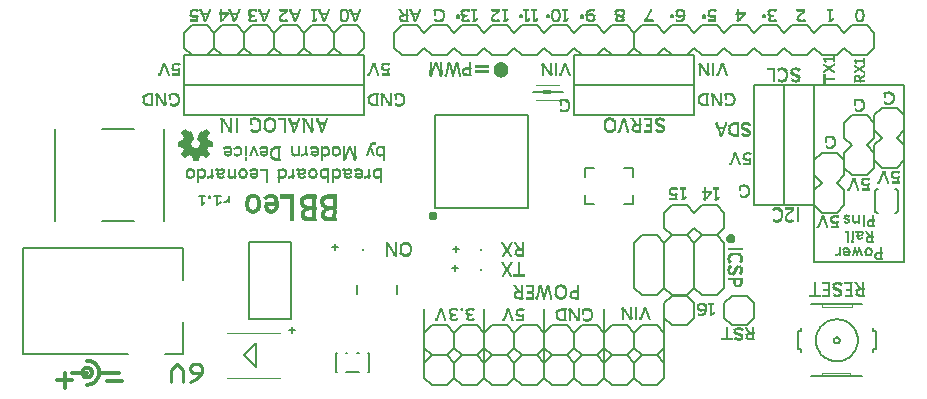
<source format=gbr>
G75*
G70*
%OFA0B0*%
%FSLAX24Y24*%
%IPPOS*%
%LPD*%
%AMOC8*
5,1,8,0,0,1.08239X$1,22.5*
%
%ADD10C,0.0120*%
%ADD11C,0.0060*%
%ADD12R,0.0070X0.0010*%
%ADD13R,0.0100X0.0010*%
%ADD14R,0.0160X0.0010*%
%ADD15R,0.0280X0.0010*%
%ADD16R,0.0090X0.0010*%
%ADD17R,0.0080X0.0010*%
%ADD18R,0.0200X0.0010*%
%ADD19R,0.0240X0.0010*%
%ADD20R,0.0270X0.0010*%
%ADD21R,0.0260X0.0010*%
%ADD22R,0.0290X0.0010*%
%ADD23R,0.0110X0.0010*%
%ADD24R,0.0310X0.0010*%
%ADD25R,0.0300X0.0010*%
%ADD26R,0.0130X0.0010*%
%ADD27R,0.0120X0.0010*%
%ADD28R,0.0050X0.0010*%
%ADD29R,0.0150X0.0010*%
%ADD30R,0.0030X0.0010*%
%ADD31R,0.0170X0.0010*%
%ADD32R,0.0140X0.0010*%
%ADD33R,0.0210X0.0010*%
%ADD34R,0.0180X0.0010*%
%ADD35R,0.0230X0.0010*%
%ADD36R,0.0250X0.0010*%
%ADD37R,0.0190X0.0010*%
%ADD38R,0.0010X0.0010*%
%ADD39R,0.0040X0.0010*%
%ADD40R,0.0220X0.0010*%
%ADD41R,0.0320X0.0010*%
%ADD42R,0.0330X0.0010*%
%ADD43R,0.0060X0.0010*%
%ADD44R,0.0020X0.0010*%
%ADD45R,0.0380X0.0010*%
%ADD46R,0.0067X0.0007*%
%ADD47R,0.0093X0.0007*%
%ADD48R,0.0133X0.0007*%
%ADD49R,0.0147X0.0007*%
%ADD50R,0.0287X0.0007*%
%ADD51R,0.0153X0.0007*%
%ADD52R,0.0073X0.0007*%
%ADD53R,0.0173X0.0007*%
%ADD54R,0.0173X0.0007*%
%ADD55R,0.0193X0.0007*%
%ADD56R,0.0080X0.0007*%
%ADD57R,0.0207X0.0007*%
%ADD58R,0.0200X0.0007*%
%ADD59R,0.0200X0.0007*%
%ADD60R,0.0220X0.0007*%
%ADD61R,0.0100X0.0007*%
%ADD62R,0.0233X0.0007*%
%ADD63R,0.0227X0.0007*%
%ADD64R,0.0253X0.0007*%
%ADD65R,0.0240X0.0007*%
%ADD66R,0.0273X0.0007*%
%ADD67R,0.0260X0.0007*%
%ADD68R,0.0287X0.0007*%
%ADD69R,0.0300X0.0007*%
%ADD70R,0.0280X0.0007*%
%ADD71R,0.0073X0.0007*%
%ADD72R,0.0313X0.0007*%
%ADD73R,0.0313X0.0007*%
%ADD74R,0.0293X0.0007*%
%ADD75R,0.0127X0.0007*%
%ADD76R,0.0107X0.0007*%
%ADD77R,0.0120X0.0007*%
%ADD78R,0.0087X0.0007*%
%ADD79R,0.0080X0.0007*%
%ADD80R,0.0093X0.0007*%
%ADD81R,0.0100X0.0007*%
%ADD82R,0.0087X0.0007*%
%ADD83R,0.0060X0.0007*%
%ADD84R,0.0113X0.0007*%
%ADD85R,0.0053X0.0007*%
%ADD86R,0.0047X0.0007*%
%ADD87R,0.0060X0.0007*%
%ADD88R,0.0040X0.0007*%
%ADD89R,0.0033X0.0007*%
%ADD90R,0.0027X0.0007*%
%ADD91R,0.0020X0.0007*%
%ADD92R,0.0007X0.0007*%
%ADD93R,0.0307X0.0007*%
%ADD94R,0.0300X0.0007*%
%ADD95R,0.0280X0.0007*%
%ADD96R,0.0140X0.0007*%
%ADD97R,0.0273X0.0007*%
%ADD98R,0.0160X0.0007*%
%ADD99R,0.0267X0.0007*%
%ADD100R,0.0167X0.0007*%
%ADD101R,0.0187X0.0007*%
%ADD102R,0.0180X0.0007*%
%ADD103R,0.0193X0.0007*%
%ADD104R,0.0180X0.0007*%
%ADD105R,0.0067X0.0007*%
%ADD106R,0.0293X0.0007*%
%ADD107R,0.0167X0.0007*%
%ADD108R,0.0213X0.0007*%
%ADD109R,0.0013X0.0007*%
%ADD110R,0.0247X0.0007*%
%ADD111R,0.0207X0.0007*%
%ADD112R,0.0373X0.0007*%
%ADD113R,0.0007X0.0093*%
%ADD114R,0.0007X0.0073*%
%ADD115R,0.0007X0.0080*%
%ADD116R,0.0007X0.0147*%
%ADD117R,0.0007X0.0140*%
%ADD118R,0.0007X0.0087*%
%ADD119R,0.0007X0.0180*%
%ADD120R,0.0007X0.0207*%
%ADD121R,0.0007X0.0207*%
%ADD122R,0.0007X0.0220*%
%ADD123R,0.0007X0.0233*%
%ADD124R,0.0007X0.0247*%
%ADD125R,0.0007X0.0260*%
%ADD126R,0.0007X0.0267*%
%ADD127R,0.0007X0.0273*%
%ADD128R,0.0007X0.0280*%
%ADD129R,0.0007X0.0287*%
%ADD130R,0.0007X0.0300*%
%ADD131R,0.0007X0.0300*%
%ADD132R,0.0007X0.0313*%
%ADD133R,0.0007X0.0127*%
%ADD134R,0.0007X0.0120*%
%ADD135R,0.0007X0.0113*%
%ADD136R,0.0007X0.0100*%
%ADD137R,0.0007X0.0100*%
%ADD138R,0.0007X0.0107*%
%ADD139R,0.0007X0.0087*%
%ADD140R,0.0007X0.0093*%
%ADD141R,0.0007X0.0067*%
%ADD142R,0.0007X0.0080*%
%ADD143R,0.0007X0.0053*%
%ADD144R,0.0007X0.0040*%
%ADD145R,0.0007X0.0027*%
%ADD146R,0.0007X0.0013*%
%ADD147R,0.0007X0.0133*%
%ADD148R,0.0007X0.0173*%
%ADD149R,0.0007X0.0200*%
%ADD150R,0.0007X0.0153*%
%ADD151R,0.0007X0.0167*%
%ADD152R,0.0007X0.0173*%
%ADD153R,0.0007X0.0253*%
%ADD154R,0.0007X0.0193*%
%ADD155R,0.0007X0.0193*%
%ADD156R,0.0007X0.0187*%
%ADD157R,0.0007X0.0187*%
%ADD158R,0.0007X0.0180*%
%ADD159R,0.0007X0.0160*%
%ADD160R,0.0007X0.0020*%
%ADD161R,0.0007X0.0033*%
%ADD162R,0.0007X0.0047*%
%ADD163R,0.0007X0.0060*%
%ADD164R,0.0007X0.0067*%
%ADD165R,0.0007X0.0287*%
%ADD166R,0.0007X0.0280*%
%ADD167R,0.0007X0.0293*%
%ADD168R,0.0007X0.0240*%
%ADD169R,0.0007X0.0213*%
%ADD170R,0.0353X0.0007*%
%ADD171R,0.0347X0.0007*%
%ADD172R,0.0007X0.0073*%
%ADD173R,0.0007X0.0060*%
%ADD174R,0.0007X0.0227*%
%ADD175R,0.0007X0.0313*%
%ADD176R,0.0007X0.0200*%
%ADD177C,0.0150*%
%ADD178R,0.0093X0.0007*%
%ADD179R,0.0140X0.0007*%
%ADD180R,0.0080X0.0007*%
%ADD181R,0.0080X0.0007*%
%ADD182R,0.0173X0.0007*%
%ADD183R,0.0200X0.0007*%
%ADD184R,0.0087X0.0007*%
%ADD185R,0.0227X0.0007*%
%ADD186R,0.0247X0.0007*%
%ADD187R,0.0260X0.0007*%
%ADD188R,0.0100X0.0007*%
%ADD189R,0.0280X0.0007*%
%ADD190R,0.0293X0.0007*%
%ADD191R,0.0107X0.0007*%
%ADD192R,0.0133X0.0007*%
%ADD193R,0.0113X0.0007*%
%ADD194R,0.0120X0.0007*%
%ADD195R,0.0100X0.0007*%
%ADD196R,0.0127X0.0007*%
%ADD197R,0.0093X0.0007*%
%ADD198R,0.0147X0.0007*%
%ADD199R,0.0153X0.0007*%
%ADD200R,0.0073X0.0007*%
%ADD201R,0.0107X0.0007*%
%ADD202R,0.0127X0.0007*%
%ADD203R,0.0307X0.0007*%
%ADD204R,0.0273X0.0007*%
%ADD205R,0.0240X0.0007*%
%ADD206R,0.0220X0.0007*%
%ADD207R,0.0193X0.0007*%
%ADD208R,0.0160X0.0007*%
%ADD209R,0.0020X0.0007*%
%ADD210R,0.0147X0.0007*%
%ADD211R,0.0160X0.0007*%
%ADD212R,0.0167X0.0007*%
%ADD213R,0.0173X0.0007*%
%ADD214R,0.0033X0.0007*%
%ADD215R,0.0067X0.0007*%
%ADD216R,0.0207X0.0007*%
%ADD217R,0.0180X0.0007*%
%ADD218R,0.0140X0.0007*%
%ADD219R,0.0167X0.0007*%
%ADD220R,0.0207X0.0007*%
%ADD221R,0.0233X0.0007*%
%ADD222R,0.0187X0.0007*%
%ADD223R,0.0193X0.0007*%
%ADD224R,0.0227X0.0007*%
%ADD225R,0.0213X0.0007*%
%ADD226R,0.0213X0.0007*%
%ADD227R,0.0253X0.0007*%
%ADD228R,0.0267X0.0007*%
%ADD229R,0.0260X0.0007*%
%ADD230R,0.0287X0.0007*%
%ADD231R,0.0087X0.0007*%
%ADD232R,0.0293X0.0007*%
%ADD233R,0.0060X0.0007*%
%ADD234R,0.0060X0.0007*%
%ADD235R,0.0040X0.0007*%
%ADD236R,0.0047X0.0007*%
%ADD237R,0.0040X0.0007*%
%ADD238R,0.0027X0.0007*%
%ADD239R,0.0067X0.0007*%
%ADD240R,0.0073X0.0007*%
%ADD241R,0.0287X0.0007*%
%ADD242R,0.0053X0.0007*%
%ADD243R,0.0280X0.0007*%
%ADD244R,0.0267X0.0007*%
%ADD245R,0.0240X0.0007*%
%ADD246R,0.0273X0.0007*%
%ADD247R,0.0233X0.0007*%
%ADD248R,0.0253X0.0007*%
%ADD249R,0.0247X0.0007*%
%ADD250R,0.0220X0.0007*%
%ADD251R,0.0187X0.0007*%
%ADD252R,0.0187X0.0007*%
%ADD253C,0.0050*%
%ADD254R,0.0065X0.0005*%
%ADD255R,0.0030X0.0005*%
%ADD256R,0.0025X0.0005*%
%ADD257R,0.0070X0.0005*%
%ADD258R,0.0060X0.0005*%
%ADD259R,0.0175X0.0005*%
%ADD260R,0.0115X0.0005*%
%ADD261R,0.0090X0.0005*%
%ADD262R,0.0080X0.0005*%
%ADD263R,0.0170X0.0005*%
%ADD264R,0.0110X0.0005*%
%ADD265R,0.0085X0.0005*%
%ADD266R,0.0210X0.0005*%
%ADD267R,0.0145X0.0005*%
%ADD268R,0.0095X0.0005*%
%ADD269R,0.0105X0.0005*%
%ADD270R,0.0075X0.0005*%
%ADD271R,0.0135X0.0005*%
%ADD272R,0.0290X0.0005*%
%ADD273R,0.0140X0.0005*%
%ADD274R,0.0220X0.0005*%
%ADD275R,0.0165X0.0005*%
%ADD276R,0.0125X0.0005*%
%ADD277R,0.0225X0.0005*%
%ADD278R,0.0160X0.0005*%
%ADD279R,0.0130X0.0005*%
%ADD280R,0.0155X0.0005*%
%ADD281R,0.0230X0.0005*%
%ADD282R,0.0185X0.0005*%
%ADD283R,0.0150X0.0005*%
%ADD284R,0.0120X0.0005*%
%ADD285R,0.0235X0.0005*%
%ADD286R,0.0180X0.0005*%
%ADD287R,0.0240X0.0005*%
%ADD288R,0.0200X0.0005*%
%ADD289R,0.0195X0.0005*%
%ADD290R,0.0190X0.0005*%
%ADD291R,0.0245X0.0005*%
%ADD292R,0.0250X0.0005*%
%ADD293R,0.0205X0.0005*%
%ADD294R,0.0255X0.0005*%
%ADD295R,0.0215X0.0005*%
%ADD296R,0.0260X0.0005*%
%ADD297R,0.0320X0.0005*%
%ADD298R,0.0270X0.0005*%
%ADD299R,0.0315X0.0005*%
%ADD300R,0.0275X0.0005*%
%ADD301R,0.0100X0.0005*%
%ADD302R,0.0280X0.0005*%
%ADD303R,0.0050X0.0005*%
%ADD304R,0.0045X0.0005*%
%ADD305R,0.0035X0.0005*%
%ADD306R,0.0015X0.0005*%
%ADD307R,0.0005X0.0005*%
%ADD308R,0.0285X0.0005*%
%ADD309R,0.0010X0.0005*%
%ADD310R,0.0020X0.0005*%
%ADD311R,0.0040X0.0005*%
%ADD312R,0.0265X0.0005*%
%ADD313R,0.0055X0.0005*%
%ADD314R,0.0325X0.0005*%
%ADD315R,0.0485X0.0005*%
%ADD316R,0.0355X0.0005*%
%ADD317R,0.0370X0.0005*%
%ADD318R,0.0375X0.0005*%
%ADD319R,0.0385X0.0005*%
%ADD320R,0.0390X0.0005*%
%ADD321R,0.0400X0.0005*%
%ADD322R,0.0410X0.0005*%
%ADD323R,0.0415X0.0005*%
%ADD324R,0.0305X0.0005*%
%ADD325R,0.0300X0.0005*%
%ADD326R,0.0420X0.0005*%
%ADD327R,0.0425X0.0005*%
%ADD328R,0.0310X0.0005*%
%ADD329R,0.0430X0.0005*%
%ADD330R,0.0330X0.0005*%
%ADD331R,0.0440X0.0005*%
%ADD332R,0.0345X0.0005*%
%ADD333R,0.0335X0.0005*%
%ADD334R,0.0445X0.0005*%
%ADD335R,0.0450X0.0005*%
%ADD336R,0.0360X0.0005*%
%ADD337R,0.0455X0.0005*%
%ADD338R,0.0460X0.0005*%
%ADD339R,0.0465X0.0005*%
%ADD340R,0.0380X0.0005*%
%ADD341R,0.0470X0.0005*%
%ADD342R,0.0475X0.0005*%
%ADD343R,0.0480X0.0005*%
%ADD344R,0.0405X0.0005*%
%ADD345R,0.0395X0.0005*%
%ADD346R,0.0490X0.0005*%
%ADD347R,0.0495X0.0005*%
%ADD348R,0.0435X0.0005*%
%ADD349R,0.0500X0.0005*%
%ADD350R,0.0505X0.0005*%
%ADD351R,0.0510X0.0005*%
%ADD352R,0.0365X0.0005*%
%ADD353R,0.0340X0.0005*%
%ADD354R,0.0295X0.0005*%
%ADD355R,0.0350X0.0005*%
%ADD356C,0.0110*%
%ADD357R,0.0079X0.0079*%
%ADD358C,0.0040*%
%ADD359C,0.0080*%
%ADD360C,0.0028*%
%ADD361R,0.0276X0.0118*%
%ADD362C,0.0020*%
D10*
X001960Y001570D02*
X001960Y002070D01*
X002210Y002070D02*
X002710Y002070D01*
X002552Y002070D02*
X002554Y002095D01*
X002560Y002119D01*
X002569Y002142D01*
X002582Y002163D01*
X002598Y002182D01*
X002617Y002198D01*
X002638Y002211D01*
X002661Y002220D01*
X002685Y002226D01*
X002710Y002228D01*
X002735Y002226D01*
X002759Y002220D01*
X002782Y002211D01*
X002803Y002198D01*
X002822Y002182D01*
X002838Y002163D01*
X002851Y002142D01*
X002860Y002119D01*
X002866Y002095D01*
X002868Y002070D01*
X002866Y002045D01*
X002860Y002021D01*
X002851Y001998D01*
X002838Y001977D01*
X002822Y001958D01*
X002803Y001942D01*
X002782Y001929D01*
X002759Y001920D01*
X002735Y001914D01*
X002710Y001912D01*
X002685Y001914D01*
X002661Y001920D01*
X002638Y001929D01*
X002617Y001942D01*
X002598Y001958D01*
X002582Y001977D01*
X002569Y001998D01*
X002560Y002021D01*
X002554Y002045D01*
X002552Y002070D01*
X002710Y001670D02*
X002749Y001672D01*
X002788Y001678D01*
X002826Y001687D01*
X002863Y001700D01*
X002899Y001717D01*
X002932Y001737D01*
X002964Y001761D01*
X002993Y001787D01*
X003019Y001816D01*
X003043Y001848D01*
X003063Y001881D01*
X003080Y001917D01*
X003093Y001954D01*
X003102Y001992D01*
X003108Y002031D01*
X003110Y002070D01*
X003760Y002070D01*
X003855Y001805D02*
X003355Y001805D01*
X003110Y002070D02*
X003108Y002109D01*
X003102Y002148D01*
X003093Y002186D01*
X003080Y002223D01*
X003063Y002259D01*
X003043Y002292D01*
X003019Y002324D01*
X002993Y002353D01*
X002964Y002379D01*
X002932Y002403D01*
X002899Y002423D01*
X002863Y002440D01*
X002826Y002453D01*
X002788Y002462D01*
X002749Y002468D01*
X002710Y002470D01*
X002210Y001820D02*
X001710Y001820D01*
D11*
X006542Y007650D02*
X006542Y007960D01*
X006645Y007960D02*
X006438Y007960D01*
X006645Y007753D02*
X006542Y007650D01*
X006764Y007908D02*
X006764Y007960D01*
X006815Y007960D01*
X006815Y007908D01*
X006764Y007908D01*
X006949Y007960D02*
X007156Y007960D01*
X007053Y007960D02*
X007053Y007650D01*
X007156Y007753D01*
X007285Y007753D02*
X007337Y007753D01*
X007440Y007857D01*
X007440Y007960D02*
X007440Y007753D01*
X006675Y009265D02*
X006545Y009355D01*
X006425Y009305D01*
X006395Y009145D01*
X006265Y009145D01*
X006235Y009305D01*
X006115Y009355D01*
X005975Y009265D01*
X005885Y009355D01*
X005975Y009485D01*
X005925Y009605D01*
X005775Y009635D01*
X005775Y009765D01*
X005915Y009795D01*
X005975Y009925D01*
X005885Y010055D01*
X005975Y010145D01*
X006095Y010065D01*
X006155Y010095D01*
X006245Y009865D01*
X006185Y009895D02*
X006085Y009695D01*
X006185Y009545D01*
X006335Y009495D01*
X006485Y009545D01*
X006535Y009695D01*
X006485Y009845D01*
X006435Y009895D01*
X006535Y010045D01*
X006685Y010095D01*
X006735Y010045D01*
X006635Y009895D01*
X006735Y009745D01*
X006835Y009745D01*
X006835Y009645D01*
X006685Y009645D01*
X006635Y009495D01*
X006735Y009345D01*
X006685Y009295D01*
X006535Y009395D01*
X006385Y009295D01*
X006385Y009195D01*
X006285Y009195D01*
X006235Y009345D01*
X006085Y009395D01*
X005985Y009295D01*
X005935Y009345D01*
X005985Y009495D01*
X005935Y009645D01*
X005785Y009645D01*
X005835Y009745D01*
X005985Y009795D01*
X005985Y009945D01*
X005935Y010045D01*
X005985Y010095D01*
X006085Y010045D01*
X006135Y010045D01*
X006185Y009895D01*
X006175Y009925D02*
X005985Y009925D01*
X005985Y009867D02*
X006171Y009867D01*
X006142Y009808D02*
X005985Y009808D01*
X006112Y009750D02*
X005849Y009750D01*
X005808Y009691D02*
X006088Y009691D01*
X006127Y009633D02*
X005939Y009633D01*
X005959Y009574D02*
X006166Y009574D01*
X006273Y009516D02*
X005978Y009516D01*
X005972Y009457D02*
X006660Y009457D01*
X006675Y009485D02*
X006765Y009355D01*
X006675Y009265D01*
X006730Y009340D02*
X006617Y009340D01*
X006699Y009399D02*
X005953Y009399D01*
X005940Y009340D02*
X006030Y009340D01*
X006237Y009340D02*
X006453Y009340D01*
X006385Y009282D02*
X006256Y009282D01*
X006276Y009223D02*
X006385Y009223D01*
X006397Y009516D02*
X006642Y009516D01*
X006675Y009485D02*
X006735Y009615D01*
X006885Y009635D01*
X006885Y009765D01*
X006735Y009795D01*
X006685Y009925D01*
X006765Y010055D01*
X006675Y010145D01*
X006555Y010065D01*
X006505Y010095D01*
X006405Y009865D01*
X006463Y009867D02*
X006654Y009867D01*
X006655Y009925D02*
X006455Y009925D01*
X006494Y009984D02*
X006694Y009984D01*
X006733Y010042D02*
X006533Y010042D01*
X006497Y009808D02*
X006693Y009808D01*
X006732Y009750D02*
X006517Y009750D01*
X006534Y009691D02*
X006835Y009691D01*
X006681Y009633D02*
X006514Y009633D01*
X006495Y009574D02*
X006661Y009574D01*
X006405Y009865D02*
X006427Y009852D01*
X006447Y009836D01*
X006465Y009817D01*
X006480Y009795D01*
X006491Y009772D01*
X006499Y009747D01*
X006503Y009722D01*
X006504Y009696D01*
X006501Y009670D01*
X006494Y009645D01*
X006483Y009622D01*
X006470Y009600D01*
X006453Y009580D01*
X006434Y009563D01*
X006412Y009548D01*
X006388Y009538D01*
X006364Y009530D01*
X006338Y009526D01*
X006312Y009526D01*
X006286Y009530D01*
X006262Y009538D01*
X006238Y009548D01*
X006216Y009563D01*
X006197Y009580D01*
X006180Y009600D01*
X006167Y009622D01*
X006156Y009645D01*
X006149Y009670D01*
X006146Y009696D01*
X006147Y009722D01*
X006151Y009747D01*
X006159Y009772D01*
X006170Y009795D01*
X006185Y009817D01*
X006203Y009836D01*
X006223Y009852D01*
X006245Y009865D01*
X006155Y009984D02*
X005966Y009984D01*
X005936Y010042D02*
X006136Y010042D01*
X005950Y010650D02*
X011950Y010650D01*
X011950Y011650D01*
X011950Y012650D01*
X005950Y012650D01*
X005950Y011650D01*
X011950Y011650D01*
X005950Y011650D01*
X005950Y010650D01*
X006200Y012650D02*
X005950Y012900D01*
X005950Y013400D01*
X006200Y013650D01*
X006700Y013650D01*
X006950Y013400D01*
X007200Y013650D01*
X007700Y013650D01*
X007950Y013400D01*
X008200Y013650D01*
X008700Y013650D01*
X008950Y013400D01*
X009200Y013650D01*
X009700Y013650D01*
X009950Y013400D01*
X010200Y013650D01*
X010700Y013650D01*
X010950Y013400D01*
X011200Y013650D01*
X011700Y013650D01*
X011950Y013400D01*
X011950Y012900D01*
X011700Y012650D01*
X011200Y012650D01*
X010950Y012900D01*
X010700Y012650D01*
X010200Y012650D01*
X009950Y012900D01*
X009950Y013400D01*
X009950Y012900D02*
X009700Y012650D01*
X009200Y012650D01*
X008950Y012900D01*
X008700Y012650D01*
X008200Y012650D01*
X007950Y012900D01*
X007700Y012650D01*
X007200Y012650D01*
X006950Y012900D01*
X006700Y012650D01*
X006200Y012650D01*
X006950Y012900D02*
X006950Y013400D01*
X007950Y013400D02*
X007950Y012900D01*
X008950Y012900D02*
X008950Y013400D01*
X010950Y013400D02*
X010950Y012900D01*
X014300Y010650D02*
X014300Y007550D01*
X017400Y007550D01*
X017400Y010650D01*
X014300Y010650D01*
X018950Y010650D02*
X022950Y010650D01*
X022950Y011650D01*
X018950Y011650D01*
X018950Y010650D01*
X018950Y011650D02*
X022950Y011650D01*
X022950Y012650D01*
X018950Y012650D01*
X018950Y011650D01*
X024950Y011650D02*
X024950Y007650D01*
X025950Y007650D01*
X025950Y011650D01*
X026950Y011650D01*
X026950Y007650D01*
X025950Y007650D01*
X025950Y011650D01*
X024950Y011650D01*
X026950Y011650D02*
X026950Y005750D01*
X029950Y005750D01*
X029950Y011650D01*
X026950Y011650D01*
X023700Y006650D02*
X023200Y006650D01*
X022950Y006400D01*
X022950Y004900D01*
X022700Y004650D01*
X022200Y004650D01*
X021950Y004900D01*
X021700Y004650D01*
X021200Y004650D01*
X020950Y004900D01*
X020950Y006400D01*
X021200Y006650D01*
X021700Y006650D01*
X021950Y006400D01*
X021950Y004900D01*
X022200Y004625D02*
X021950Y004400D01*
X021950Y003900D01*
X022200Y003650D01*
X022700Y003650D01*
X022925Y003900D01*
X022925Y004400D01*
X022700Y004625D01*
X022200Y004625D01*
X021950Y004200D02*
X021950Y001900D01*
X021700Y001650D01*
X021200Y001650D01*
X020950Y001900D01*
X020700Y001650D01*
X020200Y001650D01*
X019950Y001900D01*
X019700Y001650D01*
X019200Y001650D01*
X018950Y001900D01*
X018700Y001650D01*
X018200Y001650D01*
X017950Y001900D01*
X017700Y001650D01*
X017200Y001650D01*
X016950Y001900D01*
X016700Y001650D01*
X016200Y001650D01*
X015950Y001900D01*
X015700Y001650D01*
X015200Y001650D01*
X014950Y001900D01*
X014700Y001650D01*
X014200Y001650D01*
X013950Y001900D01*
X013950Y002400D01*
X014200Y002650D01*
X014700Y002650D01*
X014950Y002900D01*
X015200Y002650D01*
X015700Y002650D01*
X015950Y002900D01*
X015950Y003400D01*
X015700Y003650D01*
X015200Y003650D01*
X014950Y003400D01*
X014950Y002900D01*
X014700Y002650D02*
X014950Y002400D01*
X015200Y002650D01*
X015700Y002650D01*
X015950Y002400D01*
X015950Y001900D01*
X015950Y004200D01*
X016200Y003650D02*
X016700Y003650D01*
X016950Y003400D01*
X017200Y003650D01*
X017700Y003650D01*
X017950Y003400D01*
X018200Y003650D01*
X018700Y003650D01*
X018950Y003400D01*
X018950Y002900D01*
X018700Y002650D01*
X018200Y002650D01*
X017950Y002900D01*
X017700Y002650D01*
X017200Y002650D01*
X016950Y002900D01*
X016700Y002650D01*
X016200Y002650D01*
X015950Y002900D01*
X016200Y002650D02*
X016700Y002650D01*
X016950Y002400D01*
X017200Y002650D01*
X017700Y002650D01*
X017950Y002400D01*
X018200Y002650D01*
X018700Y002650D01*
X018950Y002400D01*
X018950Y001900D01*
X018950Y002400D02*
X019200Y002650D01*
X018950Y002900D01*
X019200Y002650D02*
X019700Y002650D01*
X019950Y002900D01*
X020200Y002650D01*
X020700Y002650D01*
X020950Y002900D01*
X021200Y002650D01*
X021700Y002650D01*
X021950Y002900D01*
X021950Y003400D01*
X021700Y003650D01*
X021200Y003650D01*
X020950Y003400D01*
X020950Y002900D01*
X020700Y002650D02*
X020950Y002400D01*
X021200Y002650D01*
X021700Y002650D01*
X021950Y002400D01*
X021950Y001900D01*
X020950Y001900D02*
X020950Y002400D01*
X020700Y002650D02*
X020200Y002650D01*
X019950Y002400D01*
X019950Y001900D01*
X019950Y004200D01*
X019700Y003650D02*
X019200Y003650D01*
X018950Y003400D01*
X019700Y003650D02*
X019950Y003400D01*
X020200Y003650D01*
X020700Y003650D01*
X020950Y003400D01*
X019950Y003400D02*
X019950Y002900D01*
X019700Y002650D02*
X019950Y002400D01*
X019700Y002650D02*
X019200Y002650D01*
X017950Y002400D02*
X017950Y001900D01*
X017950Y004200D01*
X017950Y003400D02*
X017950Y002900D01*
X016950Y002900D02*
X016950Y003400D01*
X016200Y003650D02*
X015950Y003400D01*
X014950Y003400D02*
X014700Y003650D01*
X014200Y003650D01*
X013950Y003400D01*
X013950Y002900D01*
X014200Y002650D01*
X014700Y002650D01*
X014950Y002400D02*
X014950Y001900D01*
X013950Y001900D02*
X013950Y004200D01*
X013050Y004700D02*
X013050Y005000D01*
X011700Y005000D02*
X011700Y004700D01*
X011719Y002719D02*
X011756Y002719D01*
X012073Y002719D02*
X012110Y002719D01*
X012110Y002081D01*
X012073Y002081D01*
X011756Y002081D02*
X011344Y002081D01*
X011027Y002081D02*
X010990Y002081D01*
X010990Y002719D01*
X011027Y002719D01*
X011344Y002719D02*
X011381Y002719D01*
X015950Y002400D02*
X016200Y002650D01*
X016950Y002400D02*
X016950Y001900D01*
X022950Y004900D02*
X023200Y004650D01*
X023700Y004650D01*
X023950Y004900D01*
X023950Y006400D01*
X023700Y006650D01*
X022950Y006400D02*
X022700Y006650D01*
X022200Y006650D01*
X021950Y006400D01*
X023950Y004400D02*
X024200Y004625D01*
X024700Y004625D01*
X024925Y004400D01*
X024925Y003900D01*
X024700Y003650D01*
X024200Y003650D01*
X023950Y003900D01*
X023950Y004400D01*
X026400Y003450D02*
X026400Y002850D01*
X026500Y002850D01*
X026500Y002750D01*
X026850Y001950D02*
X027200Y001950D01*
X028150Y001950D01*
X028550Y001950D01*
X028900Y002750D02*
X028900Y002850D01*
X029000Y002850D01*
X029000Y003450D01*
X028900Y003450D01*
X028900Y003550D01*
X028550Y004350D02*
X028200Y004350D01*
X027200Y004350D01*
X026850Y004350D01*
X026500Y003550D02*
X026500Y003450D01*
X026400Y003450D01*
X027600Y003150D02*
X027602Y003170D01*
X027608Y003188D01*
X027617Y003206D01*
X027629Y003221D01*
X027644Y003233D01*
X027662Y003242D01*
X027680Y003248D01*
X027700Y003250D01*
X027720Y003248D01*
X027738Y003242D01*
X027756Y003233D01*
X027771Y003221D01*
X027783Y003206D01*
X027792Y003188D01*
X027798Y003170D01*
X027800Y003150D01*
X027798Y003130D01*
X027792Y003112D01*
X027783Y003094D01*
X027771Y003079D01*
X027756Y003067D01*
X027738Y003058D01*
X027720Y003052D01*
X027700Y003050D01*
X027680Y003052D01*
X027662Y003058D01*
X027644Y003067D01*
X027629Y003079D01*
X027617Y003094D01*
X027608Y003112D01*
X027602Y003130D01*
X027600Y003150D01*
X027000Y003150D02*
X027002Y003202D01*
X027008Y003254D01*
X027018Y003306D01*
X027031Y003356D01*
X027048Y003406D01*
X027069Y003454D01*
X027094Y003500D01*
X027122Y003544D01*
X027153Y003586D01*
X027187Y003626D01*
X027224Y003663D01*
X027264Y003697D01*
X027306Y003728D01*
X027350Y003756D01*
X027396Y003781D01*
X027444Y003802D01*
X027494Y003819D01*
X027544Y003832D01*
X027596Y003842D01*
X027648Y003848D01*
X027700Y003850D01*
X027752Y003848D01*
X027804Y003842D01*
X027856Y003832D01*
X027906Y003819D01*
X027956Y003802D01*
X028004Y003781D01*
X028050Y003756D01*
X028094Y003728D01*
X028136Y003697D01*
X028176Y003663D01*
X028213Y003626D01*
X028247Y003586D01*
X028278Y003544D01*
X028306Y003500D01*
X028331Y003454D01*
X028352Y003406D01*
X028369Y003356D01*
X028382Y003306D01*
X028392Y003254D01*
X028398Y003202D01*
X028400Y003150D01*
X028398Y003098D01*
X028392Y003046D01*
X028382Y002994D01*
X028369Y002944D01*
X028352Y002894D01*
X028331Y002846D01*
X028306Y002800D01*
X028278Y002756D01*
X028247Y002714D01*
X028213Y002674D01*
X028176Y002637D01*
X028136Y002603D01*
X028094Y002572D01*
X028050Y002544D01*
X028004Y002519D01*
X027956Y002498D01*
X027906Y002481D01*
X027856Y002468D01*
X027804Y002458D01*
X027752Y002452D01*
X027700Y002450D01*
X027648Y002452D01*
X027596Y002458D01*
X027544Y002468D01*
X027494Y002481D01*
X027444Y002498D01*
X027396Y002519D01*
X027350Y002544D01*
X027306Y002572D01*
X027264Y002603D01*
X027224Y002637D01*
X027187Y002674D01*
X027153Y002714D01*
X027122Y002756D01*
X027094Y002800D01*
X027069Y002846D01*
X027048Y002894D01*
X027031Y002944D01*
X027018Y002994D01*
X027008Y003046D01*
X027002Y003098D01*
X027000Y003150D01*
D12*
X027725Y007090D03*
X027235Y007290D03*
X028755Y008340D03*
X028265Y008540D03*
X029260Y008775D03*
X029750Y008575D03*
X024810Y009185D03*
X024320Y009385D03*
X023740Y011085D03*
X023720Y011115D03*
X023700Y011145D03*
X023690Y011155D03*
X023680Y011175D03*
X023670Y011185D03*
X023660Y011205D03*
X023650Y011215D03*
X023640Y011235D03*
X023330Y012080D03*
X023320Y012090D03*
X023310Y012110D03*
X023300Y012120D03*
X023280Y012150D03*
X023260Y012180D03*
X023250Y012190D03*
X023240Y012210D03*
X023230Y012220D03*
X023220Y012240D03*
X021820Y010545D03*
X021930Y010455D03*
X021720Y010135D03*
X018090Y012080D03*
X018080Y012090D03*
X018070Y012110D03*
X018060Y012120D03*
X018040Y012150D03*
X018020Y012180D03*
X018010Y012190D03*
X018000Y012210D03*
X017990Y012220D03*
X017980Y012240D03*
X012755Y012175D03*
X012265Y012375D03*
X012635Y011230D03*
X012645Y011210D03*
X012655Y011200D03*
X012665Y011180D03*
X012675Y011170D03*
X012685Y011150D03*
X012695Y011140D03*
X012715Y011110D03*
X012735Y011080D03*
X010705Y010530D03*
X010695Y010500D03*
X010685Y010470D03*
X010675Y010440D03*
X010665Y010420D03*
X010665Y010410D03*
X010635Y010330D03*
X010635Y010320D03*
X010635Y010310D03*
X010625Y010300D03*
X010625Y010290D03*
X010615Y010260D03*
X010605Y010230D03*
X010595Y010200D03*
X010545Y010070D03*
X010125Y010230D03*
X010115Y010250D03*
X010105Y010260D03*
X010095Y010280D03*
X010085Y010300D03*
X010075Y010310D03*
X010065Y010330D03*
X010055Y010350D03*
X010045Y010360D03*
X010035Y010380D03*
X010025Y010400D03*
X009755Y010460D03*
X009755Y010470D03*
X009745Y010440D03*
X009745Y010430D03*
X009735Y010410D03*
X009735Y010400D03*
X009705Y010320D03*
X009705Y010310D03*
X009695Y010290D03*
X009695Y010280D03*
X009685Y010260D03*
X009675Y010230D03*
X009665Y010200D03*
X009615Y010070D03*
X009295Y010070D03*
X008805Y010060D03*
X009765Y010500D03*
X007395Y010230D03*
X007385Y010250D03*
X007365Y010280D03*
X007355Y010300D03*
X007335Y010330D03*
X007325Y010350D03*
X007315Y010370D03*
X007305Y010380D03*
X007295Y010400D03*
X005220Y011080D03*
X005200Y011110D03*
X005180Y011140D03*
X005170Y011150D03*
X005160Y011170D03*
X005150Y011180D03*
X005140Y011200D03*
X005130Y011210D03*
X005120Y011230D03*
X005775Y012170D03*
X005285Y012370D03*
X015190Y004185D03*
X015190Y004175D03*
X015190Y004145D03*
X016745Y004180D03*
X017235Y003980D03*
X017940Y004515D03*
X017940Y004525D03*
X017940Y004535D03*
X018120Y004775D03*
X018110Y004815D03*
X018110Y004825D03*
X018100Y004855D03*
X017790Y004855D03*
X017780Y004835D03*
X017780Y004825D03*
X017770Y004785D03*
X018895Y004060D03*
X018905Y004040D03*
X018915Y004030D03*
X018925Y004010D03*
X018935Y004000D03*
X018945Y003980D03*
X018955Y003970D03*
X018975Y003940D03*
X018995Y003910D03*
X020650Y004100D03*
X020660Y004080D03*
X020670Y004070D03*
X020680Y004050D03*
X020690Y004040D03*
X020710Y004010D03*
X020730Y003980D03*
X020740Y003970D03*
X020750Y003950D03*
X020760Y003940D03*
D13*
X020835Y003850D03*
X020835Y003840D03*
X021165Y003830D03*
X021165Y003820D03*
X021175Y003850D03*
X021175Y003860D03*
X021185Y003880D03*
X021315Y004190D03*
X021315Y004200D03*
X020575Y004190D03*
X020575Y004180D03*
X019520Y004080D03*
X019510Y004100D03*
X019500Y004110D03*
X019490Y004120D03*
X019260Y004130D03*
X019510Y003860D03*
X019500Y003850D03*
X019490Y003840D03*
X019080Y003810D03*
X019080Y003800D03*
X018810Y004160D03*
X018400Y004090D03*
X018390Y004080D03*
X018380Y004060D03*
X018390Y003880D03*
X018400Y003870D03*
X018375Y004595D03*
X018365Y004605D03*
X018355Y004625D03*
X018345Y004645D03*
X018625Y004585D03*
X018635Y004595D03*
X018645Y004605D03*
X018845Y004585D03*
X018655Y004855D03*
X018645Y004875D03*
X018635Y004895D03*
X018395Y004905D03*
X018385Y004895D03*
X018375Y004885D03*
X018065Y004925D03*
X018065Y004935D03*
X017945Y004595D03*
X017945Y004585D03*
X017715Y004555D03*
X017715Y004545D03*
X017705Y004515D03*
X017095Y004785D03*
X017005Y004705D03*
X017060Y004120D03*
X017040Y004000D03*
X017130Y003920D03*
X016610Y003830D03*
X016600Y003810D03*
X016600Y003800D03*
X016590Y003780D03*
X015565Y003835D03*
X015395Y003845D03*
X015435Y003945D03*
X015385Y004025D03*
X015375Y004035D03*
X015375Y004115D03*
X015005Y003835D03*
X014845Y003845D03*
X014885Y003945D03*
X014825Y004035D03*
X014825Y004115D03*
X014835Y004135D03*
X014505Y004165D03*
X014505Y004175D03*
X014375Y003855D03*
X014365Y003825D03*
X014355Y003805D03*
X014355Y003795D03*
X010540Y010100D03*
X010540Y010110D03*
X010210Y010110D03*
X010210Y010100D03*
X010430Y010410D03*
X010420Y010440D03*
X010410Y010470D03*
X010400Y010490D03*
X010400Y010500D03*
X010390Y010520D03*
X010390Y010530D03*
X009950Y010510D03*
X009950Y010500D03*
X009500Y010420D03*
X009500Y010410D03*
X009490Y010440D03*
X009490Y010450D03*
X009480Y010470D03*
X009480Y010480D03*
X009470Y010500D03*
X009470Y010510D03*
X009460Y010530D03*
X009460Y010540D03*
X009610Y010110D03*
X009610Y010100D03*
X008950Y010180D03*
X008940Y010160D03*
X008930Y010150D03*
X008920Y010140D03*
X008680Y010150D03*
X008670Y010160D03*
X008660Y010180D03*
X008650Y010200D03*
X008670Y010440D03*
X008680Y010460D03*
X008810Y010550D03*
X008930Y010460D03*
X008940Y010450D03*
X008450Y010450D03*
X008450Y010440D03*
X008440Y010460D03*
X008310Y010550D03*
X008190Y010480D03*
X007480Y010110D03*
X007480Y010100D03*
X007220Y010500D03*
X007220Y010510D03*
X005735Y011030D03*
X005725Y011020D03*
X005715Y011010D03*
X005745Y011250D03*
X005735Y011270D03*
X005725Y011280D03*
X005715Y011290D03*
X005485Y011300D03*
X005035Y011330D03*
X004625Y011260D03*
X004615Y011250D03*
X004605Y011230D03*
X004615Y011050D03*
X004625Y011040D03*
X005305Y010980D03*
X005305Y010970D03*
X005130Y011970D03*
X005140Y011990D03*
X005140Y012000D03*
X005150Y012020D03*
X005580Y012190D03*
X005670Y012110D03*
X005600Y012310D03*
X012110Y011975D03*
X012120Y011995D03*
X012120Y012005D03*
X012130Y012025D03*
X012560Y012195D03*
X012650Y012115D03*
X012580Y012315D03*
X012550Y011330D03*
X013000Y011300D03*
X013230Y011290D03*
X013240Y011280D03*
X013250Y011270D03*
X013260Y011250D03*
X013250Y011030D03*
X013240Y011020D03*
X013230Y011010D03*
X012820Y010980D03*
X012820Y010970D03*
X012140Y011040D03*
X012130Y011050D03*
X012120Y011230D03*
X012130Y011250D03*
X012140Y011260D03*
X017905Y012320D03*
X017905Y012330D03*
X018165Y011990D03*
X018165Y011980D03*
X018495Y011970D03*
X018495Y011960D03*
X018505Y011990D03*
X018505Y012000D03*
X018515Y012020D03*
X018645Y012330D03*
X018645Y012340D03*
X018500Y011105D03*
X018730Y011095D03*
X018740Y011085D03*
X018750Y011075D03*
X018760Y011055D03*
X018750Y010835D03*
X018740Y010825D03*
X018730Y010815D03*
X019995Y010415D03*
X020005Y010435D03*
X020015Y010445D03*
X020025Y010455D03*
X020145Y010545D03*
X020265Y010455D03*
X020275Y010445D03*
X020285Y010435D03*
X020605Y010505D03*
X020875Y010535D03*
X021015Y010345D03*
X020925Y010265D03*
X020915Y010145D03*
X020925Y010135D03*
X020745Y010085D03*
X020465Y010125D03*
X020465Y010135D03*
X020455Y010105D03*
X020455Y010095D03*
X020445Y010075D03*
X020445Y010065D03*
X020275Y010155D03*
X020265Y010145D03*
X020015Y010145D03*
X020005Y010155D03*
X020005Y010165D03*
X019995Y010175D03*
X021695Y010375D03*
X021695Y010385D03*
X021695Y010455D03*
X021705Y010465D03*
X021925Y010465D03*
X021925Y010205D03*
X021925Y010135D03*
X021725Y010125D03*
X023135Y011055D03*
X023145Y011045D03*
X023125Y011235D03*
X023135Y011255D03*
X023145Y011265D03*
X023555Y011335D03*
X024005Y011305D03*
X024235Y011295D03*
X024245Y011285D03*
X024255Y011275D03*
X024265Y011255D03*
X024255Y011035D03*
X024245Y011025D03*
X024235Y011015D03*
X023825Y010985D03*
X023825Y010975D03*
X023735Y011960D03*
X023735Y011970D03*
X023745Y011990D03*
X023745Y012000D03*
X023755Y012020D03*
X023405Y011990D03*
X023405Y011980D03*
X023145Y012320D03*
X023145Y012330D03*
X023885Y012330D03*
X023885Y012340D03*
X027360Y009880D03*
X027590Y009870D03*
X027600Y009860D03*
X027610Y009850D03*
X027620Y009830D03*
X027610Y009610D03*
X027600Y009600D03*
X027590Y009590D03*
X028580Y008480D03*
X028560Y008360D03*
X028650Y008280D03*
X029105Y008375D03*
X029115Y008395D03*
X029115Y008405D03*
X029125Y008425D03*
X029555Y008595D03*
X029645Y008515D03*
X029575Y008715D03*
X028130Y008190D03*
X028120Y008170D03*
X028120Y008160D03*
X028110Y008140D03*
X027550Y007230D03*
X027530Y007110D03*
X027620Y007030D03*
X027100Y006940D03*
X027090Y006920D03*
X027090Y006910D03*
X027080Y006890D03*
X024745Y007980D03*
X024735Y007970D03*
X024725Y007960D03*
X024755Y008200D03*
X024745Y008220D03*
X024735Y008230D03*
X024725Y008240D03*
X024495Y008250D03*
X024165Y008985D03*
X024175Y009005D03*
X024175Y009015D03*
X024185Y009035D03*
X024615Y009205D03*
X024705Y009125D03*
X024635Y009325D03*
X028325Y011115D03*
X028555Y011105D03*
X028565Y011095D03*
X028575Y011085D03*
X028585Y011065D03*
X028575Y010845D03*
X028565Y010835D03*
X028555Y010825D03*
X029315Y011350D03*
X029545Y011340D03*
X029555Y011330D03*
X029565Y011320D03*
X029575Y011300D03*
X029565Y011080D03*
X029555Y011070D03*
X029545Y011060D03*
X028335Y005050D03*
X028385Y004790D03*
X028375Y004780D03*
X028375Y004660D03*
X027835Y004720D03*
X027835Y004730D03*
X027825Y004740D03*
X027725Y004580D03*
X027605Y004900D03*
X027605Y004980D03*
X027615Y004990D03*
X027835Y004990D03*
D14*
X021315Y004120D03*
X021315Y004110D03*
X020805Y003930D03*
X019050Y003890D03*
X018460Y003830D03*
X018460Y004130D03*
X018505Y004975D03*
X015495Y004195D03*
X014505Y004095D03*
X014505Y004085D03*
X021815Y010065D03*
X021745Y010335D03*
X021815Y010535D03*
X023205Y011005D03*
X023795Y011065D03*
X023205Y011305D03*
X023375Y012070D03*
X023885Y012250D03*
X023885Y012260D03*
X020145Y010535D03*
X018135Y012070D03*
X018645Y012250D03*
X018645Y012260D03*
X012790Y011060D03*
X012200Y011000D03*
X012200Y011300D03*
X010180Y010210D03*
X010180Y010200D03*
X008810Y010540D03*
X007450Y010210D03*
X007250Y010410D03*
X005275Y011060D03*
X004685Y011000D03*
X004685Y011300D03*
D15*
X008300Y010520D03*
X008810Y010500D03*
X009610Y010360D03*
X010540Y010360D03*
X010540Y010350D03*
X017105Y004725D03*
X017105Y004555D03*
X018505Y004545D03*
X018955Y004555D03*
X018955Y004735D03*
X014945Y004165D03*
X014935Y004155D03*
X021035Y010105D03*
X021035Y010295D03*
X021415Y010485D03*
X021415Y010495D03*
X021415Y010505D03*
X021415Y010515D03*
X021415Y010525D03*
X021415Y010535D03*
X021815Y010105D03*
X020145Y010495D03*
X027725Y005020D03*
X028085Y005020D03*
X028085Y005010D03*
X028085Y005030D03*
X028085Y005040D03*
X028085Y005050D03*
X028485Y004810D03*
X028485Y004630D03*
D16*
X028580Y004650D03*
X028370Y004670D03*
X028360Y004680D03*
X028360Y004690D03*
X028360Y004700D03*
X028360Y004750D03*
X028360Y004760D03*
X028370Y004770D03*
X028460Y004870D03*
X028440Y004900D03*
X028430Y004910D03*
X028420Y004930D03*
X028410Y004940D03*
X028400Y004960D03*
X028390Y004970D03*
X028380Y004980D03*
X028380Y004990D03*
X028370Y005000D03*
X028360Y005010D03*
X028360Y005020D03*
X028350Y005030D03*
X028340Y005040D03*
X028330Y005060D03*
X028180Y005000D03*
X027840Y004710D03*
X027840Y004700D03*
X027840Y004690D03*
X027840Y004680D03*
X027840Y004670D03*
X027830Y004660D03*
X027630Y004650D03*
X027600Y004910D03*
X027590Y004920D03*
X027590Y004930D03*
X027590Y004940D03*
X027590Y004950D03*
X027600Y004970D03*
X026960Y004650D03*
X027085Y006900D03*
X027095Y006930D03*
X027105Y006950D03*
X027105Y006960D03*
X027115Y006970D03*
X027115Y006980D03*
X027115Y006990D03*
X027125Y007000D03*
X027125Y007010D03*
X027135Y007030D03*
X027135Y007040D03*
X027145Y007050D03*
X027145Y007060D03*
X027155Y007080D03*
X027155Y007090D03*
X027165Y007110D03*
X027285Y007160D03*
X027295Y007130D03*
X027305Y007100D03*
X027315Y007080D03*
X027315Y007070D03*
X027325Y007050D03*
X027325Y007040D03*
X027335Y007020D03*
X027345Y007000D03*
X027345Y006990D03*
X027355Y006970D03*
X027355Y006960D03*
X027365Y006950D03*
X027365Y006940D03*
X027365Y006930D03*
X027375Y006920D03*
X027375Y006910D03*
X027375Y006900D03*
X027385Y006890D03*
X027535Y007100D03*
X027525Y007120D03*
X027525Y007130D03*
X027525Y007200D03*
X027535Y007220D03*
X027715Y007240D03*
X027715Y007080D03*
X027235Y007270D03*
X027235Y007280D03*
X028115Y008150D03*
X028125Y008180D03*
X028135Y008200D03*
X028135Y008210D03*
X028145Y008220D03*
X028145Y008230D03*
X028145Y008240D03*
X028155Y008250D03*
X028155Y008260D03*
X028165Y008280D03*
X028165Y008290D03*
X028175Y008300D03*
X028175Y008310D03*
X028185Y008330D03*
X028185Y008340D03*
X028195Y008360D03*
X028315Y008410D03*
X028325Y008380D03*
X028335Y008350D03*
X028345Y008330D03*
X028345Y008320D03*
X028355Y008300D03*
X028355Y008290D03*
X028365Y008270D03*
X028375Y008250D03*
X028375Y008240D03*
X028385Y008220D03*
X028385Y008210D03*
X028395Y008200D03*
X028395Y008190D03*
X028395Y008180D03*
X028405Y008170D03*
X028405Y008160D03*
X028405Y008150D03*
X028415Y008140D03*
X028565Y008350D03*
X028555Y008370D03*
X028555Y008380D03*
X028555Y008450D03*
X028565Y008470D03*
X028745Y008490D03*
X028745Y008330D03*
X029110Y008385D03*
X029120Y008415D03*
X029130Y008435D03*
X029130Y008445D03*
X029140Y008455D03*
X029140Y008465D03*
X029140Y008475D03*
X029150Y008485D03*
X029150Y008495D03*
X029160Y008515D03*
X029160Y008525D03*
X029170Y008535D03*
X029170Y008545D03*
X029180Y008565D03*
X029180Y008575D03*
X029190Y008595D03*
X029310Y008645D03*
X029320Y008615D03*
X029330Y008585D03*
X029340Y008565D03*
X029340Y008555D03*
X029350Y008535D03*
X029350Y008525D03*
X029360Y008505D03*
X029370Y008485D03*
X029370Y008475D03*
X029380Y008455D03*
X029380Y008445D03*
X029390Y008435D03*
X029390Y008425D03*
X029390Y008415D03*
X029400Y008405D03*
X029400Y008395D03*
X029400Y008385D03*
X029410Y008375D03*
X029560Y008585D03*
X029550Y008605D03*
X029550Y008615D03*
X029550Y008685D03*
X029560Y008705D03*
X029740Y008725D03*
X029740Y008565D03*
X029260Y008755D03*
X029260Y008765D03*
X028265Y008530D03*
X028265Y008520D03*
X027615Y009620D03*
X027625Y009630D03*
X027625Y009640D03*
X027635Y009660D03*
X027635Y009670D03*
X027645Y009700D03*
X027645Y009710D03*
X027645Y009720D03*
X027645Y009730D03*
X027645Y009740D03*
X027645Y009750D03*
X027645Y009760D03*
X027645Y009770D03*
X027635Y009780D03*
X027635Y009790D03*
X027635Y009800D03*
X027635Y009810D03*
X027625Y009820D03*
X027615Y009840D03*
X027475Y009940D03*
X027375Y009580D03*
X028340Y010815D03*
X028580Y010855D03*
X028590Y010865D03*
X028590Y010875D03*
X028600Y010895D03*
X028600Y010905D03*
X028610Y010935D03*
X028610Y010945D03*
X028610Y010955D03*
X028610Y010965D03*
X028610Y010975D03*
X028610Y010985D03*
X028610Y010995D03*
X028610Y011005D03*
X028600Y011015D03*
X028600Y011025D03*
X028600Y011035D03*
X028600Y011045D03*
X028590Y011055D03*
X028580Y011075D03*
X028440Y011175D03*
X029330Y011050D03*
X029570Y011090D03*
X029580Y011100D03*
X029580Y011110D03*
X029590Y011130D03*
X029590Y011140D03*
X029600Y011170D03*
X029600Y011180D03*
X029600Y011190D03*
X029600Y011200D03*
X029600Y011210D03*
X029600Y011220D03*
X029600Y011230D03*
X029600Y011240D03*
X029590Y011250D03*
X029590Y011260D03*
X029590Y011270D03*
X029590Y011280D03*
X029580Y011290D03*
X029570Y011310D03*
X029430Y011410D03*
X024800Y009335D03*
X024800Y009175D03*
X024620Y009195D03*
X024610Y009215D03*
X024610Y009225D03*
X024610Y009295D03*
X024620Y009315D03*
X024380Y009225D03*
X024390Y009195D03*
X024400Y009175D03*
X024400Y009165D03*
X024410Y009145D03*
X024410Y009135D03*
X024420Y009115D03*
X024430Y009095D03*
X024430Y009085D03*
X024440Y009065D03*
X024440Y009055D03*
X024450Y009045D03*
X024450Y009035D03*
X024450Y009025D03*
X024460Y009015D03*
X024460Y009005D03*
X024460Y008995D03*
X024470Y008985D03*
X024200Y009065D03*
X024200Y009075D03*
X024200Y009085D03*
X024210Y009095D03*
X024210Y009105D03*
X024220Y009125D03*
X024220Y009135D03*
X024230Y009145D03*
X024230Y009155D03*
X024240Y009175D03*
X024240Y009185D03*
X024250Y009205D03*
X024370Y009255D03*
X024320Y009365D03*
X024320Y009375D03*
X024190Y009055D03*
X024190Y009045D03*
X024180Y009025D03*
X024170Y008995D03*
X024610Y008310D03*
X024750Y008210D03*
X024760Y008190D03*
X024770Y008180D03*
X024770Y008170D03*
X024770Y008160D03*
X024770Y008150D03*
X024780Y008140D03*
X024780Y008130D03*
X024780Y008120D03*
X024780Y008110D03*
X024780Y008100D03*
X024780Y008090D03*
X024780Y008080D03*
X024780Y008070D03*
X024770Y008040D03*
X024770Y008030D03*
X024760Y008010D03*
X024760Y008000D03*
X024750Y007990D03*
X024510Y007950D03*
X021930Y010145D03*
X021930Y010155D03*
X021930Y010185D03*
X021930Y010195D03*
X021690Y010395D03*
X021690Y010405D03*
X021690Y010435D03*
X021690Y010445D03*
X021510Y010445D03*
X021510Y010435D03*
X021510Y010425D03*
X021510Y010415D03*
X021510Y010405D03*
X021510Y010395D03*
X021510Y010385D03*
X021510Y010375D03*
X021510Y010365D03*
X021510Y010355D03*
X021510Y010345D03*
X021510Y010335D03*
X021510Y010325D03*
X021510Y010255D03*
X021510Y010245D03*
X021510Y010235D03*
X021510Y010225D03*
X021510Y010215D03*
X021510Y010205D03*
X021510Y010195D03*
X021510Y010185D03*
X021510Y010175D03*
X021510Y010165D03*
X021510Y010155D03*
X021510Y010145D03*
X021510Y010135D03*
X021130Y010135D03*
X021130Y010145D03*
X021130Y010155D03*
X021130Y010165D03*
X021130Y010175D03*
X021130Y010185D03*
X021130Y010195D03*
X021130Y010205D03*
X021130Y010215D03*
X021130Y010225D03*
X021130Y010235D03*
X021130Y010245D03*
X021130Y010255D03*
X021130Y010265D03*
X021130Y010275D03*
X021130Y010345D03*
X021130Y010355D03*
X021130Y010365D03*
X021130Y010375D03*
X021130Y010385D03*
X021130Y010395D03*
X021130Y010405D03*
X021130Y010415D03*
X021130Y010425D03*
X021130Y010435D03*
X021130Y010445D03*
X021130Y010455D03*
X021130Y010465D03*
X021130Y010475D03*
X021130Y010485D03*
X021130Y010495D03*
X021130Y010505D03*
X021130Y010515D03*
X021130Y010525D03*
X021130Y010535D03*
X020960Y010415D03*
X020950Y010425D03*
X020940Y010445D03*
X020930Y010455D03*
X020920Y010465D03*
X020920Y010475D03*
X020910Y010485D03*
X020900Y010495D03*
X020900Y010505D03*
X020890Y010515D03*
X020880Y010525D03*
X020970Y010395D03*
X020980Y010385D03*
X021000Y010355D03*
X020920Y010255D03*
X020910Y010245D03*
X020900Y010195D03*
X020910Y010155D03*
X020740Y010115D03*
X020740Y010105D03*
X020740Y010095D03*
X020750Y010075D03*
X020750Y010065D03*
X020730Y010125D03*
X020730Y010135D03*
X020730Y010145D03*
X020720Y010155D03*
X020720Y010165D03*
X020720Y010175D03*
X020710Y010185D03*
X020710Y010195D03*
X020710Y010205D03*
X020700Y010225D03*
X020700Y010235D03*
X020690Y010255D03*
X020690Y010265D03*
X020680Y010285D03*
X020680Y010295D03*
X020670Y010325D03*
X020660Y010355D03*
X020650Y010385D03*
X020530Y010325D03*
X020520Y010305D03*
X020520Y010295D03*
X020510Y010275D03*
X020510Y010265D03*
X020500Y010245D03*
X020500Y010235D03*
X020500Y010225D03*
X020490Y010215D03*
X020490Y010205D03*
X020490Y010195D03*
X020480Y010185D03*
X020480Y010175D03*
X020480Y010165D03*
X020470Y010155D03*
X020470Y010145D03*
X020460Y010115D03*
X020450Y010085D03*
X020290Y010175D03*
X020290Y010185D03*
X020300Y010195D03*
X020300Y010205D03*
X020300Y010215D03*
X020310Y010225D03*
X020310Y010235D03*
X020310Y010245D03*
X020310Y010255D03*
X020310Y010265D03*
X020310Y010325D03*
X020310Y010335D03*
X020310Y010345D03*
X020310Y010355D03*
X020310Y010365D03*
X020310Y010375D03*
X020300Y010385D03*
X020300Y010395D03*
X020300Y010405D03*
X020290Y010415D03*
X020290Y010425D03*
X020000Y010425D03*
X019990Y010405D03*
X019990Y010395D03*
X019980Y010385D03*
X019980Y010375D03*
X019980Y010365D03*
X019970Y010345D03*
X019970Y010335D03*
X019970Y010325D03*
X019970Y010315D03*
X019970Y010305D03*
X019970Y010295D03*
X019970Y010285D03*
X019970Y010275D03*
X019970Y010265D03*
X019970Y010255D03*
X019970Y010245D03*
X019980Y010235D03*
X019980Y010225D03*
X019980Y010215D03*
X019980Y010205D03*
X019990Y010195D03*
X019990Y010185D03*
X020280Y010165D03*
X020600Y010515D03*
X020600Y010525D03*
X021510Y010475D03*
X021510Y010465D03*
X021510Y010455D03*
X023120Y011075D03*
X023120Y011085D03*
X023130Y011065D03*
X023110Y011105D03*
X023110Y011115D03*
X023110Y011125D03*
X023110Y011135D03*
X023110Y011145D03*
X023110Y011155D03*
X023110Y011165D03*
X023110Y011175D03*
X023110Y011185D03*
X023110Y011195D03*
X023110Y011205D03*
X023120Y011215D03*
X023120Y011225D03*
X023130Y011245D03*
X023380Y011245D03*
X023380Y011235D03*
X023380Y011225D03*
X023380Y011215D03*
X023380Y011205D03*
X023380Y011195D03*
X023380Y011185D03*
X023380Y011175D03*
X023380Y011165D03*
X023380Y011155D03*
X023380Y011145D03*
X023380Y011135D03*
X023380Y011125D03*
X023380Y011115D03*
X023380Y011105D03*
X023380Y011095D03*
X023380Y011085D03*
X023380Y011075D03*
X023380Y011065D03*
X023380Y011055D03*
X023380Y011045D03*
X023380Y011035D03*
X023380Y011025D03*
X023380Y011015D03*
X023380Y011005D03*
X023380Y011255D03*
X023380Y011265D03*
X023380Y011275D03*
X023380Y011285D03*
X023380Y011295D03*
X023380Y011305D03*
X023550Y011345D03*
X023550Y011355D03*
X024120Y011365D03*
X024260Y011265D03*
X024270Y011245D03*
X024280Y011235D03*
X024280Y011225D03*
X024280Y011215D03*
X024280Y011205D03*
X024290Y011195D03*
X024290Y011185D03*
X024290Y011175D03*
X024290Y011165D03*
X024290Y011155D03*
X024290Y011145D03*
X024290Y011135D03*
X024290Y011125D03*
X024280Y011095D03*
X024280Y011085D03*
X024270Y011065D03*
X024270Y011055D03*
X024260Y011045D03*
X024020Y011005D03*
X023830Y010965D03*
X024030Y011960D03*
X024030Y011970D03*
X024030Y011980D03*
X024020Y011990D03*
X024020Y012000D03*
X024010Y012020D03*
X024010Y012030D03*
X024000Y012040D03*
X024000Y012050D03*
X024000Y012060D03*
X023990Y012070D03*
X023990Y012080D03*
X023980Y012100D03*
X023980Y012110D03*
X023970Y012130D03*
X023970Y012140D03*
X023960Y012160D03*
X023950Y012190D03*
X023830Y012220D03*
X023820Y012190D03*
X023810Y012170D03*
X023800Y012140D03*
X023790Y012120D03*
X023790Y012110D03*
X023780Y012090D03*
X023780Y012080D03*
X023770Y012070D03*
X023770Y012060D03*
X023770Y012050D03*
X023760Y012040D03*
X023760Y012030D03*
X023750Y012010D03*
X023740Y011980D03*
X023410Y011970D03*
X023140Y012340D03*
X023890Y012350D03*
X018790Y011980D03*
X018790Y011970D03*
X018790Y011960D03*
X018780Y011990D03*
X018780Y012000D03*
X018770Y012020D03*
X018770Y012030D03*
X018760Y012040D03*
X018760Y012050D03*
X018760Y012060D03*
X018750Y012070D03*
X018750Y012080D03*
X018740Y012100D03*
X018740Y012110D03*
X018730Y012130D03*
X018730Y012140D03*
X018720Y012160D03*
X018710Y012190D03*
X018590Y012220D03*
X018580Y012190D03*
X018570Y012170D03*
X018560Y012140D03*
X018550Y012120D03*
X018550Y012110D03*
X018540Y012090D03*
X018540Y012080D03*
X018530Y012070D03*
X018530Y012060D03*
X018530Y012050D03*
X018520Y012040D03*
X018520Y012030D03*
X018510Y012010D03*
X018500Y011980D03*
X018170Y011970D03*
X017900Y012340D03*
X018650Y012350D03*
X018615Y011165D03*
X018755Y011065D03*
X018765Y011045D03*
X018775Y011035D03*
X018775Y011025D03*
X018775Y011015D03*
X018775Y011005D03*
X018785Y010995D03*
X018785Y010985D03*
X018785Y010975D03*
X018785Y010965D03*
X018785Y010955D03*
X018785Y010945D03*
X018785Y010935D03*
X018785Y010925D03*
X018775Y010895D03*
X018775Y010885D03*
X018765Y010865D03*
X018765Y010855D03*
X018755Y010845D03*
X018515Y010805D03*
X013285Y011120D03*
X013285Y011130D03*
X013285Y011140D03*
X013285Y011150D03*
X013285Y011160D03*
X013285Y011170D03*
X013285Y011180D03*
X013285Y011190D03*
X013275Y011200D03*
X013275Y011210D03*
X013275Y011220D03*
X013275Y011230D03*
X013265Y011240D03*
X013255Y011260D03*
X013275Y011090D03*
X013275Y011080D03*
X013265Y011060D03*
X013265Y011050D03*
X013255Y011040D03*
X013015Y011000D03*
X012825Y010960D03*
X012375Y011000D03*
X012375Y011010D03*
X012375Y011020D03*
X012375Y011030D03*
X012375Y011040D03*
X012375Y011050D03*
X012375Y011060D03*
X012375Y011070D03*
X012375Y011080D03*
X012375Y011090D03*
X012375Y011100D03*
X012375Y011110D03*
X012375Y011120D03*
X012375Y011130D03*
X012375Y011140D03*
X012375Y011150D03*
X012375Y011160D03*
X012375Y011170D03*
X012375Y011180D03*
X012375Y011190D03*
X012375Y011200D03*
X012375Y011210D03*
X012375Y011220D03*
X012375Y011230D03*
X012375Y011240D03*
X012375Y011250D03*
X012375Y011260D03*
X012375Y011270D03*
X012375Y011280D03*
X012375Y011290D03*
X012375Y011300D03*
X012545Y011340D03*
X012545Y011350D03*
X013115Y011360D03*
X012415Y011975D03*
X012405Y011985D03*
X012405Y011995D03*
X012405Y012005D03*
X012395Y012015D03*
X012395Y012025D03*
X012395Y012035D03*
X012385Y012045D03*
X012385Y012055D03*
X012375Y012075D03*
X012375Y012085D03*
X012365Y012105D03*
X012355Y012125D03*
X012355Y012135D03*
X012345Y012155D03*
X012345Y012165D03*
X012335Y012185D03*
X012325Y012215D03*
X012315Y012245D03*
X012265Y012355D03*
X012265Y012365D03*
X012195Y012195D03*
X012185Y012175D03*
X012185Y012165D03*
X012175Y012145D03*
X012175Y012135D03*
X012165Y012125D03*
X012165Y012115D03*
X012155Y012095D03*
X012155Y012085D03*
X012145Y012075D03*
X012145Y012065D03*
X012145Y012055D03*
X012135Y012045D03*
X012135Y012035D03*
X012125Y012015D03*
X012115Y011985D03*
X012555Y012205D03*
X012555Y012215D03*
X012565Y012185D03*
X012555Y012285D03*
X012565Y012305D03*
X012745Y012325D03*
X012745Y012165D03*
X012125Y011240D03*
X012115Y011220D03*
X012115Y011210D03*
X012105Y011200D03*
X012105Y011190D03*
X012105Y011180D03*
X012105Y011170D03*
X012105Y011160D03*
X012105Y011150D03*
X012105Y011140D03*
X012105Y011130D03*
X012105Y011120D03*
X012105Y011110D03*
X012105Y011100D03*
X012115Y011080D03*
X012115Y011070D03*
X012125Y011060D03*
X010415Y010460D03*
X010415Y010450D03*
X010425Y010430D03*
X010425Y010420D03*
X010435Y010400D03*
X010455Y010330D03*
X010455Y010320D03*
X010465Y010310D03*
X010465Y010300D03*
X010475Y010270D03*
X010485Y010240D03*
X010495Y010210D03*
X010505Y010180D03*
X010545Y010090D03*
X010215Y010090D03*
X010405Y010480D03*
X010395Y010510D03*
X010385Y010540D03*
X009945Y010520D03*
X009505Y010400D03*
X009495Y010430D03*
X009485Y010460D03*
X009475Y010490D03*
X009465Y010520D03*
X009295Y010480D03*
X009295Y010470D03*
X009295Y010460D03*
X009295Y010450D03*
X009295Y010440D03*
X009295Y010430D03*
X009295Y010420D03*
X009295Y010410D03*
X009295Y010400D03*
X009295Y010390D03*
X009295Y010380D03*
X009295Y010370D03*
X009295Y010360D03*
X009295Y010350D03*
X009295Y010340D03*
X009295Y010330D03*
X009295Y010320D03*
X009295Y010310D03*
X009295Y010300D03*
X009295Y010290D03*
X009295Y010280D03*
X009295Y010270D03*
X009295Y010260D03*
X009295Y010250D03*
X009295Y010240D03*
X009295Y010230D03*
X009295Y010220D03*
X009295Y010210D03*
X009295Y010200D03*
X009295Y010190D03*
X009295Y010180D03*
X009295Y010170D03*
X009295Y010160D03*
X009295Y010150D03*
X009295Y010140D03*
X009295Y010130D03*
X009295Y010120D03*
X009295Y010110D03*
X009295Y010100D03*
X009295Y010090D03*
X009295Y010080D03*
X009565Y010210D03*
X009555Y010240D03*
X009555Y010250D03*
X009545Y010270D03*
X009545Y010280D03*
X009535Y010300D03*
X009535Y010310D03*
X009525Y010330D03*
X009615Y010090D03*
X008975Y010240D03*
X008975Y010250D03*
X008975Y010260D03*
X008975Y010270D03*
X008975Y010280D03*
X008975Y010290D03*
X008975Y010300D03*
X008975Y010310D03*
X008975Y010320D03*
X008975Y010330D03*
X008975Y010340D03*
X008975Y010350D03*
X008975Y010360D03*
X008975Y010370D03*
X008965Y010390D03*
X008965Y010400D03*
X008965Y010410D03*
X008955Y010420D03*
X008955Y010430D03*
X008945Y010440D03*
X008965Y010220D03*
X008965Y010210D03*
X008965Y010200D03*
X008955Y010190D03*
X008945Y010170D03*
X008665Y010170D03*
X008655Y010190D03*
X008645Y010210D03*
X008645Y010220D03*
X008645Y010230D03*
X008635Y010240D03*
X008635Y010250D03*
X008635Y010260D03*
X008635Y010270D03*
X008635Y010280D03*
X008635Y010290D03*
X008635Y010300D03*
X008635Y010310D03*
X008635Y010320D03*
X008635Y010330D03*
X008635Y010340D03*
X008635Y010350D03*
X008635Y010360D03*
X008645Y010380D03*
X008645Y010390D03*
X008655Y010410D03*
X008655Y010420D03*
X008665Y010430D03*
X008675Y010450D03*
X008475Y010390D03*
X008475Y010380D03*
X008475Y010370D03*
X008475Y010360D03*
X008485Y010340D03*
X008485Y010330D03*
X008485Y010320D03*
X008485Y010310D03*
X008485Y010300D03*
X008485Y010290D03*
X008485Y010280D03*
X008485Y010270D03*
X008475Y010240D03*
X008475Y010230D03*
X008475Y010220D03*
X008465Y010200D03*
X008465Y010190D03*
X008455Y010180D03*
X008455Y010170D03*
X008445Y010160D03*
X008435Y010150D03*
X008305Y010060D03*
X008215Y010130D03*
X008185Y010330D03*
X008185Y010340D03*
X008185Y010350D03*
X008185Y010360D03*
X008185Y010370D03*
X008185Y010380D03*
X008185Y010390D03*
X008185Y010400D03*
X008185Y010410D03*
X008185Y010420D03*
X008185Y010430D03*
X008185Y010440D03*
X008185Y010450D03*
X008185Y010460D03*
X008185Y010470D03*
X008455Y010430D03*
X008465Y010420D03*
X008465Y010410D03*
X008465Y010400D03*
X007485Y010090D03*
X007215Y010520D03*
X005750Y011050D03*
X005750Y011060D03*
X005740Y011040D03*
X005760Y011080D03*
X005760Y011090D03*
X005770Y011120D03*
X005770Y011130D03*
X005770Y011140D03*
X005770Y011150D03*
X005770Y011160D03*
X005770Y011170D03*
X005770Y011180D03*
X005770Y011190D03*
X005760Y011200D03*
X005760Y011210D03*
X005760Y011220D03*
X005760Y011230D03*
X005750Y011240D03*
X005740Y011260D03*
X005600Y011360D03*
X005030Y011350D03*
X005030Y011340D03*
X004860Y011300D03*
X004860Y011290D03*
X004860Y011280D03*
X004860Y011270D03*
X004860Y011260D03*
X004860Y011250D03*
X004860Y011240D03*
X004860Y011230D03*
X004860Y011220D03*
X004860Y011210D03*
X004860Y011200D03*
X004860Y011190D03*
X004860Y011180D03*
X004860Y011170D03*
X004860Y011160D03*
X004860Y011150D03*
X004860Y011140D03*
X004860Y011130D03*
X004860Y011120D03*
X004860Y011110D03*
X004860Y011100D03*
X004860Y011090D03*
X004860Y011080D03*
X004860Y011070D03*
X004860Y011060D03*
X004860Y011050D03*
X004860Y011040D03*
X004860Y011030D03*
X004860Y011020D03*
X004860Y011010D03*
X004860Y011000D03*
X004610Y011060D03*
X004600Y011070D03*
X004600Y011080D03*
X004590Y011100D03*
X004590Y011110D03*
X004590Y011120D03*
X004590Y011130D03*
X004590Y011140D03*
X004590Y011150D03*
X004590Y011160D03*
X004590Y011170D03*
X004590Y011180D03*
X004590Y011190D03*
X004590Y011200D03*
X004600Y011210D03*
X004600Y011220D03*
X004610Y011240D03*
X005310Y010960D03*
X005500Y011000D03*
X005435Y011970D03*
X005425Y011980D03*
X005425Y011990D03*
X005425Y012000D03*
X005415Y012010D03*
X005415Y012020D03*
X005415Y012030D03*
X005405Y012040D03*
X005405Y012050D03*
X005395Y012070D03*
X005395Y012080D03*
X005385Y012100D03*
X005375Y012120D03*
X005375Y012130D03*
X005365Y012150D03*
X005365Y012160D03*
X005355Y012180D03*
X005345Y012210D03*
X005335Y012240D03*
X005285Y012350D03*
X005285Y012360D03*
X005215Y012190D03*
X005205Y012170D03*
X005205Y012160D03*
X005195Y012140D03*
X005195Y012130D03*
X005185Y012120D03*
X005185Y012110D03*
X005175Y012090D03*
X005175Y012080D03*
X005165Y012070D03*
X005165Y012060D03*
X005165Y012050D03*
X005155Y012040D03*
X005155Y012030D03*
X005145Y012010D03*
X005135Y011980D03*
X005575Y012200D03*
X005575Y012210D03*
X005585Y012180D03*
X005575Y012280D03*
X005585Y012300D03*
X005765Y012320D03*
X005765Y012160D03*
X016950Y004975D03*
X016960Y004965D03*
X016970Y004955D03*
X016970Y004945D03*
X016980Y004935D03*
X016990Y004925D03*
X016990Y004915D03*
X017000Y004905D03*
X017010Y004895D03*
X017020Y004875D03*
X017030Y004865D03*
X017040Y004845D03*
X017050Y004835D03*
X017070Y004805D03*
X016990Y004695D03*
X016990Y004685D03*
X016980Y004665D03*
X016980Y004625D03*
X016980Y004615D03*
X016980Y004605D03*
X016990Y004585D03*
X017045Y004110D03*
X017035Y004090D03*
X017035Y004020D03*
X017035Y004010D03*
X017045Y003990D03*
X017225Y003970D03*
X017225Y004130D03*
X016825Y003970D03*
X016825Y003960D03*
X016835Y003940D03*
X016835Y003930D03*
X016845Y003910D03*
X016855Y003890D03*
X016855Y003880D03*
X016865Y003860D03*
X016865Y003850D03*
X016875Y003840D03*
X016875Y003830D03*
X016875Y003820D03*
X016885Y003810D03*
X016885Y003800D03*
X016885Y003790D03*
X016895Y003780D03*
X016815Y003990D03*
X016805Y004020D03*
X016795Y004050D03*
X016745Y004160D03*
X016745Y004170D03*
X016675Y004000D03*
X016665Y003980D03*
X016665Y003970D03*
X016655Y003950D03*
X016655Y003940D03*
X016645Y003930D03*
X016645Y003920D03*
X016635Y003900D03*
X016635Y003890D03*
X016625Y003880D03*
X016625Y003870D03*
X016625Y003860D03*
X016615Y003850D03*
X016615Y003840D03*
X016605Y003820D03*
X016595Y003790D03*
X015570Y004145D03*
X015380Y004125D03*
X015370Y004105D03*
X015370Y004095D03*
X015370Y004085D03*
X015370Y004075D03*
X015370Y004065D03*
X015370Y004055D03*
X015370Y004045D03*
X015420Y003935D03*
X015390Y003905D03*
X015390Y003895D03*
X015390Y003885D03*
X015390Y003875D03*
X015390Y003865D03*
X015390Y003855D03*
X015190Y004165D03*
X015020Y004145D03*
X014830Y004125D03*
X014820Y004105D03*
X014820Y004095D03*
X014820Y004085D03*
X014820Y004075D03*
X014820Y004065D03*
X014820Y004055D03*
X014820Y004045D03*
X014830Y004025D03*
X014860Y003935D03*
X014840Y003905D03*
X014830Y003875D03*
X014840Y003865D03*
X014840Y003855D03*
X014650Y003815D03*
X014650Y003805D03*
X014650Y003795D03*
X014640Y003825D03*
X014640Y003835D03*
X014640Y003845D03*
X014630Y003855D03*
X014630Y003865D03*
X014620Y003885D03*
X014620Y003895D03*
X014610Y003915D03*
X014600Y003935D03*
X014600Y003945D03*
X014590Y003965D03*
X014590Y003975D03*
X014580Y003995D03*
X014570Y004025D03*
X014560Y004055D03*
X014440Y004025D03*
X014430Y003995D03*
X014420Y003975D03*
X014420Y003965D03*
X014410Y003955D03*
X014410Y003945D03*
X014400Y003925D03*
X014400Y003915D03*
X014390Y003905D03*
X014390Y003895D03*
X014390Y003885D03*
X014380Y003875D03*
X014380Y003865D03*
X014370Y003845D03*
X014370Y003835D03*
X014360Y003815D03*
X014510Y004185D03*
X017710Y004525D03*
X017710Y004535D03*
X017720Y004565D03*
X017720Y004575D03*
X017720Y004585D03*
X017730Y004595D03*
X017730Y004605D03*
X017730Y004615D03*
X017730Y004625D03*
X017740Y004645D03*
X017740Y004655D03*
X017740Y004665D03*
X017750Y004695D03*
X017750Y004705D03*
X017940Y004575D03*
X017940Y004565D03*
X017940Y004555D03*
X018160Y004595D03*
X018160Y004605D03*
X018160Y004615D03*
X018150Y004645D03*
X018150Y004655D03*
X018170Y004575D03*
X018170Y004565D03*
X018170Y004555D03*
X018170Y004545D03*
X018180Y004535D03*
X018180Y004525D03*
X018180Y004515D03*
X018360Y004615D03*
X018350Y004635D03*
X018340Y004655D03*
X018340Y004665D03*
X018340Y004675D03*
X018340Y004685D03*
X018330Y004695D03*
X018330Y004705D03*
X018330Y004715D03*
X018330Y004725D03*
X018330Y004735D03*
X018330Y004745D03*
X018330Y004755D03*
X018330Y004765D03*
X018340Y004795D03*
X018340Y004805D03*
X018340Y004815D03*
X018350Y004835D03*
X018350Y004845D03*
X018360Y004855D03*
X018360Y004865D03*
X018370Y004875D03*
X018510Y004985D03*
X018640Y004885D03*
X018650Y004865D03*
X018660Y004845D03*
X018660Y004835D03*
X018670Y004825D03*
X018670Y004815D03*
X018670Y004805D03*
X018670Y004795D03*
X018670Y004785D03*
X018680Y004765D03*
X018680Y004755D03*
X018680Y004745D03*
X018680Y004735D03*
X018680Y004725D03*
X018680Y004715D03*
X018670Y004685D03*
X018670Y004675D03*
X018670Y004665D03*
X018670Y004655D03*
X018660Y004645D03*
X018660Y004635D03*
X018650Y004625D03*
X018650Y004615D03*
X018830Y004615D03*
X018830Y004605D03*
X018840Y004595D03*
X018830Y004675D03*
X018840Y004705D03*
X018850Y004715D03*
X018805Y004180D03*
X018805Y004170D03*
X018635Y004130D03*
X018635Y004120D03*
X018635Y004110D03*
X018635Y004100D03*
X018635Y004090D03*
X018635Y004080D03*
X018635Y004070D03*
X018635Y004060D03*
X018635Y004050D03*
X018635Y004040D03*
X018635Y004030D03*
X018635Y004020D03*
X018635Y004010D03*
X018635Y004000D03*
X018635Y003990D03*
X018635Y003980D03*
X018635Y003970D03*
X018635Y003960D03*
X018635Y003950D03*
X018635Y003940D03*
X018635Y003930D03*
X018635Y003920D03*
X018635Y003910D03*
X018635Y003900D03*
X018635Y003890D03*
X018635Y003880D03*
X018635Y003870D03*
X018635Y003860D03*
X018635Y003850D03*
X018635Y003840D03*
X018635Y003830D03*
X018385Y003890D03*
X018375Y003900D03*
X018375Y003910D03*
X018365Y003930D03*
X018365Y003940D03*
X018365Y003950D03*
X018365Y003960D03*
X018365Y003970D03*
X018365Y003980D03*
X018365Y003990D03*
X018365Y004000D03*
X018365Y004010D03*
X018365Y004020D03*
X018365Y004030D03*
X018375Y004040D03*
X018375Y004050D03*
X018385Y004070D03*
X019085Y003790D03*
X019275Y003830D03*
X019515Y003870D03*
X019525Y003880D03*
X019525Y003890D03*
X019535Y003910D03*
X019535Y003920D03*
X019545Y003950D03*
X019545Y003960D03*
X019545Y003970D03*
X019545Y003980D03*
X019545Y003990D03*
X019545Y004000D03*
X019545Y004010D03*
X019545Y004020D03*
X019535Y004030D03*
X019535Y004040D03*
X019535Y004050D03*
X019535Y004060D03*
X019525Y004070D03*
X019515Y004090D03*
X019375Y004190D03*
X020570Y004200D03*
X020840Y003830D03*
X021170Y003840D03*
X021180Y003870D03*
X021190Y003890D03*
X021190Y003900D03*
X021200Y003910D03*
X021200Y003920D03*
X021200Y003930D03*
X021210Y003940D03*
X021210Y003950D03*
X021220Y003970D03*
X021220Y003980D03*
X021230Y004000D03*
X021240Y004030D03*
X021250Y004050D03*
X021260Y004080D03*
X021380Y004050D03*
X021390Y004020D03*
X021400Y004000D03*
X021400Y003990D03*
X021410Y003970D03*
X021410Y003960D03*
X021420Y003940D03*
X021420Y003930D03*
X021430Y003920D03*
X021430Y003910D03*
X021430Y003900D03*
X021440Y003890D03*
X021440Y003880D03*
X021450Y003860D03*
X021450Y003850D03*
X021460Y003840D03*
X021460Y003830D03*
X021460Y003820D03*
X021320Y004210D03*
X018070Y004945D03*
X018070Y004955D03*
X017820Y004955D03*
X017820Y004945D03*
X017820Y004935D03*
X017820Y004965D03*
D17*
X017825Y004975D03*
X017785Y004845D03*
X017775Y004815D03*
X017775Y004805D03*
X017775Y004795D03*
X017765Y004775D03*
X017765Y004765D03*
X017765Y004755D03*
X017765Y004745D03*
X017755Y004735D03*
X017755Y004725D03*
X017755Y004715D03*
X017745Y004685D03*
X017745Y004675D03*
X017735Y004635D03*
X017705Y004505D03*
X017555Y004575D03*
X017555Y004585D03*
X017555Y004595D03*
X017555Y004605D03*
X017555Y004615D03*
X017555Y004625D03*
X017555Y004635D03*
X017555Y004645D03*
X017555Y004655D03*
X017555Y004665D03*
X017555Y004675D03*
X017555Y004685D03*
X017555Y004695D03*
X017555Y004765D03*
X017555Y004775D03*
X017555Y004785D03*
X017555Y004795D03*
X017555Y004805D03*
X017555Y004815D03*
X017555Y004825D03*
X017555Y004835D03*
X017555Y004845D03*
X017555Y004855D03*
X017555Y004865D03*
X017555Y004875D03*
X017555Y004885D03*
X017555Y004895D03*
X017555Y004905D03*
X017555Y004915D03*
X017205Y004915D03*
X017205Y004905D03*
X017205Y004895D03*
X017205Y004885D03*
X017205Y004875D03*
X017205Y004865D03*
X017205Y004855D03*
X017205Y004845D03*
X017205Y004835D03*
X017205Y004825D03*
X017205Y004815D03*
X017205Y004805D03*
X017205Y004795D03*
X017205Y004785D03*
X017205Y004715D03*
X017205Y004705D03*
X017205Y004695D03*
X017205Y004685D03*
X017205Y004675D03*
X017205Y004665D03*
X017205Y004655D03*
X017205Y004645D03*
X017205Y004635D03*
X017205Y004625D03*
X017205Y004615D03*
X017205Y004605D03*
X017205Y004595D03*
X017205Y004585D03*
X017205Y004575D03*
X016985Y004595D03*
X016975Y004635D03*
X016975Y004645D03*
X016975Y004655D03*
X016985Y004675D03*
X017075Y004795D03*
X017065Y004815D03*
X017055Y004825D03*
X017035Y004855D03*
X017015Y004885D03*
X017205Y004925D03*
X017205Y004935D03*
X017205Y004945D03*
X017205Y004955D03*
X017205Y004965D03*
X017205Y004975D03*
X017945Y004545D03*
X018165Y004585D03*
X018155Y004625D03*
X018155Y004635D03*
X018145Y004665D03*
X018145Y004675D03*
X018145Y004685D03*
X018135Y004695D03*
X018135Y004705D03*
X018135Y004715D03*
X018135Y004725D03*
X018125Y004735D03*
X018125Y004745D03*
X018125Y004755D03*
X018125Y004765D03*
X018115Y004785D03*
X018115Y004795D03*
X018115Y004805D03*
X018105Y004835D03*
X018105Y004845D03*
X018065Y004965D03*
X018065Y004975D03*
X018345Y004825D03*
X018335Y004785D03*
X018335Y004775D03*
X018185Y004505D03*
X018675Y004695D03*
X018675Y004705D03*
X018675Y004775D03*
X018835Y004695D03*
X018835Y004685D03*
X018825Y004665D03*
X018825Y004655D03*
X018825Y004645D03*
X018825Y004635D03*
X018825Y004625D03*
X019055Y004625D03*
X019055Y004615D03*
X019055Y004605D03*
X019055Y004595D03*
X019055Y004585D03*
X019055Y004575D03*
X019055Y004635D03*
X019055Y004645D03*
X019055Y004655D03*
X019055Y004665D03*
X019055Y004675D03*
X019055Y004685D03*
X019055Y004695D03*
X019055Y004705D03*
X019055Y004715D03*
X019055Y004725D03*
X019055Y004805D03*
X019055Y004815D03*
X019055Y004825D03*
X019055Y004835D03*
X019055Y004845D03*
X019055Y004855D03*
X019055Y004865D03*
X019055Y004875D03*
X019055Y004885D03*
X019055Y004895D03*
X019055Y004905D03*
X019055Y004915D03*
X019055Y004925D03*
X019055Y004935D03*
X019055Y004945D03*
X019055Y004955D03*
X019055Y004965D03*
X019055Y004975D03*
X019090Y004180D03*
X019090Y004170D03*
X019090Y004160D03*
X019090Y004150D03*
X019090Y004140D03*
X019090Y004130D03*
X019090Y004120D03*
X019090Y004110D03*
X019090Y004100D03*
X019090Y004090D03*
X019090Y004080D03*
X019090Y004070D03*
X019090Y004060D03*
X019090Y004050D03*
X019090Y004040D03*
X019090Y004030D03*
X019090Y004020D03*
X019090Y004010D03*
X019090Y004000D03*
X019090Y003990D03*
X019090Y003980D03*
X019090Y003970D03*
X019090Y003960D03*
X019090Y003950D03*
X019090Y003940D03*
X019090Y003930D03*
X019090Y003920D03*
X019090Y003910D03*
X018990Y003920D03*
X018980Y003930D03*
X018970Y003950D03*
X018960Y003960D03*
X018940Y003990D03*
X018920Y004020D03*
X018900Y004050D03*
X018810Y004050D03*
X018810Y004040D03*
X018810Y004030D03*
X018810Y004020D03*
X018810Y004010D03*
X018810Y004000D03*
X018810Y003990D03*
X018810Y003980D03*
X018810Y003970D03*
X018810Y003960D03*
X018810Y003950D03*
X018810Y003940D03*
X018810Y003930D03*
X018810Y003920D03*
X018810Y003910D03*
X018810Y003900D03*
X018810Y003890D03*
X018810Y003880D03*
X018810Y003870D03*
X018810Y003860D03*
X018810Y003850D03*
X018810Y003840D03*
X018810Y003830D03*
X018810Y003820D03*
X018810Y003810D03*
X018810Y003800D03*
X018810Y003790D03*
X018810Y003780D03*
X019090Y003780D03*
X019250Y003990D03*
X019250Y004000D03*
X019250Y004010D03*
X019250Y004020D03*
X019250Y004030D03*
X019250Y004040D03*
X019250Y004050D03*
X019250Y004060D03*
X019250Y004070D03*
X019250Y004080D03*
X019250Y004090D03*
X019250Y004100D03*
X019250Y004110D03*
X019250Y004120D03*
X019540Y003940D03*
X019540Y003930D03*
X019530Y003900D03*
X018810Y004060D03*
X018370Y003920D03*
X017230Y003920D03*
X017230Y003910D03*
X017230Y003900D03*
X017230Y003890D03*
X017230Y003880D03*
X017230Y003870D03*
X017230Y003860D03*
X017230Y003850D03*
X017230Y003840D03*
X017030Y004030D03*
X017030Y004040D03*
X017030Y004050D03*
X017030Y004060D03*
X017030Y004070D03*
X017030Y004080D03*
X017040Y004100D03*
X016810Y004010D03*
X016810Y004000D03*
X016820Y003980D03*
X016830Y003950D03*
X016840Y003920D03*
X016850Y003900D03*
X016860Y003870D03*
X016800Y004030D03*
X016800Y004040D03*
X016790Y004060D03*
X016790Y004070D03*
X016700Y004070D03*
X016700Y004060D03*
X016690Y004050D03*
X016690Y004040D03*
X016690Y004030D03*
X016680Y004020D03*
X016680Y004010D03*
X016670Y003990D03*
X016660Y003960D03*
X016640Y003910D03*
X015405Y003925D03*
X015395Y003915D03*
X015185Y004155D03*
X014855Y003925D03*
X014845Y003915D03*
X014835Y003895D03*
X014835Y003885D03*
X014625Y003875D03*
X014615Y003905D03*
X014605Y003925D03*
X014595Y003955D03*
X014585Y003985D03*
X014575Y004005D03*
X014575Y004015D03*
X014565Y004035D03*
X014565Y004045D03*
X014555Y004065D03*
X014555Y004075D03*
X014455Y004075D03*
X014455Y004065D03*
X014455Y004055D03*
X014445Y004045D03*
X014445Y004035D03*
X014435Y004015D03*
X014435Y004005D03*
X014425Y003985D03*
X014405Y003935D03*
X014505Y004195D03*
X020565Y004210D03*
X020565Y004220D03*
X020565Y004100D03*
X020565Y004090D03*
X020565Y004080D03*
X020565Y004070D03*
X020565Y004060D03*
X020565Y004050D03*
X020565Y004040D03*
X020565Y004030D03*
X020565Y004020D03*
X020565Y004010D03*
X020565Y004000D03*
X020565Y003990D03*
X020565Y003980D03*
X020565Y003970D03*
X020565Y003960D03*
X020565Y003950D03*
X020565Y003940D03*
X020565Y003930D03*
X020565Y003920D03*
X020565Y003910D03*
X020565Y003900D03*
X020565Y003890D03*
X020565Y003880D03*
X020565Y003870D03*
X020565Y003860D03*
X020565Y003850D03*
X020565Y003840D03*
X020565Y003830D03*
X020565Y003820D03*
X020745Y003960D03*
X020725Y003990D03*
X020715Y004000D03*
X020705Y004020D03*
X020695Y004030D03*
X020675Y004060D03*
X020655Y004090D03*
X020845Y004090D03*
X020845Y004080D03*
X020845Y004070D03*
X020845Y004060D03*
X020845Y004050D03*
X020845Y004040D03*
X020845Y004030D03*
X020845Y004020D03*
X020845Y004010D03*
X020845Y004000D03*
X020845Y003990D03*
X020845Y003980D03*
X020845Y003970D03*
X020845Y003960D03*
X020845Y003950D03*
X020845Y003940D03*
X020845Y003820D03*
X021015Y003820D03*
X021015Y003830D03*
X021015Y003840D03*
X021015Y003850D03*
X021015Y003860D03*
X021015Y003870D03*
X021015Y003880D03*
X021015Y003890D03*
X021015Y003900D03*
X021015Y003910D03*
X021015Y003920D03*
X021015Y003930D03*
X021015Y003940D03*
X021015Y003950D03*
X021015Y003960D03*
X021015Y003970D03*
X021015Y003980D03*
X021015Y003990D03*
X021015Y004000D03*
X021015Y004010D03*
X021015Y004020D03*
X021015Y004030D03*
X021015Y004040D03*
X021015Y004050D03*
X021015Y004060D03*
X021015Y004070D03*
X021015Y004080D03*
X021015Y004090D03*
X021015Y004100D03*
X021015Y004110D03*
X021015Y004120D03*
X021015Y004130D03*
X021015Y004140D03*
X021015Y004150D03*
X021015Y004160D03*
X021015Y004170D03*
X021015Y004180D03*
X021015Y004190D03*
X021015Y004200D03*
X021015Y004210D03*
X021015Y004220D03*
X020845Y004220D03*
X020845Y004210D03*
X020845Y004200D03*
X020845Y004190D03*
X020845Y004180D03*
X020845Y004170D03*
X020845Y004160D03*
X020845Y004150D03*
X020845Y004140D03*
X020845Y004130D03*
X020845Y004120D03*
X020845Y004110D03*
X020845Y004100D03*
X021215Y003960D03*
X021225Y003990D03*
X021235Y004010D03*
X021235Y004020D03*
X021245Y004040D03*
X021255Y004060D03*
X021255Y004070D03*
X021265Y004090D03*
X021265Y004100D03*
X021365Y004100D03*
X021365Y004090D03*
X021365Y004080D03*
X021375Y004070D03*
X021375Y004060D03*
X021385Y004040D03*
X021385Y004030D03*
X021395Y004010D03*
X021405Y003980D03*
X021415Y003950D03*
X021445Y003870D03*
X021315Y004220D03*
X024765Y008020D03*
X024775Y008050D03*
X024775Y008060D03*
X024485Y008110D03*
X024485Y008120D03*
X024485Y008130D03*
X024485Y008140D03*
X024485Y008150D03*
X024485Y008160D03*
X024485Y008170D03*
X024485Y008180D03*
X024485Y008190D03*
X024485Y008200D03*
X024485Y008210D03*
X024485Y008220D03*
X024485Y008230D03*
X024485Y008240D03*
X024435Y009075D03*
X024425Y009105D03*
X024415Y009125D03*
X024405Y009155D03*
X024395Y009185D03*
X024385Y009205D03*
X024385Y009215D03*
X024375Y009235D03*
X024375Y009245D03*
X024365Y009265D03*
X024365Y009275D03*
X024275Y009275D03*
X024275Y009265D03*
X024265Y009255D03*
X024265Y009245D03*
X024265Y009235D03*
X024255Y009225D03*
X024255Y009215D03*
X024245Y009195D03*
X024235Y009165D03*
X024215Y009115D03*
X024605Y009235D03*
X024605Y009245D03*
X024605Y009255D03*
X024605Y009265D03*
X024605Y009275D03*
X024605Y009285D03*
X024615Y009305D03*
X024805Y009125D03*
X024805Y009115D03*
X024805Y009105D03*
X024805Y009095D03*
X024805Y009085D03*
X024805Y009075D03*
X024805Y009065D03*
X024805Y009055D03*
X024805Y009045D03*
X027350Y009740D03*
X027350Y009750D03*
X027350Y009760D03*
X027350Y009770D03*
X027350Y009780D03*
X027350Y009790D03*
X027350Y009800D03*
X027350Y009810D03*
X027350Y009820D03*
X027350Y009830D03*
X027350Y009840D03*
X027350Y009850D03*
X027350Y009860D03*
X027350Y009870D03*
X027640Y009690D03*
X027640Y009680D03*
X027630Y009650D03*
X029215Y008665D03*
X029215Y008655D03*
X029205Y008645D03*
X029205Y008635D03*
X029205Y008625D03*
X029195Y008615D03*
X029195Y008605D03*
X029185Y008585D03*
X029175Y008555D03*
X029155Y008505D03*
X029325Y008595D03*
X029325Y008605D03*
X029315Y008625D03*
X029315Y008635D03*
X029305Y008655D03*
X029305Y008665D03*
X029335Y008575D03*
X029345Y008545D03*
X029355Y008515D03*
X029365Y008495D03*
X029375Y008465D03*
X029545Y008625D03*
X029545Y008635D03*
X029545Y008645D03*
X029545Y008655D03*
X029545Y008665D03*
X029545Y008675D03*
X029555Y008695D03*
X029745Y008515D03*
X029745Y008505D03*
X029745Y008495D03*
X029745Y008485D03*
X029745Y008475D03*
X029745Y008465D03*
X029745Y008455D03*
X029745Y008445D03*
X029745Y008435D03*
X028750Y008280D03*
X028750Y008270D03*
X028750Y008260D03*
X028750Y008250D03*
X028750Y008240D03*
X028750Y008230D03*
X028750Y008220D03*
X028750Y008210D03*
X028750Y008200D03*
X028550Y008390D03*
X028550Y008400D03*
X028550Y008410D03*
X028550Y008420D03*
X028550Y008430D03*
X028550Y008440D03*
X028560Y008460D03*
X028330Y008370D03*
X028330Y008360D03*
X028340Y008340D03*
X028350Y008310D03*
X028360Y008280D03*
X028370Y008260D03*
X028380Y008230D03*
X028320Y008390D03*
X028320Y008400D03*
X028310Y008420D03*
X028310Y008430D03*
X028220Y008430D03*
X028220Y008420D03*
X028210Y008410D03*
X028210Y008400D03*
X028210Y008390D03*
X028200Y008380D03*
X028200Y008370D03*
X028190Y008350D03*
X028180Y008320D03*
X028160Y008270D03*
X027530Y007210D03*
X027520Y007190D03*
X027520Y007180D03*
X027520Y007170D03*
X027520Y007160D03*
X027520Y007150D03*
X027520Y007140D03*
X027320Y007060D03*
X027330Y007030D03*
X027340Y007010D03*
X027350Y006980D03*
X027310Y007090D03*
X027300Y007110D03*
X027300Y007120D03*
X027290Y007140D03*
X027290Y007150D03*
X027280Y007170D03*
X027280Y007180D03*
X027190Y007180D03*
X027190Y007170D03*
X027180Y007160D03*
X027180Y007150D03*
X027180Y007140D03*
X027170Y007130D03*
X027170Y007120D03*
X027160Y007100D03*
X027150Y007070D03*
X027130Y007020D03*
X027720Y007020D03*
X027720Y007010D03*
X027720Y007000D03*
X027720Y006990D03*
X027720Y006980D03*
X027720Y006970D03*
X027720Y006960D03*
X027720Y006950D03*
X027720Y007030D03*
X027425Y005000D03*
X027425Y004990D03*
X027425Y004980D03*
X027425Y004970D03*
X027425Y004960D03*
X027425Y004950D03*
X027425Y004940D03*
X027425Y004930D03*
X027425Y004920D03*
X027425Y004910D03*
X027425Y004900D03*
X027425Y004890D03*
X027425Y004880D03*
X027425Y004870D03*
X027425Y004860D03*
X027425Y004850D03*
X027425Y004770D03*
X027425Y004760D03*
X027425Y004750D03*
X027425Y004740D03*
X027425Y004730D03*
X027425Y004720D03*
X027425Y004710D03*
X027425Y004700D03*
X027425Y004690D03*
X027425Y004680D03*
X027425Y004670D03*
X027425Y004660D03*
X027425Y004650D03*
X026965Y004660D03*
X026965Y004670D03*
X026965Y004680D03*
X026965Y004690D03*
X026965Y004700D03*
X026965Y004710D03*
X026965Y004720D03*
X026965Y004730D03*
X026965Y004740D03*
X026965Y004750D03*
X026965Y004760D03*
X026965Y004770D03*
X026965Y004780D03*
X026965Y004790D03*
X026965Y004800D03*
X026965Y004810D03*
X026965Y004820D03*
X026965Y004830D03*
X026965Y004840D03*
X026965Y004850D03*
X026965Y004860D03*
X026965Y004870D03*
X026965Y004880D03*
X026965Y004890D03*
X026965Y004900D03*
X026965Y004910D03*
X026965Y004920D03*
X026965Y004930D03*
X026965Y004940D03*
X026965Y004950D03*
X026965Y004960D03*
X026965Y004970D03*
X026965Y004980D03*
X026965Y004990D03*
X026965Y005000D03*
X026965Y005010D03*
X026965Y005020D03*
X026965Y005030D03*
X026965Y005040D03*
X026965Y005050D03*
X026965Y005060D03*
X027595Y004960D03*
X027835Y004980D03*
X028185Y004980D03*
X028185Y004970D03*
X028185Y004960D03*
X028185Y004950D03*
X028185Y004940D03*
X028185Y004930D03*
X028185Y004920D03*
X028185Y004910D03*
X028185Y004900D03*
X028185Y004890D03*
X028185Y004880D03*
X028185Y004870D03*
X028185Y004860D03*
X028185Y004850D03*
X028185Y004770D03*
X028185Y004760D03*
X028185Y004750D03*
X028185Y004740D03*
X028185Y004730D03*
X028185Y004720D03*
X028185Y004710D03*
X028185Y004700D03*
X028185Y004690D03*
X028185Y004680D03*
X028185Y004670D03*
X028185Y004660D03*
X028185Y004650D03*
X028355Y004710D03*
X028355Y004720D03*
X028355Y004730D03*
X028355Y004740D03*
X028455Y004880D03*
X028445Y004890D03*
X028425Y004920D03*
X028405Y004950D03*
X028585Y004950D03*
X028585Y004940D03*
X028585Y004930D03*
X028585Y004920D03*
X028585Y004910D03*
X028585Y004900D03*
X028585Y004890D03*
X028585Y004880D03*
X028585Y004870D03*
X028585Y004800D03*
X028585Y004790D03*
X028585Y004780D03*
X028585Y004770D03*
X028585Y004760D03*
X028585Y004750D03*
X028585Y004740D03*
X028585Y004730D03*
X028585Y004720D03*
X028585Y004710D03*
X028585Y004700D03*
X028585Y004690D03*
X028585Y004680D03*
X028585Y004670D03*
X028585Y004660D03*
X028585Y004960D03*
X028585Y004970D03*
X028585Y004980D03*
X028585Y004990D03*
X028585Y005000D03*
X028585Y005010D03*
X028585Y005020D03*
X028585Y005030D03*
X028585Y005040D03*
X028585Y005050D03*
X028585Y005060D03*
X028185Y004990D03*
X021935Y010165D03*
X021935Y010175D03*
X021815Y010055D03*
X021685Y010415D03*
X021685Y010425D03*
X020995Y010365D03*
X020985Y010375D03*
X020965Y010405D03*
X020945Y010435D03*
X020905Y010235D03*
X020905Y010225D03*
X020905Y010215D03*
X020905Y010205D03*
X020905Y010185D03*
X020905Y010175D03*
X020905Y010165D03*
X020705Y010215D03*
X020695Y010245D03*
X020685Y010275D03*
X020675Y010305D03*
X020675Y010315D03*
X020665Y010335D03*
X020665Y010345D03*
X020655Y010365D03*
X020655Y010375D03*
X020645Y010395D03*
X020645Y010405D03*
X020555Y010405D03*
X020555Y010395D03*
X020545Y010385D03*
X020545Y010375D03*
X020545Y010365D03*
X020535Y010355D03*
X020535Y010345D03*
X020535Y010335D03*
X020525Y010315D03*
X020515Y010285D03*
X020505Y010255D03*
X020315Y010275D03*
X020315Y010285D03*
X020315Y010295D03*
X020315Y010305D03*
X020315Y010315D03*
X020145Y010055D03*
X019975Y010355D03*
X020605Y010535D03*
X018780Y010905D03*
X018780Y010915D03*
X018770Y010875D03*
X018490Y010965D03*
X018490Y010975D03*
X018490Y010985D03*
X018490Y010995D03*
X018490Y011005D03*
X018490Y011015D03*
X018490Y011025D03*
X018490Y011035D03*
X018490Y011045D03*
X018490Y011055D03*
X018490Y011065D03*
X018490Y011075D03*
X018490Y011085D03*
X018490Y011095D03*
X018345Y011960D03*
X018345Y011970D03*
X018345Y011980D03*
X018345Y011990D03*
X018345Y012000D03*
X018345Y012010D03*
X018345Y012020D03*
X018345Y012030D03*
X018345Y012040D03*
X018345Y012050D03*
X018345Y012060D03*
X018345Y012070D03*
X018345Y012080D03*
X018345Y012090D03*
X018345Y012100D03*
X018345Y012110D03*
X018345Y012120D03*
X018345Y012130D03*
X018345Y012140D03*
X018345Y012150D03*
X018345Y012160D03*
X018345Y012170D03*
X018345Y012180D03*
X018345Y012190D03*
X018345Y012200D03*
X018345Y012210D03*
X018345Y012220D03*
X018345Y012230D03*
X018345Y012240D03*
X018345Y012250D03*
X018345Y012260D03*
X018345Y012270D03*
X018345Y012280D03*
X018345Y012290D03*
X018345Y012300D03*
X018345Y012310D03*
X018345Y012320D03*
X018345Y012330D03*
X018345Y012340D03*
X018345Y012350D03*
X018345Y012360D03*
X018175Y012360D03*
X018175Y012350D03*
X018175Y012340D03*
X018175Y012330D03*
X018175Y012320D03*
X018175Y012310D03*
X018175Y012300D03*
X018175Y012290D03*
X018175Y012280D03*
X018175Y012270D03*
X018175Y012260D03*
X018175Y012250D03*
X018175Y012240D03*
X018175Y012230D03*
X018175Y012220D03*
X018175Y012210D03*
X018175Y012200D03*
X018175Y012190D03*
X018175Y012180D03*
X018175Y012170D03*
X018175Y012160D03*
X018175Y012150D03*
X018175Y012140D03*
X018175Y012130D03*
X018175Y012120D03*
X018175Y012110D03*
X018175Y012100D03*
X018175Y012090D03*
X018175Y012080D03*
X018075Y012100D03*
X018055Y012130D03*
X018045Y012140D03*
X018035Y012160D03*
X018025Y012170D03*
X018005Y012200D03*
X017985Y012230D03*
X017895Y012230D03*
X017895Y012220D03*
X017895Y012210D03*
X017895Y012200D03*
X017895Y012190D03*
X017895Y012180D03*
X017895Y012170D03*
X017895Y012160D03*
X017895Y012150D03*
X017895Y012140D03*
X017895Y012130D03*
X017895Y012120D03*
X017895Y012110D03*
X017895Y012100D03*
X017895Y012090D03*
X017895Y012080D03*
X017895Y012070D03*
X017895Y012060D03*
X017895Y012050D03*
X017895Y012040D03*
X017895Y012030D03*
X017895Y012020D03*
X017895Y012010D03*
X017895Y012000D03*
X017895Y011990D03*
X017895Y011980D03*
X017895Y011970D03*
X017895Y011960D03*
X018175Y011960D03*
X017895Y012240D03*
X017895Y012350D03*
X017895Y012360D03*
X018555Y012130D03*
X018565Y012150D03*
X018565Y012160D03*
X018575Y012180D03*
X018585Y012200D03*
X018585Y012210D03*
X018595Y012230D03*
X018595Y012240D03*
X018695Y012240D03*
X018695Y012230D03*
X018695Y012220D03*
X018705Y012210D03*
X018705Y012200D03*
X018715Y012180D03*
X018715Y012170D03*
X018725Y012150D03*
X018735Y012120D03*
X018745Y012090D03*
X018775Y012010D03*
X018545Y012100D03*
X018645Y012360D03*
X023135Y012360D03*
X023135Y012350D03*
X023135Y012240D03*
X023135Y012230D03*
X023135Y012220D03*
X023135Y012210D03*
X023135Y012200D03*
X023135Y012190D03*
X023135Y012180D03*
X023135Y012170D03*
X023135Y012160D03*
X023135Y012150D03*
X023135Y012140D03*
X023135Y012130D03*
X023135Y012120D03*
X023135Y012110D03*
X023135Y012100D03*
X023135Y012090D03*
X023135Y012080D03*
X023135Y012070D03*
X023135Y012060D03*
X023135Y012050D03*
X023135Y012040D03*
X023135Y012030D03*
X023135Y012020D03*
X023135Y012010D03*
X023135Y012000D03*
X023135Y011990D03*
X023135Y011980D03*
X023135Y011970D03*
X023135Y011960D03*
X023315Y012100D03*
X023295Y012130D03*
X023285Y012140D03*
X023275Y012160D03*
X023265Y012170D03*
X023245Y012200D03*
X023225Y012230D03*
X023415Y012230D03*
X023415Y012220D03*
X023415Y012210D03*
X023415Y012200D03*
X023415Y012190D03*
X023415Y012180D03*
X023415Y012170D03*
X023415Y012160D03*
X023415Y012150D03*
X023415Y012140D03*
X023415Y012130D03*
X023415Y012120D03*
X023415Y012110D03*
X023415Y012100D03*
X023415Y012090D03*
X023415Y012080D03*
X023415Y011960D03*
X023585Y011960D03*
X023585Y011970D03*
X023585Y011980D03*
X023585Y011990D03*
X023585Y012000D03*
X023585Y012010D03*
X023585Y012020D03*
X023585Y012030D03*
X023585Y012040D03*
X023585Y012050D03*
X023585Y012060D03*
X023585Y012070D03*
X023585Y012080D03*
X023585Y012090D03*
X023585Y012100D03*
X023585Y012110D03*
X023585Y012120D03*
X023585Y012130D03*
X023585Y012140D03*
X023585Y012150D03*
X023585Y012160D03*
X023585Y012170D03*
X023585Y012180D03*
X023585Y012190D03*
X023585Y012200D03*
X023585Y012210D03*
X023585Y012220D03*
X023585Y012230D03*
X023585Y012240D03*
X023585Y012250D03*
X023585Y012260D03*
X023585Y012270D03*
X023585Y012280D03*
X023585Y012290D03*
X023585Y012300D03*
X023585Y012310D03*
X023585Y012320D03*
X023585Y012330D03*
X023585Y012340D03*
X023585Y012350D03*
X023585Y012360D03*
X023415Y012360D03*
X023415Y012350D03*
X023415Y012340D03*
X023415Y012330D03*
X023415Y012320D03*
X023415Y012310D03*
X023415Y012300D03*
X023415Y012290D03*
X023415Y012280D03*
X023415Y012270D03*
X023415Y012260D03*
X023415Y012250D03*
X023415Y012240D03*
X023785Y012100D03*
X023795Y012130D03*
X023805Y012150D03*
X023805Y012160D03*
X023815Y012180D03*
X023825Y012200D03*
X023825Y012210D03*
X023835Y012230D03*
X023835Y012240D03*
X023935Y012240D03*
X023935Y012230D03*
X023935Y012220D03*
X023945Y012210D03*
X023945Y012200D03*
X023955Y012180D03*
X023955Y012170D03*
X023965Y012150D03*
X023975Y012120D03*
X023985Y012090D03*
X024015Y012010D03*
X023885Y012360D03*
X023835Y011355D03*
X023835Y011345D03*
X023835Y011335D03*
X023835Y011325D03*
X023835Y011315D03*
X023835Y011305D03*
X023835Y011295D03*
X023835Y011285D03*
X023835Y011275D03*
X023835Y011265D03*
X023835Y011255D03*
X023835Y011245D03*
X023835Y011235D03*
X023835Y011225D03*
X023835Y011215D03*
X023835Y011205D03*
X023835Y011195D03*
X023835Y011185D03*
X023835Y011175D03*
X023835Y011165D03*
X023835Y011155D03*
X023835Y011145D03*
X023835Y011135D03*
X023835Y011125D03*
X023835Y011115D03*
X023835Y011105D03*
X023835Y011095D03*
X023835Y011085D03*
X023735Y011095D03*
X023725Y011105D03*
X023715Y011125D03*
X023705Y011135D03*
X023685Y011165D03*
X023665Y011195D03*
X023645Y011225D03*
X023555Y011225D03*
X023555Y011235D03*
X023555Y011215D03*
X023555Y011205D03*
X023555Y011195D03*
X023555Y011185D03*
X023555Y011175D03*
X023555Y011165D03*
X023555Y011155D03*
X023555Y011145D03*
X023555Y011135D03*
X023555Y011125D03*
X023555Y011115D03*
X023555Y011105D03*
X023555Y011095D03*
X023555Y011085D03*
X023555Y011075D03*
X023555Y011065D03*
X023555Y011055D03*
X023555Y011045D03*
X023555Y011035D03*
X023555Y011025D03*
X023555Y011015D03*
X023555Y011005D03*
X023555Y010995D03*
X023555Y010985D03*
X023555Y010975D03*
X023555Y010965D03*
X023555Y010955D03*
X023835Y010955D03*
X023995Y011165D03*
X023995Y011175D03*
X023995Y011185D03*
X023995Y011195D03*
X023995Y011205D03*
X023995Y011215D03*
X023995Y011225D03*
X023995Y011235D03*
X023995Y011245D03*
X023995Y011255D03*
X023995Y011265D03*
X023995Y011275D03*
X023995Y011285D03*
X023995Y011295D03*
X024285Y011115D03*
X024285Y011105D03*
X024275Y011075D03*
X023115Y011095D03*
X028315Y011095D03*
X028315Y011085D03*
X028315Y011075D03*
X028315Y011065D03*
X028315Y011055D03*
X028315Y011045D03*
X028315Y011035D03*
X028315Y011025D03*
X028315Y011015D03*
X028315Y011005D03*
X028315Y010995D03*
X028315Y010985D03*
X028315Y010975D03*
X028315Y011105D03*
X028605Y010925D03*
X028605Y010915D03*
X028595Y010885D03*
X029305Y011210D03*
X029305Y011220D03*
X029305Y011230D03*
X029305Y011240D03*
X029305Y011250D03*
X029305Y011260D03*
X029305Y011270D03*
X029305Y011280D03*
X029305Y011290D03*
X029305Y011300D03*
X029305Y011310D03*
X029305Y011320D03*
X029305Y011330D03*
X029305Y011340D03*
X029595Y011160D03*
X029595Y011150D03*
X029585Y011120D03*
X013280Y011110D03*
X013280Y011100D03*
X013270Y011070D03*
X012990Y011160D03*
X012990Y011170D03*
X012990Y011180D03*
X012990Y011190D03*
X012990Y011200D03*
X012990Y011210D03*
X012990Y011220D03*
X012990Y011230D03*
X012990Y011240D03*
X012990Y011250D03*
X012990Y011260D03*
X012990Y011270D03*
X012990Y011280D03*
X012990Y011290D03*
X012830Y011290D03*
X012830Y011280D03*
X012830Y011270D03*
X012830Y011260D03*
X012830Y011250D03*
X012830Y011240D03*
X012830Y011230D03*
X012830Y011220D03*
X012830Y011210D03*
X012830Y011200D03*
X012830Y011190D03*
X012830Y011180D03*
X012830Y011170D03*
X012830Y011160D03*
X012830Y011150D03*
X012830Y011140D03*
X012830Y011130D03*
X012830Y011120D03*
X012830Y011110D03*
X012830Y011100D03*
X012830Y011090D03*
X012830Y011080D03*
X012730Y011090D03*
X012720Y011100D03*
X012710Y011120D03*
X012700Y011130D03*
X012680Y011160D03*
X012660Y011190D03*
X012640Y011220D03*
X012550Y011220D03*
X012550Y011210D03*
X012550Y011200D03*
X012550Y011190D03*
X012550Y011180D03*
X012550Y011170D03*
X012550Y011160D03*
X012550Y011150D03*
X012550Y011140D03*
X012550Y011130D03*
X012550Y011120D03*
X012550Y011110D03*
X012550Y011100D03*
X012550Y011090D03*
X012550Y011080D03*
X012550Y011070D03*
X012550Y011060D03*
X012550Y011050D03*
X012550Y011040D03*
X012550Y011030D03*
X012550Y011020D03*
X012550Y011010D03*
X012550Y011000D03*
X012550Y010990D03*
X012550Y010980D03*
X012550Y010970D03*
X012550Y010960D03*
X012550Y010950D03*
X012830Y010950D03*
X012830Y011300D03*
X012830Y011310D03*
X012830Y011320D03*
X012830Y011330D03*
X012830Y011340D03*
X012830Y011350D03*
X012550Y011230D03*
X012110Y011090D03*
X012380Y012065D03*
X012370Y012095D03*
X012360Y012115D03*
X012350Y012145D03*
X012340Y012175D03*
X012330Y012195D03*
X012330Y012205D03*
X012320Y012225D03*
X012320Y012235D03*
X012310Y012255D03*
X012310Y012265D03*
X012220Y012265D03*
X012220Y012255D03*
X012210Y012245D03*
X012210Y012235D03*
X012210Y012225D03*
X012200Y012215D03*
X012200Y012205D03*
X012190Y012185D03*
X012180Y012155D03*
X012160Y012105D03*
X012550Y012225D03*
X012550Y012235D03*
X012550Y012245D03*
X012550Y012255D03*
X012550Y012265D03*
X012550Y012275D03*
X012560Y012295D03*
X012750Y012115D03*
X012750Y012105D03*
X012750Y012095D03*
X012750Y012085D03*
X012750Y012075D03*
X012750Y012065D03*
X012750Y012055D03*
X012750Y012045D03*
X012750Y012035D03*
X010710Y010540D03*
X010700Y010520D03*
X010700Y010510D03*
X010690Y010490D03*
X010690Y010480D03*
X010680Y010460D03*
X010680Y010450D03*
X010670Y010430D03*
X010660Y010400D03*
X010470Y010290D03*
X010470Y010280D03*
X010480Y010260D03*
X010480Y010250D03*
X010490Y010230D03*
X010490Y010220D03*
X010500Y010200D03*
X010500Y010190D03*
X010540Y010080D03*
X010220Y010080D03*
X010220Y010070D03*
X010220Y010220D03*
X010220Y010230D03*
X010220Y010240D03*
X010220Y010250D03*
X010220Y010260D03*
X010220Y010270D03*
X010220Y010280D03*
X010220Y010290D03*
X010220Y010300D03*
X010220Y010310D03*
X010220Y010320D03*
X010220Y010330D03*
X010220Y010340D03*
X010220Y010350D03*
X010220Y010360D03*
X010220Y010370D03*
X010220Y010380D03*
X010220Y010390D03*
X010220Y010400D03*
X010220Y010410D03*
X010220Y010420D03*
X010220Y010430D03*
X010220Y010440D03*
X010220Y010450D03*
X010220Y010460D03*
X010220Y010470D03*
X010220Y010480D03*
X010220Y010490D03*
X010220Y010500D03*
X010220Y010510D03*
X010220Y010520D03*
X010220Y010530D03*
X010220Y010540D03*
X010030Y010390D03*
X010040Y010370D03*
X010060Y010340D03*
X010070Y010320D03*
X010090Y010290D03*
X010100Y010270D03*
X010120Y010240D03*
X010130Y010220D03*
X009940Y010220D03*
X009940Y010210D03*
X009940Y010200D03*
X009940Y010190D03*
X009940Y010180D03*
X009940Y010170D03*
X009940Y010160D03*
X009940Y010150D03*
X009940Y010140D03*
X009940Y010130D03*
X009940Y010120D03*
X009940Y010110D03*
X009940Y010100D03*
X009940Y010090D03*
X009940Y010080D03*
X009940Y010070D03*
X009940Y010230D03*
X009940Y010240D03*
X009940Y010250D03*
X009940Y010260D03*
X009940Y010270D03*
X009940Y010280D03*
X009940Y010290D03*
X009940Y010300D03*
X009940Y010310D03*
X009940Y010320D03*
X009940Y010330D03*
X009940Y010340D03*
X009940Y010350D03*
X009940Y010360D03*
X009940Y010370D03*
X009940Y010380D03*
X009940Y010390D03*
X009940Y010400D03*
X009940Y010530D03*
X009940Y010540D03*
X009780Y010540D03*
X009780Y010530D03*
X009770Y010520D03*
X009770Y010510D03*
X009760Y010490D03*
X009760Y010480D03*
X009750Y010450D03*
X009740Y010420D03*
X009530Y010320D03*
X009540Y010290D03*
X009550Y010260D03*
X009560Y010230D03*
X009560Y010220D03*
X009570Y010200D03*
X009570Y010190D03*
X009580Y010180D03*
X009610Y010080D03*
X008970Y010230D03*
X008970Y010380D03*
X008650Y010400D03*
X008640Y010370D03*
X008480Y010350D03*
X008480Y010260D03*
X008480Y010250D03*
X008470Y010210D03*
X008190Y010320D03*
X007690Y010320D03*
X007690Y010310D03*
X007690Y010300D03*
X007690Y010290D03*
X007690Y010280D03*
X007690Y010270D03*
X007690Y010260D03*
X007690Y010250D03*
X007690Y010240D03*
X007690Y010230D03*
X007690Y010220D03*
X007690Y010210D03*
X007690Y010200D03*
X007690Y010190D03*
X007690Y010180D03*
X007690Y010170D03*
X007690Y010160D03*
X007690Y010150D03*
X007690Y010140D03*
X007690Y010130D03*
X007690Y010120D03*
X007690Y010110D03*
X007690Y010100D03*
X007690Y010090D03*
X007690Y010080D03*
X007690Y010070D03*
X007490Y010070D03*
X007490Y010080D03*
X007490Y010220D03*
X007490Y010230D03*
X007490Y010240D03*
X007490Y010250D03*
X007490Y010260D03*
X007490Y010270D03*
X007490Y010280D03*
X007490Y010290D03*
X007490Y010300D03*
X007490Y010310D03*
X007490Y010320D03*
X007490Y010330D03*
X007490Y010340D03*
X007490Y010350D03*
X007490Y010360D03*
X007490Y010370D03*
X007490Y010380D03*
X007490Y010390D03*
X007490Y010400D03*
X007490Y010410D03*
X007490Y010420D03*
X007490Y010430D03*
X007490Y010440D03*
X007490Y010450D03*
X007490Y010460D03*
X007490Y010470D03*
X007490Y010480D03*
X007490Y010490D03*
X007490Y010500D03*
X007490Y010510D03*
X007490Y010520D03*
X007490Y010530D03*
X007490Y010540D03*
X007690Y010540D03*
X007690Y010530D03*
X007690Y010520D03*
X007690Y010510D03*
X007690Y010500D03*
X007690Y010490D03*
X007690Y010480D03*
X007690Y010470D03*
X007690Y010460D03*
X007690Y010450D03*
X007690Y010440D03*
X007690Y010430D03*
X007690Y010420D03*
X007690Y010410D03*
X007690Y010400D03*
X007690Y010390D03*
X007690Y010380D03*
X007690Y010370D03*
X007690Y010360D03*
X007690Y010350D03*
X007690Y010340D03*
X007690Y010330D03*
X007400Y010220D03*
X007390Y010240D03*
X007380Y010260D03*
X007370Y010270D03*
X007360Y010290D03*
X007350Y010310D03*
X007340Y010320D03*
X007330Y010340D03*
X007320Y010360D03*
X007300Y010390D03*
X007210Y010390D03*
X007210Y010380D03*
X007210Y010370D03*
X007210Y010360D03*
X007210Y010350D03*
X007210Y010340D03*
X007210Y010330D03*
X007210Y010320D03*
X007210Y010310D03*
X007210Y010300D03*
X007210Y010290D03*
X007210Y010280D03*
X007210Y010270D03*
X007210Y010260D03*
X007210Y010250D03*
X007210Y010240D03*
X007210Y010230D03*
X007210Y010220D03*
X007210Y010210D03*
X007210Y010200D03*
X007210Y010190D03*
X007210Y010180D03*
X007210Y010170D03*
X007210Y010160D03*
X007210Y010150D03*
X007210Y010140D03*
X007210Y010130D03*
X007210Y010120D03*
X007210Y010110D03*
X007210Y010100D03*
X007210Y010090D03*
X007210Y010080D03*
X007210Y010070D03*
X007210Y010400D03*
X007210Y010530D03*
X007210Y010540D03*
X005755Y011070D03*
X005765Y011100D03*
X005765Y011110D03*
X005475Y011160D03*
X005475Y011170D03*
X005475Y011180D03*
X005475Y011190D03*
X005475Y011200D03*
X005475Y011210D03*
X005475Y011220D03*
X005475Y011230D03*
X005475Y011240D03*
X005475Y011250D03*
X005475Y011260D03*
X005475Y011270D03*
X005475Y011280D03*
X005475Y011290D03*
X005315Y011290D03*
X005315Y011280D03*
X005315Y011270D03*
X005315Y011260D03*
X005315Y011250D03*
X005315Y011240D03*
X005315Y011230D03*
X005315Y011220D03*
X005315Y011210D03*
X005315Y011200D03*
X005315Y011190D03*
X005315Y011180D03*
X005315Y011170D03*
X005315Y011160D03*
X005315Y011150D03*
X005315Y011140D03*
X005315Y011130D03*
X005315Y011120D03*
X005315Y011110D03*
X005315Y011100D03*
X005315Y011090D03*
X005315Y011080D03*
X005215Y011090D03*
X005205Y011100D03*
X005195Y011120D03*
X005185Y011130D03*
X005165Y011160D03*
X005145Y011190D03*
X005125Y011220D03*
X005035Y011220D03*
X005035Y011210D03*
X005035Y011200D03*
X005035Y011190D03*
X005035Y011180D03*
X005035Y011170D03*
X005035Y011160D03*
X005035Y011150D03*
X005035Y011140D03*
X005035Y011130D03*
X005035Y011120D03*
X005035Y011110D03*
X005035Y011100D03*
X005035Y011090D03*
X005035Y011080D03*
X005035Y011070D03*
X005035Y011060D03*
X005035Y011050D03*
X005035Y011040D03*
X005035Y011030D03*
X005035Y011020D03*
X005035Y011010D03*
X005035Y011000D03*
X005035Y010990D03*
X005035Y010980D03*
X005035Y010970D03*
X005035Y010960D03*
X005035Y010950D03*
X005315Y010950D03*
X005315Y011300D03*
X005315Y011310D03*
X005315Y011320D03*
X005315Y011330D03*
X005315Y011340D03*
X005315Y011350D03*
X005035Y011230D03*
X004595Y011090D03*
X005400Y012060D03*
X005390Y012090D03*
X005380Y012110D03*
X005370Y012140D03*
X005360Y012170D03*
X005350Y012190D03*
X005350Y012200D03*
X005340Y012220D03*
X005340Y012230D03*
X005330Y012250D03*
X005330Y012260D03*
X005240Y012260D03*
X005240Y012250D03*
X005230Y012240D03*
X005230Y012230D03*
X005230Y012220D03*
X005220Y012210D03*
X005220Y012200D03*
X005210Y012180D03*
X005200Y012150D03*
X005180Y012100D03*
X005570Y012220D03*
X005570Y012230D03*
X005570Y012240D03*
X005570Y012250D03*
X005570Y012260D03*
X005570Y012270D03*
X005580Y012290D03*
X005770Y012110D03*
X005770Y012100D03*
X005770Y012090D03*
X005770Y012080D03*
X005770Y012070D03*
X005770Y012060D03*
X005770Y012050D03*
X005770Y012040D03*
X005770Y012030D03*
D18*
X008810Y010530D03*
X008810Y010080D03*
X017145Y004775D03*
X018505Y004965D03*
X018995Y004785D03*
X018505Y004515D03*
X020145Y010075D03*
X020145Y010525D03*
X021795Y010305D03*
X021815Y010525D03*
X021815Y010075D03*
X027725Y005050D03*
X027715Y004820D03*
X028525Y004860D03*
D19*
X028505Y004840D03*
X027725Y005040D03*
X027725Y004610D03*
X027640Y007250D03*
X027650Y007260D03*
X028670Y008500D03*
X028680Y008510D03*
X029665Y008735D03*
X029675Y008745D03*
X027460Y009920D03*
X028425Y011155D03*
X029415Y011390D03*
X024735Y009355D03*
X024725Y009345D03*
X024595Y008290D03*
X021815Y010085D03*
X021815Y010515D03*
X021055Y010325D03*
X020145Y010515D03*
X018600Y011145D03*
X024105Y011345D03*
X018975Y004525D03*
X018505Y004525D03*
X019360Y004170D03*
X017160Y004150D03*
X017150Y004140D03*
X017125Y004525D03*
X008810Y010520D03*
X008300Y010530D03*
X005585Y011340D03*
X005690Y012330D03*
X005700Y012340D03*
X012670Y012335D03*
X012680Y012345D03*
X013100Y011340D03*
D20*
X012285Y011320D03*
X012285Y010980D03*
X010545Y010340D03*
X009615Y010340D03*
X009615Y010350D03*
X008805Y010100D03*
X008305Y010100D03*
X004770Y010980D03*
X004770Y011320D03*
X015490Y004155D03*
X015500Y004165D03*
X017110Y004545D03*
X017110Y004735D03*
X017460Y004555D03*
X017460Y004545D03*
X017460Y004535D03*
X017460Y004525D03*
X017460Y004515D03*
X017460Y004925D03*
X017460Y004935D03*
X017460Y004945D03*
X017460Y004955D03*
X017460Y004965D03*
X017460Y004975D03*
X018545Y004150D03*
X018545Y003810D03*
X018960Y004545D03*
X018960Y004745D03*
X020140Y010095D03*
X021040Y010095D03*
X021040Y010305D03*
X021420Y010125D03*
X021420Y010115D03*
X021420Y010105D03*
X021420Y010095D03*
X021420Y010085D03*
X021420Y010075D03*
X021820Y010505D03*
X023290Y010985D03*
X023290Y011325D03*
X027330Y005060D03*
X027330Y005050D03*
X027330Y005040D03*
X027330Y005030D03*
X027330Y005020D03*
X027330Y005010D03*
X027330Y004640D03*
X027330Y004630D03*
X027330Y004620D03*
X027330Y004610D03*
X027330Y004600D03*
X027720Y004620D03*
X028090Y004620D03*
X028090Y004610D03*
X028090Y004600D03*
X028090Y004590D03*
X028090Y004630D03*
X028090Y004640D03*
X028490Y004820D03*
X028090Y005060D03*
D21*
X027725Y005030D03*
X027335Y004590D03*
X028495Y004620D03*
X028495Y004830D03*
X027630Y006890D03*
X027630Y006900D03*
X027630Y006910D03*
X027630Y006920D03*
X027630Y006930D03*
X027630Y006940D03*
X027630Y007070D03*
X028660Y008140D03*
X028660Y008150D03*
X028660Y008160D03*
X028660Y008170D03*
X028660Y008180D03*
X028660Y008190D03*
X028660Y008320D03*
X029655Y008375D03*
X029655Y008385D03*
X029655Y008395D03*
X029655Y008405D03*
X029655Y008415D03*
X029655Y008425D03*
X029655Y008555D03*
X027470Y009550D03*
X028435Y010785D03*
X029425Y011020D03*
X024715Y009165D03*
X024715Y009035D03*
X024715Y009025D03*
X024715Y009015D03*
X024715Y009005D03*
X024715Y008995D03*
X024715Y008985D03*
X024605Y007920D03*
X021815Y010095D03*
X021415Y010065D03*
X020145Y010505D03*
X018610Y010775D03*
X024115Y010975D03*
X018505Y004945D03*
X018965Y004755D03*
X018505Y004535D03*
X017465Y004505D03*
X017465Y004565D03*
X017115Y004535D03*
X017115Y004745D03*
X017140Y003960D03*
X017140Y003830D03*
X017140Y003820D03*
X017140Y003810D03*
X017140Y003800D03*
X017140Y003790D03*
X017140Y003780D03*
X015495Y003815D03*
X015485Y003825D03*
X014945Y003815D03*
X014935Y003825D03*
X014945Y004175D03*
X019370Y003800D03*
X008810Y010510D03*
X005680Y011970D03*
X005680Y011980D03*
X005680Y011990D03*
X005680Y012000D03*
X005680Y012010D03*
X005680Y012020D03*
X005680Y012150D03*
X005595Y010970D03*
X012660Y011975D03*
X012660Y011985D03*
X012660Y011995D03*
X012660Y012005D03*
X012660Y012015D03*
X012660Y012025D03*
X012660Y012155D03*
X013110Y010970D03*
D22*
X013105Y010980D03*
X013115Y010990D03*
X013095Y011330D03*
X012275Y011310D03*
X012275Y010990D03*
X010545Y010370D03*
X009615Y010370D03*
X009195Y010490D03*
X009195Y010500D03*
X009195Y010510D03*
X009195Y010520D03*
X009195Y010530D03*
X009195Y010540D03*
X008805Y010110D03*
X008305Y010110D03*
X005600Y010990D03*
X005590Y010980D03*
X005580Y011330D03*
X004760Y011310D03*
X004760Y010990D03*
X017100Y004565D03*
X018510Y004935D03*
X018950Y004565D03*
X019355Y004160D03*
X019375Y003820D03*
X019365Y003810D03*
X018535Y003820D03*
X018535Y004140D03*
X024600Y007930D03*
X024610Y007940D03*
X024590Y008280D03*
X027465Y009560D03*
X027475Y009570D03*
X027455Y009910D03*
X028430Y010795D03*
X028440Y010805D03*
X028420Y011145D03*
X029420Y011030D03*
X029430Y011040D03*
X029410Y011380D03*
X024120Y010995D03*
X024110Y010985D03*
X024100Y011335D03*
X023280Y011315D03*
X023280Y010995D03*
X021820Y010495D03*
X021030Y010285D03*
X021030Y010115D03*
X020140Y010105D03*
X018615Y010795D03*
X018605Y010785D03*
X018595Y011135D03*
X027720Y004630D03*
X028480Y004640D03*
D23*
X027820Y004650D03*
X027610Y004890D03*
X027545Y007090D03*
X027565Y007240D03*
X027235Y007240D03*
X027235Y007250D03*
X027235Y007260D03*
X028575Y008340D03*
X028595Y008490D03*
X028265Y008490D03*
X028265Y008500D03*
X028265Y008510D03*
X029260Y008725D03*
X029260Y008735D03*
X029260Y008745D03*
X029590Y008725D03*
X029570Y008575D03*
X027575Y009580D03*
X027465Y009520D03*
X028430Y010755D03*
X028540Y010815D03*
X029420Y010990D03*
X029530Y011050D03*
X024650Y009335D03*
X024630Y009185D03*
X024320Y009335D03*
X024320Y009345D03*
X024320Y009355D03*
X024710Y007950D03*
X024600Y007890D03*
X021910Y010125D03*
X021920Y010215D03*
X021910Y010225D03*
X021710Y010365D03*
X020940Y010275D03*
X020600Y010485D03*
X020600Y010495D03*
X020260Y010465D03*
X020030Y010465D03*
X020030Y010135D03*
X020260Y010135D03*
X018715Y010805D03*
X018605Y010745D03*
X018160Y012000D03*
X017910Y012310D03*
X018650Y012320D03*
X023150Y012310D03*
X023400Y012000D03*
X023890Y012320D03*
X023560Y011325D03*
X023560Y011315D03*
X023150Y011275D03*
X023150Y011035D03*
X023160Y011025D03*
X023820Y010995D03*
X024110Y010945D03*
X024220Y011005D03*
X018610Y004915D03*
X018620Y004905D03*
X018860Y004725D03*
X018860Y004575D03*
X018620Y004575D03*
X018390Y004575D03*
X018380Y004585D03*
X017940Y004605D03*
X017940Y004615D03*
X017820Y004895D03*
X017820Y004905D03*
X017820Y004915D03*
X017820Y004925D03*
X018070Y004915D03*
X018070Y004905D03*
X017000Y004575D03*
X017075Y004130D03*
X017055Y003980D03*
X016745Y004130D03*
X016745Y004140D03*
X016745Y004150D03*
X015400Y004145D03*
X015390Y004135D03*
X015390Y004015D03*
X014840Y004015D03*
X014850Y004145D03*
X014510Y004155D03*
X018405Y004100D03*
X018405Y003860D03*
X018415Y003850D03*
X018815Y004140D03*
X018815Y004150D03*
X019075Y003820D03*
X019365Y003770D03*
X019475Y003830D03*
X020580Y004170D03*
X020830Y003860D03*
X021320Y004180D03*
X013215Y011000D03*
X013105Y010940D03*
X012815Y010990D03*
X012555Y011310D03*
X012555Y011320D03*
X012145Y011270D03*
X012145Y011030D03*
X012155Y011020D03*
X012575Y012175D03*
X012595Y012325D03*
X012265Y012325D03*
X012265Y012335D03*
X012265Y012345D03*
X009955Y010490D03*
X009955Y010480D03*
X010205Y010130D03*
X010205Y010120D03*
X010545Y010120D03*
X009615Y010120D03*
X008925Y010470D03*
X008695Y010470D03*
X008425Y010470D03*
X008425Y010140D03*
X007475Y010130D03*
X007475Y010120D03*
X007225Y010480D03*
X007225Y010490D03*
X005700Y011000D03*
X005590Y010940D03*
X005300Y010990D03*
X005040Y011310D03*
X005040Y011320D03*
X004630Y011270D03*
X004630Y011030D03*
X004640Y011020D03*
X005595Y012170D03*
X005615Y012320D03*
X005285Y012320D03*
X005285Y012330D03*
X005285Y012340D03*
D24*
X005590Y011320D03*
X008805Y010120D03*
X009615Y010390D03*
X013105Y011320D03*
X018605Y011125D03*
X020140Y010115D03*
X021820Y010485D03*
X024110Y011325D03*
X027465Y009900D03*
X028430Y011135D03*
X029420Y011370D03*
X024600Y008270D03*
X027730Y005010D03*
X019365Y004150D03*
X018500Y004555D03*
X018510Y004925D03*
D25*
X021025Y010125D03*
X021815Y010115D03*
X020145Y010485D03*
X010540Y010390D03*
X010540Y010380D03*
X009610Y010380D03*
X008810Y010490D03*
X008300Y010510D03*
X008310Y010120D03*
D26*
X008415Y010480D03*
X008905Y010130D03*
X009615Y010150D03*
X009965Y010450D03*
X009965Y010460D03*
X010195Y010160D03*
X010195Y010150D03*
X012175Y011290D03*
X012575Y011270D03*
X012805Y011020D03*
X013215Y011300D03*
X012265Y012305D03*
X012265Y012315D03*
X007465Y010160D03*
X007235Y010450D03*
X007235Y010460D03*
X005700Y011300D03*
X005290Y011020D03*
X005060Y011270D03*
X004660Y011290D03*
X005285Y012300D03*
X005285Y012310D03*
X016745Y004120D03*
X016745Y004110D03*
X017820Y004865D03*
X017820Y004875D03*
X017820Y004885D03*
X018070Y004875D03*
X018070Y004865D03*
X018435Y004120D03*
X018835Y004100D03*
X019065Y003850D03*
X019475Y004130D03*
X020590Y004140D03*
X020590Y004150D03*
X020820Y003890D03*
X015490Y003785D03*
X015480Y003965D03*
X015410Y004005D03*
X014930Y003965D03*
X014860Y004005D03*
X014860Y003835D03*
X014940Y003785D03*
X020040Y010125D03*
X020600Y010455D03*
X020600Y010465D03*
X021720Y010355D03*
X021890Y010245D03*
X021920Y010475D03*
X023180Y011295D03*
X023580Y011275D03*
X023810Y011025D03*
X024220Y011305D03*
X023390Y012030D03*
X023160Y012280D03*
X023160Y012290D03*
X024320Y009325D03*
X024320Y009315D03*
X024710Y008250D03*
X027235Y007230D03*
X027235Y007220D03*
X028265Y008470D03*
X028265Y008480D03*
X029260Y008705D03*
X029260Y008715D03*
X027575Y009880D03*
X028540Y011115D03*
X029530Y011350D03*
X027820Y005000D03*
X028400Y004650D03*
X018715Y011105D03*
X018150Y012030D03*
X017920Y012280D03*
X017920Y012290D03*
D27*
X017915Y012300D03*
X018155Y012020D03*
X018155Y012010D03*
X018645Y012300D03*
X018645Y012310D03*
X020045Y010475D03*
X020245Y010475D03*
X020605Y010475D03*
X020245Y010125D03*
X021715Y010475D03*
X021905Y010235D03*
X023175Y011015D03*
X023165Y011285D03*
X023565Y011305D03*
X023575Y011295D03*
X023575Y011285D03*
X023815Y011015D03*
X023815Y011005D03*
X023395Y012010D03*
X023395Y012020D03*
X023155Y012300D03*
X023885Y012300D03*
X023885Y012310D03*
X024645Y009175D03*
X027560Y007080D03*
X028590Y008330D03*
X029585Y008565D03*
X027625Y005000D03*
X027625Y004880D03*
X027805Y004760D03*
X027815Y004750D03*
X028395Y004800D03*
X021315Y004170D03*
X021315Y004160D03*
X020825Y003880D03*
X020825Y003870D03*
X020585Y004160D03*
X019070Y003840D03*
X019070Y003830D03*
X018830Y004110D03*
X018830Y004120D03*
X018820Y004130D03*
X018420Y004110D03*
X018430Y003840D03*
X018405Y004565D03*
X018605Y004565D03*
X018405Y004915D03*
X018065Y004895D03*
X018065Y004885D03*
X017015Y004715D03*
X017070Y003970D03*
X015415Y003835D03*
X014505Y004135D03*
X014505Y004145D03*
X010540Y010130D03*
X010540Y010140D03*
X010200Y010140D03*
X009960Y010470D03*
X009610Y010140D03*
X009610Y010130D03*
X008910Y010480D03*
X008710Y010480D03*
X008690Y010140D03*
X008700Y010130D03*
X008410Y010130D03*
X007470Y010140D03*
X007470Y010150D03*
X007230Y010470D03*
X005295Y011000D03*
X005295Y011010D03*
X005055Y011280D03*
X005055Y011290D03*
X005045Y011300D03*
X004645Y011280D03*
X004655Y011010D03*
X005610Y012160D03*
X012160Y011280D03*
X012170Y011010D03*
X012570Y011280D03*
X012570Y011290D03*
X012560Y011300D03*
X012810Y011010D03*
X012810Y011000D03*
X012590Y012165D03*
D28*
X012765Y012185D03*
X008205Y010150D03*
X005785Y012180D03*
X015030Y004135D03*
X015190Y004135D03*
X015190Y004195D03*
X015490Y004205D03*
X015580Y003845D03*
X017245Y003990D03*
X017940Y004505D03*
X017910Y004625D03*
X017910Y004635D03*
X017900Y004665D03*
X017900Y004675D03*
X017890Y004715D03*
X017890Y004725D03*
X017880Y004755D03*
X017880Y004765D03*
X017870Y004805D03*
X017860Y004845D03*
X017860Y004855D03*
X018020Y004825D03*
X018020Y004815D03*
X018010Y004775D03*
X018000Y004735D03*
X017990Y004695D03*
X017980Y004655D03*
X018030Y004855D03*
X024820Y009195D03*
X021930Y010445D03*
X027735Y007100D03*
X028765Y008350D03*
X029760Y008585D03*
D29*
X029260Y008675D03*
X029260Y008685D03*
X029260Y008695D03*
X028265Y008460D03*
X028265Y008450D03*
X028265Y008440D03*
X027235Y007210D03*
X027235Y007200D03*
X027235Y007190D03*
X024320Y009285D03*
X024320Y009295D03*
X024320Y009305D03*
X021880Y010255D03*
X021090Y010065D03*
X020600Y010425D03*
X020600Y010435D03*
X020600Y010445D03*
X020140Y010065D03*
X018140Y012060D03*
X017930Y012250D03*
X017930Y012260D03*
X018650Y012270D03*
X023170Y012260D03*
X023170Y012250D03*
X023380Y012060D03*
X023890Y012270D03*
X023590Y011255D03*
X023590Y011245D03*
X023800Y011055D03*
X027650Y004860D03*
X027780Y004780D03*
X021320Y004130D03*
X020810Y003920D03*
X020600Y004110D03*
X020600Y004120D03*
X019055Y003880D03*
X018845Y004070D03*
X018845Y004080D03*
X018500Y004505D03*
X019020Y004795D03*
X016745Y004100D03*
X016745Y004090D03*
X016745Y004080D03*
X015470Y003975D03*
X015470Y003955D03*
X014920Y003955D03*
X014920Y003975D03*
X014940Y004195D03*
X014510Y004105D03*
X008805Y010070D03*
X009615Y010170D03*
X009975Y010410D03*
X009975Y010420D03*
X010185Y010190D03*
X012585Y011240D03*
X012585Y011250D03*
X012795Y011050D03*
X012265Y012275D03*
X012265Y012285D03*
X012265Y012295D03*
X007455Y010200D03*
X007455Y010190D03*
X007245Y010420D03*
X005280Y011050D03*
X005070Y011240D03*
X005070Y011250D03*
X005285Y012270D03*
X005285Y012280D03*
X005285Y012290D03*
D30*
X005490Y011020D03*
X013005Y011020D03*
X018505Y010825D03*
X021710Y010155D03*
X021930Y010435D03*
X024010Y011025D03*
X027365Y009600D03*
X028330Y010835D03*
X029320Y011070D03*
X024500Y007970D03*
X027830Y004960D03*
X027620Y004680D03*
X019265Y003850D03*
X015590Y004125D03*
X015040Y004125D03*
X015030Y003855D03*
D31*
X015460Y003985D03*
X019045Y003900D03*
X027660Y004850D03*
X027760Y004790D03*
X027720Y004590D03*
X021860Y010265D03*
X021760Y010325D03*
X020600Y010415D03*
X023790Y011075D03*
X012785Y011070D03*
X008305Y010070D03*
X005270Y011070D03*
D32*
X005285Y011040D03*
X005285Y011030D03*
X005065Y011260D03*
X005700Y012370D03*
X007240Y010440D03*
X007240Y010430D03*
X007460Y010180D03*
X007460Y010170D03*
X009610Y010160D03*
X009970Y010430D03*
X009970Y010440D03*
X010190Y010180D03*
X010190Y010170D03*
X010540Y010170D03*
X010540Y010160D03*
X010540Y010150D03*
X012580Y011260D03*
X012800Y011040D03*
X012800Y011030D03*
X012680Y012375D03*
X017925Y012270D03*
X018145Y012050D03*
X018145Y012040D03*
X018645Y012280D03*
X018645Y012290D03*
X021735Y010345D03*
X023585Y011265D03*
X023805Y011045D03*
X023805Y011035D03*
X023385Y012040D03*
X023385Y012050D03*
X023165Y012270D03*
X023885Y012280D03*
X023885Y012290D03*
X024735Y009385D03*
X027650Y007290D03*
X028680Y008540D03*
X029675Y008775D03*
X027725Y005060D03*
X027635Y004870D03*
X027795Y004770D03*
X027795Y004640D03*
X027645Y004640D03*
X021315Y004150D03*
X021315Y004140D03*
X020815Y003910D03*
X020815Y003900D03*
X020595Y004130D03*
X019060Y003870D03*
X019060Y003860D03*
X018840Y004090D03*
X019025Y004505D03*
X017175Y004505D03*
X017160Y004180D03*
X014505Y004125D03*
X014505Y004115D03*
D33*
X018990Y004515D03*
X021070Y010335D03*
X027720Y004600D03*
X008305Y010080D03*
D34*
X004815Y011350D03*
X012330Y011350D03*
X021775Y010315D03*
X021845Y010275D03*
X023335Y011355D03*
X027745Y004800D03*
X028535Y004590D03*
X018590Y004180D03*
X014905Y003985D03*
D35*
X014940Y003805D03*
X015490Y003805D03*
X017155Y003940D03*
X017165Y004160D03*
X017130Y004765D03*
X017480Y004755D03*
X017480Y004745D03*
X017480Y004735D03*
X017480Y004725D03*
X017480Y004715D03*
X017480Y004705D03*
X018510Y004955D03*
X018980Y004775D03*
X018565Y004170D03*
X018565Y003790D03*
X019365Y003790D03*
X024600Y007910D03*
X024730Y009145D03*
X024740Y009365D03*
X024110Y010965D03*
X023310Y010965D03*
X023310Y011345D03*
X021440Y010315D03*
X021440Y010305D03*
X021440Y010295D03*
X021440Y010285D03*
X021440Y010275D03*
X021440Y010265D03*
X020140Y010085D03*
X018605Y010765D03*
X013105Y010960D03*
X012305Y010960D03*
X012305Y011340D03*
X012675Y012135D03*
X012685Y012355D03*
X008805Y010090D03*
X005695Y012130D03*
X005705Y012350D03*
X004790Y011340D03*
X004790Y010960D03*
X005590Y010960D03*
X027465Y009540D03*
X028430Y010775D03*
X029420Y011010D03*
X029680Y008755D03*
X029670Y008535D03*
X028685Y008520D03*
X028675Y008300D03*
X027655Y007270D03*
X027645Y007050D03*
X027350Y004830D03*
X027350Y004820D03*
X027350Y004810D03*
X027350Y004800D03*
X027350Y004790D03*
X028110Y004790D03*
X028110Y004780D03*
X028110Y004800D03*
X028110Y004810D03*
X028110Y004820D03*
X028110Y004830D03*
X028510Y004850D03*
D36*
X028500Y004610D03*
X027635Y007060D03*
X028665Y008310D03*
X029660Y008545D03*
X024720Y009155D03*
X023300Y010975D03*
X023300Y011335D03*
X021050Y010315D03*
X021050Y010085D03*
X018970Y004765D03*
X018970Y004535D03*
X018555Y004160D03*
X018555Y003800D03*
X017145Y003950D03*
X017120Y004755D03*
X015500Y004175D03*
X008305Y010090D03*
X005685Y012140D03*
X004780Y011330D03*
X004780Y010970D03*
X012295Y010970D03*
X012295Y011330D03*
X012665Y012145D03*
D37*
X012685Y012365D03*
X013105Y011350D03*
X013105Y010950D03*
X012325Y010950D03*
X008305Y010540D03*
X005590Y010950D03*
X005590Y011350D03*
X004810Y010950D03*
X005705Y012360D03*
X017165Y004170D03*
X018585Y003780D03*
X019365Y003780D03*
X019365Y004180D03*
X015490Y003795D03*
X015450Y003995D03*
X014940Y003795D03*
X014900Y003995D03*
X021810Y010295D03*
X021830Y010285D03*
X023330Y010955D03*
X024110Y010955D03*
X024110Y011355D03*
X024740Y009375D03*
X024600Y008300D03*
X024600Y007900D03*
X027465Y009530D03*
X027465Y009930D03*
X028430Y010765D03*
X028430Y011165D03*
X029420Y011000D03*
X029420Y011400D03*
X029680Y008765D03*
X028685Y008530D03*
X027655Y007280D03*
X027680Y004840D03*
X027700Y004830D03*
X027730Y004810D03*
X018605Y010755D03*
X018605Y011155D03*
D38*
X018505Y010835D03*
X021710Y010165D03*
X024010Y011035D03*
X024820Y009315D03*
X024500Y007980D03*
X027365Y009610D03*
X028330Y010845D03*
X029320Y011080D03*
X029760Y008705D03*
X028765Y008470D03*
X027735Y007220D03*
X027830Y004950D03*
X027620Y004690D03*
X019265Y003860D03*
X017245Y004110D03*
X013005Y011030D03*
X012765Y012305D03*
X005785Y012300D03*
X005490Y011030D03*
D39*
X005780Y012310D03*
X012760Y012315D03*
X021715Y010145D03*
X024815Y009325D03*
X027730Y007230D03*
X028760Y008480D03*
X029755Y008715D03*
X027625Y004670D03*
X017240Y004120D03*
X014935Y004205D03*
D40*
X014945Y004185D03*
X015495Y004185D03*
X017135Y004515D03*
X017160Y003930D03*
X024735Y009135D03*
X027650Y007040D03*
X028680Y008290D03*
X029675Y008525D03*
X028115Y004840D03*
X028515Y004600D03*
X027355Y004780D03*
X027355Y004840D03*
X021065Y010075D03*
X012680Y012125D03*
X005700Y012120D03*
D41*
X005595Y011310D03*
X008300Y010500D03*
X013110Y011310D03*
X018610Y011115D03*
X024115Y011315D03*
X027470Y009890D03*
X028435Y011125D03*
X029425Y011360D03*
X024605Y008260D03*
X019370Y004140D03*
D42*
X008305Y010490D03*
D43*
X008210Y010140D03*
X009660Y010180D03*
X009660Y010190D03*
X009670Y010210D03*
X009670Y010220D03*
X009680Y010240D03*
X009680Y010250D03*
X009690Y010270D03*
X009700Y010300D03*
X009710Y010330D03*
X010590Y010190D03*
X010590Y010180D03*
X010600Y010210D03*
X010600Y010220D03*
X010610Y010240D03*
X010610Y010250D03*
X010620Y010270D03*
X010620Y010280D03*
X013010Y011010D03*
X018510Y010815D03*
X024015Y011015D03*
X027370Y009590D03*
X028335Y010825D03*
X029325Y011060D03*
X024505Y007960D03*
X027835Y004970D03*
X027625Y004660D03*
X019270Y003840D03*
X018505Y004495D03*
X017975Y004625D03*
X017975Y004635D03*
X017975Y004645D03*
X017985Y004665D03*
X017985Y004675D03*
X017985Y004685D03*
X017995Y004705D03*
X017995Y004715D03*
X017995Y004725D03*
X018005Y004745D03*
X018005Y004755D03*
X018005Y004765D03*
X018015Y004785D03*
X018015Y004795D03*
X018015Y004805D03*
X018025Y004835D03*
X018025Y004845D03*
X017875Y004795D03*
X017875Y004785D03*
X017875Y004775D03*
X017885Y004745D03*
X017885Y004735D03*
X017895Y004705D03*
X017895Y004695D03*
X017895Y004685D03*
X017905Y004655D03*
X017905Y004645D03*
X017865Y004815D03*
X017865Y004825D03*
X017865Y004835D03*
X015585Y004135D03*
X015025Y003845D03*
X005495Y011010D03*
D44*
X008200Y010160D03*
X015585Y003855D03*
D45*
X026965Y004590D03*
X026965Y004600D03*
X026965Y004610D03*
X026965Y004620D03*
X026965Y004630D03*
X026965Y004640D03*
D46*
X028979Y005927D03*
X028979Y005934D03*
X028979Y005941D03*
X028979Y005947D03*
X028853Y006041D03*
X028853Y006121D03*
X028653Y006087D03*
X028653Y006081D03*
X028653Y006074D03*
X028653Y006067D03*
X028653Y006061D03*
X028659Y006034D03*
X028659Y006027D03*
X028666Y006014D03*
X028513Y006014D03*
X028513Y006021D03*
X028513Y006027D03*
X028506Y006034D03*
X028506Y006041D03*
X028499Y006054D03*
X028499Y006061D03*
X028493Y006081D03*
X028453Y006174D03*
X028453Y006181D03*
X028453Y006187D03*
X028386Y006007D03*
X028386Y006001D03*
X028386Y005994D03*
X028266Y006041D03*
X028266Y006047D03*
X028246Y005981D03*
X028246Y005974D03*
X028239Y005954D03*
X028113Y006014D03*
X028113Y006021D03*
X028113Y006027D03*
X028119Y006034D03*
X028119Y006041D03*
X028119Y006047D03*
X028106Y006007D03*
X028119Y006101D03*
X028119Y006107D03*
X027946Y006021D03*
X027793Y006034D03*
X027793Y006041D03*
X027793Y006047D03*
X027793Y006054D03*
X027793Y006061D03*
X027793Y006067D03*
X027793Y006074D03*
X027793Y006081D03*
X027793Y006087D03*
X027793Y006094D03*
X027793Y006101D03*
X027793Y006107D03*
X027793Y006114D03*
X027793Y006121D03*
X027793Y006127D03*
X027793Y006134D03*
X027793Y006141D03*
X027793Y006147D03*
X027793Y006154D03*
X027793Y006161D03*
X027793Y006167D03*
X027793Y006174D03*
X027793Y006181D03*
X027793Y006187D03*
X027793Y006194D03*
X027793Y006201D03*
X027793Y006207D03*
X027793Y006214D03*
X028223Y006406D03*
X028223Y006432D03*
X028223Y006506D03*
X028223Y006512D03*
X028223Y006519D03*
X028223Y006526D03*
X028223Y006532D03*
X028223Y006539D03*
X028223Y006546D03*
X028223Y006552D03*
X028223Y006559D03*
X028223Y006566D03*
X028223Y006572D03*
X028223Y006579D03*
X028223Y006586D03*
X028223Y006592D03*
X028223Y006599D03*
X028223Y006606D03*
X028223Y006612D03*
X028223Y006619D03*
X028223Y006626D03*
X028223Y006632D03*
X028223Y006639D03*
X028223Y006646D03*
X028223Y006652D03*
X028223Y006659D03*
X028223Y006666D03*
X028223Y006672D03*
X028223Y006679D03*
X028223Y006685D03*
X028223Y006692D03*
X028223Y006699D03*
X028223Y006705D03*
X028223Y006712D03*
X028223Y006719D03*
X028223Y006725D03*
X028223Y006732D03*
X028223Y006739D03*
X028223Y006745D03*
X028223Y006752D03*
X028223Y006759D03*
X028223Y006765D03*
X028223Y006772D03*
X028363Y006772D03*
X028043Y006772D03*
X027978Y007079D03*
X027958Y007225D03*
X027958Y007232D03*
X027958Y007239D03*
X027958Y007245D03*
X028251Y007245D03*
X028251Y007239D03*
X028251Y007232D03*
X028251Y007225D03*
X028251Y007219D03*
X028251Y007212D03*
X028251Y007205D03*
X028251Y007199D03*
X028251Y007192D03*
X028251Y007185D03*
X028251Y007179D03*
X028251Y007172D03*
X028251Y007165D03*
X028251Y007159D03*
X028251Y007152D03*
X028251Y007145D03*
X028251Y007139D03*
X028251Y007132D03*
X028251Y007125D03*
X028251Y007119D03*
X028251Y007112D03*
X028251Y007252D03*
X028251Y007259D03*
X028251Y007265D03*
X028251Y007272D03*
X028251Y007279D03*
X028251Y007285D03*
X028251Y007292D03*
X028251Y007299D03*
X028251Y007305D03*
X028438Y007059D03*
X028438Y007052D03*
X028438Y007045D03*
X028438Y007039D03*
X028724Y007039D03*
X028724Y007032D03*
X028724Y007025D03*
X028724Y007019D03*
X028776Y006619D03*
X028689Y006492D03*
X025595Y007472D03*
X023753Y007879D03*
X023660Y007806D03*
X023460Y007986D03*
X023453Y007979D03*
X023446Y007972D03*
X023440Y007966D03*
X023433Y007959D03*
X023426Y007952D03*
X023400Y007919D03*
X023393Y007912D03*
X023386Y007906D03*
X023380Y007899D03*
X023293Y007806D03*
X023480Y008012D03*
X023486Y008019D03*
X023493Y008026D03*
X023500Y008032D03*
X023506Y008039D03*
X023513Y008046D03*
X022556Y007816D03*
X022350Y008022D03*
X023897Y010042D03*
X023917Y010095D03*
X023917Y010102D03*
X023924Y010115D03*
X023924Y010122D03*
X023931Y010129D03*
X023931Y010135D03*
X023931Y010142D03*
X023937Y010149D03*
X023937Y010155D03*
X023937Y010162D03*
X023944Y010169D03*
X023944Y010175D03*
X024677Y010395D03*
X025782Y011810D03*
X026322Y012210D03*
X023600Y004034D03*
D47*
X023520Y003974D03*
X023300Y004047D03*
X023293Y004034D03*
X023287Y004027D03*
X023087Y004187D03*
X023080Y004201D03*
X023087Y004287D03*
X023093Y004294D03*
X023307Y004301D03*
X023313Y004287D03*
X024303Y003481D03*
X024309Y003488D03*
X024296Y003428D03*
X024303Y003415D03*
X024536Y003261D03*
X024703Y003215D03*
X024703Y003308D03*
X024696Y003508D03*
X024689Y003515D03*
X024676Y003535D03*
X024669Y003541D03*
X027699Y005974D03*
X027706Y005987D03*
X028026Y005947D03*
X028313Y006134D03*
X028313Y006141D03*
X028453Y006141D03*
X028693Y005987D03*
X028753Y005947D03*
X029006Y005881D03*
X028716Y006552D03*
X028516Y006639D03*
X028543Y006732D03*
X028396Y006725D03*
X028409Y006546D03*
X028751Y006972D03*
X026201Y007439D03*
X026181Y007419D03*
X026168Y007412D03*
X026161Y007406D03*
X026155Y007399D03*
X026121Y007379D03*
X026115Y007372D03*
X026108Y007366D03*
X026015Y007179D03*
X026015Y007172D03*
X026021Y007166D03*
X026021Y007159D03*
X025848Y007192D03*
X025841Y007179D03*
X025835Y007172D03*
X025835Y007166D03*
X025828Y007159D03*
X025861Y007379D03*
X025861Y007386D03*
X025861Y007392D03*
X025855Y007406D03*
X025855Y007412D03*
X025848Y007426D03*
X025848Y007432D03*
X023673Y007819D03*
X023306Y007832D03*
X022157Y008036D03*
X022150Y008042D03*
X022150Y008049D03*
X022170Y008162D03*
X023851Y009955D03*
X023851Y009962D03*
X024137Y010062D03*
X024137Y010069D03*
X024131Y010082D03*
X024131Y010089D03*
X024124Y010115D03*
X024124Y010195D03*
X024131Y010229D03*
X024137Y010242D03*
X024137Y010249D03*
X023744Y010249D03*
X023744Y010255D03*
X023738Y010269D03*
X023738Y010275D03*
X023731Y010289D03*
X023731Y010295D03*
X023711Y010342D03*
X023711Y010349D03*
X023704Y010362D03*
X023704Y010369D03*
X023698Y010382D03*
X023698Y010389D03*
X024557Y010309D03*
X024564Y010315D03*
X024551Y010249D03*
X024551Y010242D03*
X024557Y010235D03*
X025989Y011824D03*
X026009Y011850D03*
X026029Y012017D03*
X026029Y012024D03*
X026029Y012030D03*
X026022Y012050D03*
X026022Y012057D03*
X026022Y012064D03*
X026015Y012070D03*
X026015Y012077D03*
X026009Y012090D03*
X025869Y012210D03*
X025762Y012137D03*
X026195Y012064D03*
X026202Y012057D03*
X026202Y012050D03*
X026202Y012124D03*
X026435Y011877D03*
X026435Y011824D03*
X016999Y006339D03*
X016992Y006346D03*
X016986Y006359D03*
X016979Y006366D03*
X016972Y006372D03*
X016972Y006379D03*
X016652Y006219D03*
X016646Y006226D03*
X016646Y006232D03*
X016659Y006206D03*
X016626Y006259D03*
X016619Y006266D03*
X016619Y006272D03*
X016612Y006279D03*
X016606Y006292D03*
X016599Y006299D03*
X016592Y006312D03*
X016572Y006339D03*
X016572Y006346D03*
X016566Y006352D03*
X016559Y006359D03*
X016559Y006366D03*
X016552Y006372D03*
X016706Y006139D03*
X016706Y006132D03*
X016786Y006012D03*
X016806Y005979D03*
X016819Y005959D03*
X016826Y005946D03*
X016832Y005939D03*
X016832Y005932D03*
X016839Y005926D03*
X016852Y005717D03*
X016639Y005584D03*
X016645Y005571D03*
X016652Y005564D03*
X016659Y005551D03*
X016619Y005611D03*
X016619Y005617D03*
X016612Y005624D03*
X016605Y005631D03*
X016605Y005637D03*
X016599Y005644D03*
X016592Y005657D03*
X016585Y005664D03*
X016565Y005697D03*
X016559Y005704D03*
X016559Y005711D03*
X016552Y005717D03*
X016705Y005484D03*
X016705Y005477D03*
X016805Y005324D03*
X016812Y005311D03*
X016819Y005304D03*
X016825Y005291D03*
X016832Y005277D03*
X016565Y005277D03*
X016566Y005932D03*
X017019Y006112D03*
D48*
X017046Y006132D03*
X016706Y006106D03*
X016706Y006099D03*
X016699Y006172D03*
X016699Y005517D03*
X016705Y005451D03*
X022190Y008009D03*
X022276Y008222D03*
X022590Y007849D03*
X023326Y007879D03*
X023693Y007839D03*
X023851Y010009D03*
X023851Y010015D03*
X024197Y010322D03*
X024584Y010209D03*
X024677Y010389D03*
X026229Y012024D03*
X026322Y012204D03*
X025955Y012150D03*
X025789Y012150D03*
X028011Y007185D03*
X028064Y007152D03*
X028318Y007052D03*
X028503Y006759D03*
X028469Y006512D03*
X028753Y006207D03*
X028753Y005954D03*
X024336Y003388D03*
X024423Y003141D03*
X023540Y003994D03*
X023273Y004321D03*
D49*
X023207Y004367D03*
X023300Y004161D03*
X023547Y004001D03*
X028026Y005961D03*
X028503Y006752D03*
X028884Y007152D03*
X028044Y007299D03*
X028031Y007172D03*
X029139Y006061D03*
X023333Y007892D03*
X022596Y007856D03*
X016706Y006092D03*
X016705Y005437D03*
X025869Y012204D03*
D50*
X025872Y012157D03*
X025492Y012157D03*
X025492Y012150D03*
X025492Y012164D03*
X025492Y012170D03*
X025492Y012177D03*
X025492Y012184D03*
X025492Y012190D03*
X025492Y012197D03*
X025492Y012204D03*
X025872Y011790D03*
X023854Y010222D03*
X024426Y003515D03*
X024419Y003181D03*
D51*
X024486Y003308D03*
X024346Y003381D03*
X028756Y006201D03*
X028433Y006612D03*
X028321Y007059D03*
X028041Y007165D03*
X023703Y007846D03*
X024741Y010115D03*
X024214Y010329D03*
X024361Y010389D03*
X026252Y012010D03*
X026385Y011930D03*
X016702Y006192D03*
X016702Y006186D03*
X016702Y005531D03*
D52*
X016755Y005551D03*
X016755Y005557D03*
X016762Y005564D03*
X016762Y005571D03*
X016769Y005577D03*
X016655Y005417D03*
X016649Y005411D03*
X016656Y006072D03*
X016762Y006219D03*
X016769Y006232D03*
X016776Y006246D03*
X023183Y004107D03*
X024533Y003481D03*
X028103Y006001D03*
X028103Y006147D03*
X028309Y006167D03*
X028249Y005987D03*
X028516Y006007D03*
X028523Y005987D03*
X028529Y005967D03*
X028529Y005961D03*
X028676Y006001D03*
X028843Y006014D03*
X028843Y006021D03*
X028849Y006027D03*
X028849Y006034D03*
X028849Y006127D03*
X028849Y006134D03*
X028843Y006141D03*
X028843Y006147D03*
X028773Y006626D03*
X028766Y006632D03*
X028759Y006646D03*
X028719Y006699D03*
X028706Y006719D03*
X028559Y006705D03*
X028559Y006699D03*
X028553Y006719D03*
X028553Y006672D03*
X028546Y006659D03*
X028393Y006719D03*
X028393Y006566D03*
X028588Y006952D03*
X028261Y007092D03*
X028108Y007085D03*
X028108Y007125D03*
X023967Y010249D03*
X024007Y010355D03*
X024014Y010375D03*
X024021Y010389D03*
X025759Y012130D03*
D53*
X026269Y011997D03*
X026322Y012197D03*
X024677Y010382D03*
X024624Y010182D03*
X024717Y010129D03*
X028044Y007292D03*
X028871Y007145D03*
X028836Y006606D03*
X029126Y006054D03*
X028753Y005967D03*
X024463Y003321D03*
D54*
X024369Y003368D03*
X024423Y003148D03*
X028443Y006619D03*
X022276Y008216D03*
X025869Y012197D03*
D55*
X026305Y011977D03*
X024341Y010382D03*
X024661Y010162D03*
X022286Y007962D03*
X028041Y007285D03*
X028453Y006626D03*
X028826Y006599D03*
X028826Y006392D03*
X029116Y006047D03*
X028861Y007139D03*
X024433Y003335D03*
X024419Y003341D03*
X024406Y003348D03*
D56*
X024689Y003281D03*
X024689Y003275D03*
X024689Y003268D03*
X024689Y003261D03*
X024689Y003255D03*
X024689Y003248D03*
X024689Y003241D03*
X024696Y003295D03*
X024789Y003388D03*
X024783Y003401D03*
X024749Y003441D03*
X024049Y003441D03*
X024049Y003435D03*
X024049Y003428D03*
X024049Y003421D03*
X024049Y003415D03*
X024049Y003408D03*
X024049Y003401D03*
X024049Y003395D03*
X024049Y003388D03*
X024049Y003381D03*
X024049Y003375D03*
X024049Y003368D03*
X024049Y003361D03*
X024049Y003355D03*
X024049Y003348D03*
X024049Y003341D03*
X024049Y003335D03*
X024049Y003328D03*
X024049Y003321D03*
X024049Y003315D03*
X024049Y003308D03*
X024049Y003301D03*
X024049Y003295D03*
X024049Y003288D03*
X024049Y003281D03*
X024049Y003275D03*
X024049Y003268D03*
X024049Y003261D03*
X024049Y003255D03*
X024049Y003248D03*
X024049Y003241D03*
X024049Y003235D03*
X024049Y003228D03*
X024049Y003221D03*
X024049Y003215D03*
X024049Y003208D03*
X024049Y003201D03*
X024049Y003448D03*
X024049Y003455D03*
X024049Y003461D03*
X024049Y003468D03*
X024049Y003475D03*
X024049Y003481D03*
X024049Y003488D03*
X024049Y003495D03*
X024049Y003501D03*
X024049Y003508D03*
X024049Y003515D03*
X024049Y003521D03*
X024049Y003528D03*
X024049Y003535D03*
X024049Y003541D03*
X024049Y003548D03*
X023513Y003967D03*
X023513Y004034D03*
X023513Y004041D03*
X023513Y004047D03*
X023513Y004054D03*
X023513Y004061D03*
X023513Y004067D03*
X023513Y004074D03*
X023513Y004081D03*
X023513Y004087D03*
X023513Y004094D03*
X023513Y004101D03*
X023513Y004107D03*
X023513Y004114D03*
X023513Y004121D03*
X023513Y004127D03*
X023513Y004134D03*
X023513Y004141D03*
X023513Y004147D03*
X023513Y004154D03*
X023513Y004161D03*
X023513Y004167D03*
X023513Y004174D03*
X023513Y004181D03*
X023513Y004187D03*
X023513Y004194D03*
X023513Y004201D03*
X023513Y004207D03*
X023513Y004214D03*
X023513Y004221D03*
X023513Y004227D03*
X023513Y004234D03*
X023513Y004241D03*
X023513Y004247D03*
X023513Y004254D03*
X023513Y004261D03*
X023513Y004267D03*
X023513Y004274D03*
X023513Y004281D03*
X023513Y004287D03*
X023513Y004294D03*
X023513Y004301D03*
X023513Y004307D03*
X023513Y004314D03*
X025621Y007139D03*
X026015Y007246D03*
X026015Y007252D03*
X026048Y007312D03*
X026055Y007319D03*
X026208Y007446D03*
X026221Y007466D03*
X026228Y007479D03*
X028098Y007079D03*
X028318Y007039D03*
X028424Y007092D03*
X028738Y007079D03*
X028744Y007085D03*
X028751Y007092D03*
X028738Y006985D03*
X028744Y006979D03*
X028669Y006772D03*
X028703Y006725D03*
X028709Y006712D03*
X028716Y006705D03*
X028709Y006546D03*
X028703Y006539D03*
X028703Y006446D03*
X028686Y006167D03*
X028679Y006161D03*
X028673Y006154D03*
X028833Y006161D03*
X028839Y006154D03*
X028839Y006007D03*
X028833Y006001D03*
X028679Y005994D03*
X028993Y005987D03*
X028999Y005994D03*
X029006Y006001D03*
X028993Y005894D03*
X028999Y005887D03*
X028313Y006154D03*
X028313Y006161D03*
X028099Y006154D03*
X028093Y006161D03*
X028093Y005994D03*
X028403Y006552D03*
X028396Y006559D03*
X028549Y006725D03*
X023851Y009935D03*
X023851Y009942D03*
X023851Y009949D03*
X023811Y010049D03*
X023811Y010055D03*
X023804Y010069D03*
X023804Y010075D03*
X023797Y010089D03*
X023797Y010095D03*
X023791Y010109D03*
X024004Y010349D03*
X024011Y010362D03*
X024011Y010369D03*
X024017Y010382D03*
X025596Y011750D03*
X025596Y011757D03*
X025596Y011764D03*
X025596Y011770D03*
X025596Y011777D03*
X025596Y011784D03*
X025596Y011790D03*
X025596Y011797D03*
X025596Y011804D03*
X025596Y011810D03*
X025596Y011817D03*
X025596Y011824D03*
X025596Y011830D03*
X025596Y011837D03*
X025596Y011844D03*
X025596Y011850D03*
X025596Y011857D03*
X025596Y011864D03*
X025596Y011870D03*
X025596Y011877D03*
X025596Y011884D03*
X025596Y011890D03*
X025596Y011897D03*
X025596Y011904D03*
X025596Y011910D03*
X025596Y011917D03*
X025596Y011924D03*
X025596Y011930D03*
X025596Y011937D03*
X025596Y011944D03*
X025596Y011950D03*
X025596Y011957D03*
X025596Y011964D03*
X025596Y011970D03*
X025596Y011977D03*
X025596Y011984D03*
X025596Y011990D03*
X025596Y011997D03*
X025596Y012004D03*
X025596Y012010D03*
X025596Y012017D03*
X025596Y012024D03*
X025596Y012030D03*
X025596Y012037D03*
X025596Y012044D03*
X025596Y012050D03*
X025596Y012057D03*
X025596Y012064D03*
X025596Y012070D03*
X025596Y012077D03*
X025596Y012084D03*
X025596Y012090D03*
X025596Y012097D03*
X025596Y012104D03*
X025596Y012110D03*
X025596Y012117D03*
X025596Y012124D03*
X025596Y012130D03*
X025596Y012137D03*
X025596Y012144D03*
X026029Y011910D03*
X026229Y011810D03*
X023300Y008212D03*
X023300Y008206D03*
X023300Y008199D03*
X023300Y008192D03*
X023300Y008186D03*
X023300Y008179D03*
X023300Y008172D03*
X023300Y008166D03*
X023300Y008159D03*
X023300Y008152D03*
X023300Y008146D03*
X023300Y008139D03*
X023300Y008132D03*
X023300Y008126D03*
X023300Y008119D03*
X023300Y008112D03*
X023300Y008106D03*
X023300Y008046D03*
X023300Y008039D03*
X023300Y008032D03*
X023300Y008026D03*
X023300Y008019D03*
X023300Y008012D03*
X023300Y008006D03*
X023300Y007999D03*
X023300Y007992D03*
X023300Y007986D03*
X023300Y007979D03*
X023300Y007972D03*
X023300Y007966D03*
X023300Y007959D03*
X023300Y007952D03*
X023300Y007946D03*
X023300Y007939D03*
X023300Y007932D03*
X023300Y007926D03*
X023300Y007919D03*
X023300Y007912D03*
X023300Y007906D03*
X023300Y007899D03*
X023300Y007819D03*
X017099Y006199D03*
X017092Y006206D03*
X017079Y006226D03*
X017046Y006272D03*
X016819Y006319D03*
X016812Y006306D03*
X016779Y006252D03*
X016772Y006239D03*
X016766Y006226D03*
X016766Y006046D03*
X016659Y006079D03*
X016652Y006066D03*
X016619Y006019D03*
X016619Y006012D03*
X016612Y006006D03*
X016599Y005986D03*
X016819Y005664D03*
X016812Y005651D03*
X016805Y005644D03*
X016805Y005637D03*
X016772Y005584D03*
X016752Y005411D03*
X016765Y005391D03*
X016659Y005424D03*
X016645Y005404D03*
X016612Y005351D03*
X016599Y005331D03*
D57*
X022280Y008209D03*
X025705Y007539D03*
X028041Y007279D03*
X028854Y007132D03*
X028854Y006932D03*
X028819Y006592D03*
X028756Y006181D03*
X028756Y005981D03*
X029109Y006041D03*
X029109Y005841D03*
X024853Y003375D03*
X024419Y003155D03*
X023203Y004354D03*
X026325Y012190D03*
D58*
X025869Y012190D03*
X025869Y011757D03*
X024337Y009942D03*
X028038Y007072D03*
X028456Y006632D03*
X028026Y005987D03*
X028026Y005981D03*
X024423Y003541D03*
X024856Y003381D03*
D59*
X023167Y003967D03*
X028476Y006532D03*
X024677Y010375D03*
X026322Y011757D03*
X017166Y006186D03*
D60*
X017156Y006179D03*
X022566Y008176D03*
X022566Y008182D03*
X022566Y008189D03*
X022566Y008196D03*
X022566Y008202D03*
X022566Y008209D03*
X022566Y008216D03*
X022566Y008222D03*
X023670Y008212D03*
X025705Y007532D03*
X026138Y007092D03*
X028813Y006586D03*
X028813Y006406D03*
X029103Y006034D03*
X029103Y005847D03*
X028848Y006939D03*
X028848Y007125D03*
X024674Y009949D03*
X024327Y010375D03*
X025865Y011764D03*
X023517Y004367D03*
X023517Y004361D03*
X023517Y004354D03*
X023517Y004347D03*
X023517Y004341D03*
X023517Y004334D03*
X023517Y004327D03*
X023517Y004321D03*
X023177Y003981D03*
X023170Y003974D03*
X024846Y003155D03*
D61*
X024706Y003208D03*
X024719Y003321D03*
X024533Y003268D03*
X024526Y003275D03*
X024526Y003201D03*
X024333Y003195D03*
X023277Y004021D03*
X023097Y004174D03*
X023090Y004181D03*
X023097Y004301D03*
X023103Y004307D03*
X026025Y007152D03*
X025851Y007419D03*
X025845Y007439D03*
X025838Y007446D03*
X025838Y007452D03*
X025831Y007459D03*
X025598Y007486D03*
X023310Y007839D03*
X022167Y008022D03*
X022160Y008029D03*
X022180Y008169D03*
X023854Y009969D03*
X024154Y010035D03*
X024161Y010029D03*
X024141Y010255D03*
X024154Y010282D03*
X024161Y010289D03*
X024567Y010322D03*
X024781Y010075D03*
X024781Y009995D03*
X024587Y009989D03*
X023741Y010262D03*
X023734Y010282D03*
X023714Y010335D03*
X023708Y010355D03*
X023701Y010375D03*
X026232Y011804D03*
X026432Y011884D03*
X026432Y012137D03*
X026012Y012084D03*
X026005Y012097D03*
X025992Y012117D03*
X028088Y007139D03*
X028034Y007039D03*
X028414Y007085D03*
X028761Y007099D03*
X028756Y006214D03*
X028456Y006134D03*
X028456Y006127D03*
X028456Y006121D03*
X028309Y006121D03*
X028309Y006127D03*
X028076Y006174D03*
X027949Y006174D03*
X027776Y006007D03*
X027703Y005981D03*
X029016Y006007D03*
X017022Y006119D03*
X016702Y006146D03*
X016702Y005491D03*
D62*
X017149Y005939D03*
X017149Y006172D03*
X022266Y007982D03*
X022280Y008202D03*
X024321Y010369D03*
X026325Y012184D03*
X025705Y007099D03*
X028348Y007079D03*
X028348Y007072D03*
X028841Y007112D03*
X028841Y006952D03*
X028806Y006572D03*
X028806Y006412D03*
X029096Y006021D03*
X029096Y005861D03*
X024419Y003161D03*
X023190Y003994D03*
X023183Y003987D03*
X023203Y004347D03*
D63*
X024423Y003535D03*
X024843Y003368D03*
X029099Y005854D03*
X029099Y006027D03*
X028809Y006579D03*
X028844Y006945D03*
X028844Y007119D03*
X028351Y007065D03*
X024324Y009949D03*
X024677Y010369D03*
X026322Y011764D03*
X025869Y012184D03*
X023673Y008206D03*
X023673Y008199D03*
X023673Y008192D03*
X023673Y008186D03*
X023673Y008179D03*
X023673Y008172D03*
X023673Y008166D03*
X022270Y007976D03*
D64*
X022256Y007996D03*
X022256Y007816D03*
X024311Y009962D03*
X024311Y010362D03*
X024677Y010362D03*
X025869Y011777D03*
X026322Y012177D03*
X026121Y007126D03*
X026128Y007112D03*
X026135Y007106D03*
X025701Y007106D03*
X024829Y003355D03*
X024829Y003168D03*
X024423Y003168D03*
X017139Y006159D03*
D65*
X022270Y008189D03*
X022276Y008196D03*
X024317Y009955D03*
X024677Y009955D03*
X025869Y011770D03*
X026322Y011770D03*
X025869Y012177D03*
X025708Y007525D03*
X026141Y007099D03*
X028033Y006087D03*
X028803Y006419D03*
X028803Y006566D03*
X028838Y006959D03*
X028838Y007105D03*
X029093Y006014D03*
X029093Y005867D03*
X024836Y003361D03*
X024836Y003161D03*
X023193Y004001D03*
D66*
X023203Y004327D03*
X024426Y003521D03*
X024819Y003341D03*
X024819Y003181D03*
X028453Y006739D03*
X025705Y007112D03*
X025705Y007512D03*
X024674Y009969D03*
X024681Y010355D03*
X024301Y010349D03*
X026319Y011784D03*
X026325Y012170D03*
X025872Y012164D03*
X017129Y006146D03*
D67*
X017136Y005952D03*
X022253Y007822D03*
X022253Y007829D03*
X022253Y007836D03*
X022253Y007842D03*
X022253Y007849D03*
X022253Y007856D03*
X022253Y007862D03*
X022253Y007869D03*
X022253Y008002D03*
X024674Y009962D03*
X024307Y010355D03*
X026319Y011777D03*
X025872Y012170D03*
X025705Y007519D03*
X026125Y007119D03*
X023203Y004334D03*
D68*
X023223Y004134D03*
X024813Y003195D03*
X025705Y007119D03*
X025711Y007126D03*
X025705Y007505D03*
X024674Y009975D03*
X024681Y010349D03*
X024294Y009982D03*
X026319Y011790D03*
X026325Y012164D03*
X017122Y005979D03*
X017122Y005972D03*
D69*
X023217Y004147D03*
X025705Y007499D03*
X024681Y010342D03*
X026325Y012157D03*
D70*
X025875Y011797D03*
X024297Y010342D03*
X024297Y009975D03*
X017126Y006139D03*
X017126Y005966D03*
X024816Y003335D03*
X024816Y003188D03*
D71*
X024326Y003201D03*
X027683Y005954D03*
X027689Y005961D03*
X027789Y006027D03*
X027943Y006027D03*
X027943Y006034D03*
X027943Y006041D03*
X027943Y006047D03*
X027943Y006054D03*
X027949Y006014D03*
X027949Y006007D03*
X027956Y006001D03*
X027943Y006167D03*
X028109Y006141D03*
X028109Y006134D03*
X028116Y006127D03*
X028116Y006121D03*
X028116Y006114D03*
X028116Y006094D03*
X028116Y006054D03*
X028243Y005967D03*
X028243Y005961D03*
X028236Y005947D03*
X028383Y006014D03*
X028383Y006021D03*
X028536Y005954D03*
X028536Y005947D03*
X028669Y006007D03*
X028663Y006021D03*
X028656Y006041D03*
X028656Y006047D03*
X028656Y006054D03*
X028656Y006094D03*
X028656Y006101D03*
X028656Y006107D03*
X028656Y006114D03*
X028656Y006121D03*
X028663Y006127D03*
X028663Y006134D03*
X028663Y006141D03*
X028669Y006147D03*
X028856Y006114D03*
X028856Y006107D03*
X028856Y006101D03*
X028856Y006094D03*
X028856Y006087D03*
X028856Y006081D03*
X028856Y006074D03*
X028856Y006067D03*
X028856Y006061D03*
X028856Y006054D03*
X028856Y006047D03*
X028989Y005981D03*
X028989Y005974D03*
X028983Y005967D03*
X028983Y005961D03*
X028983Y005954D03*
X028983Y005921D03*
X028983Y005914D03*
X028989Y005901D03*
X029176Y005901D03*
X029176Y005907D03*
X029176Y005914D03*
X029176Y005921D03*
X029176Y005927D03*
X029176Y005934D03*
X029176Y005941D03*
X029176Y005947D03*
X029176Y005954D03*
X029176Y005961D03*
X029176Y005967D03*
X029176Y005974D03*
X029176Y005981D03*
X029176Y005987D03*
X029176Y005994D03*
X029176Y006001D03*
X029176Y006007D03*
X029176Y006067D03*
X029176Y006074D03*
X029176Y006081D03*
X029176Y006087D03*
X029176Y006094D03*
X029176Y006101D03*
X029176Y006107D03*
X029176Y006114D03*
X029176Y006121D03*
X029176Y006127D03*
X029176Y006134D03*
X029176Y006141D03*
X029176Y006147D03*
X029176Y006154D03*
X029176Y006161D03*
X029176Y006167D03*
X029176Y006174D03*
X029176Y006181D03*
X029176Y006187D03*
X029176Y006194D03*
X029176Y006201D03*
X029176Y006207D03*
X029176Y006214D03*
X028886Y006432D03*
X028886Y006439D03*
X028886Y006446D03*
X028886Y006452D03*
X028886Y006459D03*
X028886Y006466D03*
X028886Y006472D03*
X028886Y006479D03*
X028886Y006486D03*
X028886Y006492D03*
X028886Y006499D03*
X028886Y006506D03*
X028886Y006512D03*
X028886Y006519D03*
X028886Y006526D03*
X028886Y006532D03*
X028886Y006539D03*
X028886Y006546D03*
X028886Y006552D03*
X028886Y006559D03*
X028886Y006612D03*
X028886Y006619D03*
X028886Y006626D03*
X028886Y006632D03*
X028886Y006639D03*
X028886Y006646D03*
X028886Y006652D03*
X028886Y006659D03*
X028886Y006666D03*
X028886Y006672D03*
X028886Y006679D03*
X028886Y006685D03*
X028886Y006692D03*
X028886Y006699D03*
X028886Y006705D03*
X028886Y006712D03*
X028886Y006719D03*
X028886Y006725D03*
X028886Y006732D03*
X028886Y006739D03*
X028886Y006745D03*
X028886Y006752D03*
X028886Y006759D03*
X028886Y006765D03*
X028886Y006772D03*
X028746Y006666D03*
X028746Y006659D03*
X028753Y006652D03*
X028739Y006672D03*
X028733Y006679D03*
X028726Y006692D03*
X028693Y006739D03*
X028686Y006745D03*
X028673Y006765D03*
X028539Y006652D03*
X028699Y006532D03*
X028699Y006526D03*
X028693Y006519D03*
X028693Y006512D03*
X028693Y006506D03*
X028693Y006499D03*
X028693Y006486D03*
X028693Y006479D03*
X028693Y006472D03*
X028693Y006466D03*
X028699Y006459D03*
X028699Y006452D03*
X028219Y006426D03*
X028219Y006419D03*
X028219Y006412D03*
X028921Y006965D03*
X028921Y006972D03*
X028921Y006979D03*
X028921Y006985D03*
X028921Y006992D03*
X028921Y006999D03*
X028921Y007005D03*
X028921Y007012D03*
X028921Y007019D03*
X028921Y007025D03*
X028921Y007032D03*
X028921Y007039D03*
X028921Y007045D03*
X028921Y007052D03*
X028921Y007059D03*
X028921Y007065D03*
X028921Y007072D03*
X028921Y007079D03*
X028921Y007085D03*
X028921Y007092D03*
X028921Y007099D03*
X028921Y007159D03*
X028921Y007165D03*
X028921Y007172D03*
X028921Y007179D03*
X028921Y007185D03*
X028921Y007192D03*
X028921Y007199D03*
X028921Y007205D03*
X028921Y007212D03*
X028921Y007219D03*
X028921Y007225D03*
X028921Y007232D03*
X028921Y007239D03*
X028921Y007245D03*
X028921Y007252D03*
X028921Y007259D03*
X028921Y007265D03*
X028921Y007272D03*
X028921Y007279D03*
X028921Y007285D03*
X028921Y007292D03*
X028921Y007299D03*
X028921Y007305D03*
X028734Y007072D03*
X028734Y007065D03*
X028728Y007059D03*
X028728Y007052D03*
X028728Y007045D03*
X028728Y007012D03*
X028728Y007005D03*
X028734Y006992D03*
X028254Y007099D03*
X028254Y007105D03*
X027961Y007219D03*
X027961Y007252D03*
X029176Y005894D03*
X029176Y005887D03*
X029176Y005881D03*
X029176Y005874D03*
X023296Y007812D03*
X022340Y008169D03*
X023947Y010182D03*
X023974Y010255D03*
X023974Y010262D03*
X023974Y010269D03*
X023981Y010275D03*
X023981Y010282D03*
X023981Y010289D03*
X023987Y010295D03*
X023987Y010302D03*
X023994Y010315D03*
X023994Y010322D03*
X024001Y010335D03*
X024001Y010342D03*
X024787Y010309D03*
X026432Y012124D03*
X016789Y006266D03*
X016756Y006212D03*
X016756Y006206D03*
X016642Y006052D03*
X016775Y005591D03*
X016642Y005397D03*
D72*
X026325Y012150D03*
D73*
X024681Y010335D03*
X023217Y004154D03*
D74*
X024423Y003188D03*
X026121Y007486D03*
X024291Y009989D03*
X024291Y010335D03*
X023851Y010229D03*
D75*
X024194Y010002D03*
X024674Y009929D03*
X024761Y010102D03*
X024781Y010329D03*
X025865Y011744D03*
X026319Y011744D03*
X026405Y011917D03*
X026425Y012144D03*
X023323Y007872D03*
X025791Y007132D03*
X026051Y007132D03*
X028023Y005954D03*
X028733Y006432D03*
X028406Y006732D03*
X024326Y003395D03*
X024506Y003295D03*
X023183Y004114D03*
X023117Y004161D03*
X016702Y005511D03*
X016702Y006166D03*
D76*
X016699Y006152D03*
X016706Y006126D03*
X016706Y006119D03*
X017019Y005992D03*
X017112Y006192D03*
X016699Y005497D03*
X016705Y005471D03*
X016705Y005464D03*
X022330Y008009D03*
X022576Y007836D03*
X023313Y007846D03*
X023680Y007826D03*
X025815Y007479D03*
X025821Y007472D03*
X025828Y007466D03*
X025821Y007152D03*
X025815Y007146D03*
X027984Y007199D03*
X028318Y007045D03*
X028363Y006759D03*
X028363Y006752D03*
X028729Y006559D03*
X028019Y006214D03*
X024423Y003555D03*
X024316Y003495D03*
X024309Y003408D03*
X024516Y003195D03*
X023527Y003981D03*
X023273Y004014D03*
X023320Y004174D03*
X023300Y004307D03*
X023293Y004314D03*
X023851Y009975D03*
X023851Y009982D03*
X024164Y010022D03*
X024164Y010295D03*
X024564Y010229D03*
X024577Y010329D03*
X024784Y010322D03*
X024777Y010082D03*
X025975Y011810D03*
X025982Y011817D03*
X026209Y012044D03*
X026222Y012144D03*
X025989Y012124D03*
X025982Y012130D03*
X025975Y012137D03*
X025769Y012144D03*
X026422Y011897D03*
X026429Y011890D03*
D77*
X026409Y011910D03*
X026222Y012030D03*
X025969Y012144D03*
X024577Y010215D03*
X024764Y010095D03*
X024184Y010009D03*
X024191Y010315D03*
X023851Y010002D03*
X023851Y009995D03*
X023851Y009989D03*
X023320Y007866D03*
X023320Y007859D03*
X023686Y007832D03*
X022583Y007842D03*
X025701Y007072D03*
X025801Y007492D03*
X026141Y007072D03*
X027998Y007192D03*
X028043Y006745D03*
X028771Y006965D03*
X029026Y005874D03*
X024729Y003328D03*
X024516Y003288D03*
X024329Y003501D03*
X023533Y003987D03*
X023260Y004007D03*
X023313Y004167D03*
X017032Y005986D03*
X016706Y006112D03*
X016705Y005457D03*
D78*
X016749Y005417D03*
X016755Y005404D03*
X016762Y005397D03*
X016769Y005384D03*
X016775Y005377D03*
X016775Y005371D03*
X016802Y005331D03*
X016809Y005317D03*
X016822Y005297D03*
X016829Y005284D03*
X016615Y005357D03*
X016609Y005344D03*
X016602Y005337D03*
X016595Y005324D03*
X016589Y005317D03*
X016589Y005311D03*
X016562Y005271D03*
X016655Y005557D03*
X016642Y005577D03*
X016595Y005651D03*
X016549Y005724D03*
X016562Y005926D03*
X016569Y005939D03*
X016596Y005979D03*
X016602Y005992D03*
X016609Y005999D03*
X016756Y006059D03*
X016756Y006066D03*
X016762Y006052D03*
X016769Y006039D03*
X016776Y006032D03*
X016776Y006026D03*
X016782Y006019D03*
X016809Y005972D03*
X016816Y005966D03*
X016822Y005952D03*
X016996Y006052D03*
X017089Y006212D03*
X017082Y006219D03*
X017049Y006266D03*
X017042Y006279D03*
X017036Y006286D03*
X017029Y006292D03*
X017029Y006299D03*
X017022Y006306D03*
X016989Y006352D03*
X016836Y006346D03*
X016829Y006339D03*
X016829Y006332D03*
X016822Y006326D03*
X016816Y006312D03*
X016809Y006299D03*
X016656Y006212D03*
X016609Y006286D03*
X016596Y006306D03*
X016549Y006379D03*
X016855Y005724D03*
X016829Y005684D03*
X016829Y005677D03*
X016822Y005671D03*
X016815Y005657D03*
X022153Y008136D03*
X022153Y008142D03*
X022160Y008149D03*
X022167Y008156D03*
X023303Y007826D03*
X025858Y007399D03*
X025858Y007226D03*
X025858Y007219D03*
X025858Y007212D03*
X025851Y007206D03*
X025851Y007199D03*
X025845Y007186D03*
X026011Y007186D03*
X026011Y007192D03*
X026011Y007199D03*
X026011Y007206D03*
X026011Y007212D03*
X026011Y007219D03*
X026011Y007226D03*
X026011Y007232D03*
X026011Y007239D03*
X026018Y007259D03*
X026058Y007326D03*
X026065Y007332D03*
X026071Y007339D03*
X026098Y007359D03*
X026211Y007452D03*
X026218Y007459D03*
X026225Y007472D03*
X028108Y007265D03*
X028101Y007132D03*
X028268Y007085D03*
X028506Y006772D03*
X028539Y006546D03*
X028713Y006439D03*
X028689Y006174D03*
X028456Y006154D03*
X028456Y006147D03*
X028309Y006147D03*
X028089Y006167D03*
X027783Y006014D03*
X024686Y003521D03*
X024679Y003528D03*
X024699Y003501D03*
X024726Y003468D03*
X024733Y003461D03*
X024739Y003455D03*
X024746Y003448D03*
X024753Y003435D03*
X024786Y003395D03*
X024699Y003301D03*
X024693Y003288D03*
X024693Y003235D03*
X024693Y003228D03*
X024699Y003221D03*
X024539Y003221D03*
X024539Y003215D03*
X024533Y003208D03*
X024539Y003228D03*
X024539Y003235D03*
X024539Y003241D03*
X024539Y003248D03*
X024539Y003255D03*
X024533Y003488D03*
X024299Y003475D03*
X024299Y003468D03*
X024299Y003421D03*
X023310Y004061D03*
X023310Y004067D03*
X023303Y004054D03*
X023297Y004041D03*
X023310Y004294D03*
X023083Y004281D03*
X023083Y004274D03*
X023077Y004267D03*
X023077Y004261D03*
X023077Y004254D03*
X023077Y004247D03*
X023077Y004241D03*
X023077Y004234D03*
X023077Y004227D03*
X023077Y004221D03*
X023077Y004214D03*
X023077Y004207D03*
X023083Y004194D03*
X023814Y010042D03*
X023807Y010062D03*
X023801Y010082D03*
X023794Y010102D03*
X023787Y010115D03*
X023787Y010122D03*
X024121Y010122D03*
X024121Y010129D03*
X024121Y010135D03*
X024121Y010142D03*
X024121Y010149D03*
X024121Y010155D03*
X024121Y010162D03*
X024121Y010169D03*
X024121Y010175D03*
X024121Y010182D03*
X024121Y010189D03*
X024127Y010202D03*
X024127Y010209D03*
X024127Y010215D03*
X024127Y010222D03*
X024134Y010235D03*
X024127Y010109D03*
X024127Y010102D03*
X024127Y010095D03*
X024134Y010075D03*
X024394Y010075D03*
X024394Y010069D03*
X024394Y010062D03*
X024394Y010055D03*
X024394Y010049D03*
X024394Y010042D03*
X024394Y010035D03*
X024394Y010029D03*
X024394Y010022D03*
X024394Y010015D03*
X024394Y010009D03*
X024394Y010002D03*
X024394Y009995D03*
X024394Y010082D03*
X024394Y010089D03*
X024394Y010095D03*
X024394Y010102D03*
X024394Y010109D03*
X024394Y010115D03*
X024394Y010122D03*
X024394Y010129D03*
X024394Y010135D03*
X024394Y010142D03*
X024394Y010149D03*
X024394Y010155D03*
X024394Y010162D03*
X024394Y010169D03*
X024394Y010175D03*
X024394Y010182D03*
X024394Y010189D03*
X024394Y010195D03*
X024394Y010202D03*
X024394Y010209D03*
X024394Y010215D03*
X024394Y010222D03*
X024394Y010229D03*
X024394Y010235D03*
X024394Y010242D03*
X024394Y010249D03*
X024394Y010255D03*
X024394Y010262D03*
X024394Y010269D03*
X024394Y010275D03*
X024394Y010282D03*
X024394Y010289D03*
X024394Y010295D03*
X024394Y010302D03*
X024394Y010309D03*
X024394Y010315D03*
X024394Y010322D03*
X024394Y010329D03*
X024547Y010289D03*
X024547Y010282D03*
X024547Y010275D03*
X024547Y010269D03*
X024547Y010262D03*
X024547Y010255D03*
X024554Y010295D03*
X024554Y010302D03*
X026012Y011857D03*
X026012Y011864D03*
X026019Y011870D03*
X026019Y011877D03*
X026019Y011884D03*
X026025Y011890D03*
X026025Y011897D03*
X026025Y011904D03*
X026032Y011917D03*
X026032Y011924D03*
X026032Y011930D03*
X026032Y011937D03*
X026032Y011944D03*
X026032Y011950D03*
X026032Y011957D03*
X026032Y011964D03*
X026032Y011970D03*
X026032Y011977D03*
X026032Y011984D03*
X026032Y011990D03*
X026032Y011997D03*
X026032Y012004D03*
X026032Y012010D03*
X026025Y012037D03*
X026025Y012044D03*
X026192Y012070D03*
X026192Y012077D03*
X026192Y012084D03*
X026192Y012090D03*
X026192Y012097D03*
X026192Y012104D03*
X026199Y012110D03*
X026199Y012117D03*
X026439Y011870D03*
X026439Y011864D03*
X026439Y011857D03*
X026439Y011850D03*
X026439Y011844D03*
X026439Y011837D03*
X026439Y011830D03*
D79*
X024584Y009995D03*
X023991Y010309D03*
X023997Y010329D03*
X023777Y010149D03*
X023784Y010129D03*
X023817Y010035D03*
X023817Y010029D03*
X023666Y008152D03*
X023666Y008146D03*
X023666Y008139D03*
X023666Y008132D03*
X023666Y008126D03*
X023666Y008119D03*
X023666Y008112D03*
X023666Y008106D03*
X023666Y008099D03*
X023666Y008092D03*
X023666Y008086D03*
X023666Y008079D03*
X023666Y008072D03*
X023666Y008066D03*
X023666Y008059D03*
X023666Y008052D03*
X023666Y008046D03*
X023666Y008039D03*
X023666Y008032D03*
X023666Y008026D03*
X023666Y008019D03*
X023666Y008012D03*
X023666Y008006D03*
X023666Y007999D03*
X023666Y007992D03*
X023666Y007986D03*
X023666Y007979D03*
X023666Y007972D03*
X023666Y007966D03*
X023666Y007959D03*
X023666Y007952D03*
X023666Y007946D03*
X023666Y007939D03*
X023666Y007932D03*
X023666Y007926D03*
X023666Y007919D03*
X023666Y007912D03*
X023666Y007906D03*
X023666Y007899D03*
X023666Y007892D03*
X023666Y007886D03*
X023666Y007879D03*
X023666Y007812D03*
X022563Y007822D03*
X022563Y007889D03*
X022563Y007896D03*
X022563Y007902D03*
X022563Y007909D03*
X022563Y007916D03*
X022563Y007922D03*
X022563Y007929D03*
X022563Y007936D03*
X022563Y007942D03*
X022563Y007949D03*
X022563Y007956D03*
X022563Y007962D03*
X022563Y007969D03*
X022563Y007976D03*
X022563Y007982D03*
X022563Y007989D03*
X022563Y007996D03*
X022563Y008002D03*
X022563Y008009D03*
X022563Y008016D03*
X022563Y008022D03*
X022563Y008029D03*
X022563Y008036D03*
X022563Y008042D03*
X022563Y008049D03*
X022563Y008056D03*
X022563Y008062D03*
X022563Y008069D03*
X022563Y008076D03*
X022563Y008082D03*
X022563Y008089D03*
X022563Y008096D03*
X022563Y008102D03*
X022563Y008109D03*
X022563Y008116D03*
X022563Y008122D03*
X022563Y008129D03*
X022563Y008136D03*
X022563Y008142D03*
X022563Y008149D03*
X022563Y008156D03*
X022563Y008162D03*
X022563Y008169D03*
X022343Y008016D03*
X022343Y007956D03*
X022343Y007949D03*
X022343Y007942D03*
X022343Y007936D03*
X022343Y007929D03*
X022343Y007922D03*
X022343Y007916D03*
X022343Y007909D03*
X022343Y007902D03*
X022343Y007896D03*
X022343Y007889D03*
X022343Y007882D03*
X022343Y007876D03*
X022143Y008076D03*
X022143Y008102D03*
X022143Y008109D03*
X026021Y007272D03*
X026021Y007266D03*
X026028Y007279D03*
X026028Y007286D03*
X026035Y007292D03*
X026041Y007306D03*
X026401Y007079D03*
X027964Y007212D03*
X027964Y007259D03*
X027971Y007265D03*
X028731Y006999D03*
X028676Y006759D03*
X028683Y006752D03*
X028696Y006732D03*
X028729Y006685D03*
X028529Y006646D03*
X028453Y006167D03*
X028453Y006161D03*
X028386Y006034D03*
X028386Y006027D03*
X028826Y005994D03*
X028826Y006167D03*
X028986Y005907D03*
X027786Y006021D03*
X024916Y003548D03*
X024916Y003541D03*
X024916Y003535D03*
X024916Y003528D03*
X024916Y003521D03*
X024916Y003515D03*
X024916Y003508D03*
X024916Y003501D03*
X024916Y003495D03*
X024916Y003488D03*
X024916Y003481D03*
X024916Y003475D03*
X024916Y003468D03*
X024916Y003461D03*
X024916Y003455D03*
X024916Y003448D03*
X024916Y003441D03*
X024916Y003435D03*
X024916Y003428D03*
X024916Y003421D03*
X024916Y003415D03*
X024916Y003408D03*
X024916Y003401D03*
X024916Y003395D03*
X024916Y003388D03*
X024916Y003328D03*
X024916Y003321D03*
X024916Y003315D03*
X024916Y003308D03*
X024916Y003301D03*
X024916Y003295D03*
X024916Y003288D03*
X024916Y003281D03*
X024916Y003275D03*
X024916Y003268D03*
X024916Y003261D03*
X024916Y003255D03*
X024916Y003248D03*
X024916Y003241D03*
X024916Y003235D03*
X024916Y003228D03*
X024916Y003221D03*
X024916Y003215D03*
X024916Y003208D03*
X024916Y003201D03*
X024776Y003408D03*
X024769Y003415D03*
X024296Y003461D03*
X023313Y004074D03*
X023320Y004094D03*
X023320Y004101D03*
X023327Y004127D03*
X023327Y004241D03*
X017112Y005331D03*
X017112Y005337D03*
X017112Y005344D03*
X017112Y005351D03*
X017112Y005357D03*
X017112Y005364D03*
X017112Y005371D03*
X017112Y005377D03*
X017112Y005384D03*
X017112Y005391D03*
X017112Y005397D03*
X017112Y005404D03*
X017112Y005411D03*
X017112Y005417D03*
X017112Y005424D03*
X017112Y005431D03*
X017112Y005437D03*
X017112Y005444D03*
X017112Y005451D03*
X017112Y005457D03*
X017112Y005464D03*
X017112Y005471D03*
X017112Y005477D03*
X017112Y005484D03*
X017112Y005491D03*
X017112Y005497D03*
X017112Y005504D03*
X017112Y005511D03*
X017112Y005517D03*
X017112Y005524D03*
X017112Y005531D03*
X017112Y005537D03*
X017112Y005544D03*
X017112Y005551D03*
X017112Y005557D03*
X017112Y005564D03*
X017112Y005571D03*
X017112Y005577D03*
X017112Y005584D03*
X017112Y005591D03*
X017112Y005597D03*
X017112Y005604D03*
X017112Y005611D03*
X017112Y005617D03*
X017112Y005624D03*
X017112Y005631D03*
X017112Y005637D03*
X017112Y005644D03*
X017112Y005651D03*
X017112Y005657D03*
X017112Y005664D03*
X017112Y005671D03*
X017112Y005677D03*
X017112Y005684D03*
X017112Y005691D03*
X017112Y005697D03*
X017112Y005704D03*
X017112Y005711D03*
X017112Y005717D03*
X017112Y005724D03*
X016999Y006026D03*
X016999Y006032D03*
X016999Y006039D03*
X016999Y006046D03*
X016999Y006059D03*
X016999Y006066D03*
X016999Y006072D03*
X016999Y006079D03*
X017072Y006232D03*
X017059Y006252D03*
X017226Y006379D03*
X016806Y006292D03*
X016799Y006286D03*
X016799Y006279D03*
X016792Y006272D03*
X016786Y006259D03*
X016746Y006079D03*
X016646Y006059D03*
X016639Y006046D03*
X016632Y006039D03*
X016632Y006032D03*
X016626Y006026D03*
X016799Y005631D03*
X016799Y005624D03*
X016792Y005617D03*
X016785Y005611D03*
X016785Y005604D03*
X016779Y005597D03*
X016745Y005424D03*
X016639Y005391D03*
X016632Y005384D03*
X016632Y005377D03*
X016625Y005371D03*
X016619Y005364D03*
D80*
X016785Y005357D03*
X016839Y005271D03*
X016632Y005591D03*
X016632Y005597D03*
X016625Y005604D03*
X016579Y005677D03*
X016572Y005684D03*
X016572Y005691D03*
X016839Y005697D03*
X017012Y005999D03*
X017012Y006106D03*
X017012Y006319D03*
X016852Y006372D03*
X016632Y006252D03*
X016632Y006246D03*
X016639Y006239D03*
X016586Y006319D03*
X016586Y006326D03*
X016579Y006332D03*
X016579Y005952D03*
X022570Y007829D03*
X025708Y007559D03*
X025868Y007359D03*
X025868Y007352D03*
X025868Y007346D03*
X025868Y007339D03*
X026135Y007386D03*
X026141Y007392D03*
X026188Y007426D03*
X026195Y007432D03*
X028043Y006765D03*
X028363Y006765D03*
X028819Y006174D03*
X028819Y005987D03*
X024663Y003548D03*
X024709Y003315D03*
X023327Y004181D03*
X023327Y004187D03*
X024151Y010042D03*
X024144Y010055D03*
X024144Y010262D03*
X024151Y010275D03*
X023724Y010302D03*
X023724Y010309D03*
X023718Y010322D03*
X023718Y010329D03*
X024791Y010062D03*
X024791Y010055D03*
X024791Y010009D03*
X024784Y010002D03*
X025789Y011804D03*
X025995Y011830D03*
X026002Y011837D03*
X026002Y011844D03*
X026002Y012104D03*
X026209Y012130D03*
X026429Y011817D03*
D81*
X026425Y011810D03*
X026212Y012137D03*
X025999Y012110D03*
X024147Y010269D03*
X024147Y010049D03*
X023721Y010315D03*
X024787Y010069D03*
X026031Y007146D03*
X028473Y006506D03*
D82*
X028793Y006612D03*
X028383Y006041D03*
X027963Y005994D03*
X027696Y005967D03*
X026398Y007086D03*
X026398Y007092D03*
X026398Y007099D03*
X026398Y007106D03*
X026398Y007112D03*
X026398Y007119D03*
X026398Y007126D03*
X026398Y007132D03*
X026398Y007139D03*
X026398Y007146D03*
X026398Y007152D03*
X026398Y007159D03*
X026398Y007166D03*
X026398Y007172D03*
X026398Y007179D03*
X026398Y007186D03*
X026398Y007192D03*
X026398Y007199D03*
X026398Y007206D03*
X026398Y007212D03*
X026398Y007219D03*
X026398Y007226D03*
X026398Y007232D03*
X026398Y007239D03*
X026398Y007246D03*
X026398Y007252D03*
X026398Y007259D03*
X026398Y007266D03*
X026398Y007272D03*
X026398Y007279D03*
X026398Y007286D03*
X026398Y007292D03*
X026398Y007299D03*
X026398Y007306D03*
X026398Y007312D03*
X026398Y007319D03*
X026398Y007326D03*
X026398Y007332D03*
X026398Y007339D03*
X026398Y007346D03*
X026398Y007352D03*
X026398Y007359D03*
X026398Y007366D03*
X026398Y007372D03*
X026398Y007379D03*
X026398Y007386D03*
X026398Y007392D03*
X026398Y007399D03*
X026398Y007406D03*
X026398Y007412D03*
X026398Y007419D03*
X026398Y007426D03*
X026398Y007432D03*
X026398Y007439D03*
X026398Y007446D03*
X026398Y007452D03*
X026398Y007459D03*
X026398Y007466D03*
X026398Y007472D03*
X026398Y007479D03*
X026398Y007486D03*
X026398Y007492D03*
X026398Y007499D03*
X026398Y007505D03*
X026398Y007512D03*
X026398Y007519D03*
X026398Y007525D03*
X026398Y007532D03*
X026398Y007539D03*
X026398Y007545D03*
X026398Y007552D03*
X026091Y007352D03*
X026078Y007346D03*
X026038Y007299D03*
X025871Y007299D03*
X025871Y007306D03*
X025871Y007312D03*
X025871Y007319D03*
X025871Y007326D03*
X025871Y007332D03*
X025865Y007366D03*
X025865Y007372D03*
X025871Y007292D03*
X025871Y007286D03*
X025871Y007279D03*
X025871Y007272D03*
X025871Y007266D03*
X025865Y007259D03*
X025865Y007252D03*
X025865Y007246D03*
X025865Y007239D03*
X025865Y007232D03*
X026198Y007132D03*
X025598Y007479D03*
X023670Y008159D03*
X022147Y008129D03*
X022147Y008122D03*
X022147Y008116D03*
X022140Y008096D03*
X022140Y008089D03*
X022140Y008082D03*
X022147Y008069D03*
X022147Y008062D03*
X022147Y008056D03*
X023781Y010135D03*
X023781Y010142D03*
X023774Y010155D03*
X023774Y010162D03*
X023774Y010169D03*
X023767Y010175D03*
X023767Y010182D03*
X024787Y010315D03*
X024794Y010049D03*
X024794Y010042D03*
X024794Y010035D03*
X024794Y010029D03*
X024794Y010022D03*
X024794Y010015D03*
X026432Y012130D03*
X027974Y007205D03*
X023317Y004281D03*
X023317Y004274D03*
X023323Y004267D03*
X023323Y004261D03*
X023323Y004254D03*
X023323Y004247D03*
X023330Y004234D03*
X023330Y004227D03*
X023330Y004221D03*
X023330Y004214D03*
X023330Y004207D03*
X023330Y004201D03*
X023330Y004194D03*
X023323Y004121D03*
X023323Y004114D03*
X023323Y004107D03*
X023317Y004087D03*
X023317Y004081D03*
X023210Y004374D03*
X024293Y003455D03*
X024293Y003448D03*
X024293Y003441D03*
X024293Y003435D03*
X024706Y003495D03*
X024713Y003488D03*
X024719Y003481D03*
X024719Y003475D03*
X024759Y003428D03*
X024766Y003421D03*
X017222Y005986D03*
X017222Y005992D03*
X017222Y005999D03*
X017222Y006006D03*
X017222Y006012D03*
X017222Y006019D03*
X017222Y006026D03*
X017222Y006032D03*
X017222Y006039D03*
X017222Y006046D03*
X017222Y006052D03*
X017222Y006059D03*
X017222Y006066D03*
X017222Y006072D03*
X017222Y006079D03*
X017222Y006086D03*
X017222Y006092D03*
X017222Y006099D03*
X017222Y006106D03*
X017222Y006112D03*
X017222Y006119D03*
X017222Y006126D03*
X017222Y006132D03*
X017222Y006192D03*
X017222Y006199D03*
X017222Y006206D03*
X017222Y006212D03*
X017222Y006219D03*
X017222Y006226D03*
X017222Y006232D03*
X017222Y006239D03*
X017222Y006246D03*
X017222Y006252D03*
X017222Y006259D03*
X017222Y006266D03*
X017222Y006272D03*
X017222Y006279D03*
X017222Y006286D03*
X017222Y006292D03*
X017222Y006299D03*
X017222Y006306D03*
X017222Y006312D03*
X017222Y006319D03*
X017222Y006326D03*
X017222Y006332D03*
X017222Y006339D03*
X017222Y006346D03*
X017222Y006352D03*
X017222Y006359D03*
X017222Y006366D03*
X017222Y006372D03*
X017056Y006259D03*
X017062Y006246D03*
X017069Y006239D03*
X017016Y006312D03*
X017009Y006326D03*
X017002Y006332D03*
X016856Y006379D03*
X016849Y006366D03*
X016842Y006359D03*
X016842Y006352D03*
X016749Y006072D03*
X016789Y006006D03*
X016796Y005999D03*
X016796Y005992D03*
X016802Y005986D03*
X017002Y006012D03*
X017002Y006019D03*
X017009Y006006D03*
X017002Y006086D03*
X017002Y006092D03*
X017009Y006099D03*
X016849Y005711D03*
X016842Y005704D03*
X016835Y005691D03*
X016582Y005671D03*
X016782Y005364D03*
X016789Y005351D03*
X016795Y005344D03*
X016795Y005337D03*
X016582Y005304D03*
X016575Y005297D03*
X016575Y005291D03*
X016569Y005284D03*
X016576Y005946D03*
X016582Y005959D03*
X016589Y005966D03*
X016589Y005972D03*
D83*
X023416Y007939D03*
X023470Y007999D03*
X023907Y010069D03*
X025759Y012124D03*
X028588Y006972D03*
X028588Y006932D03*
D84*
X028506Y006765D03*
X028413Y006606D03*
X028046Y006732D03*
X028046Y006739D03*
X028039Y006752D03*
X028039Y006759D03*
X028074Y007145D03*
X028041Y007305D03*
X027769Y006001D03*
X026038Y007139D03*
X025805Y007139D03*
X025631Y007132D03*
X025611Y007492D03*
X025811Y007486D03*
X023316Y007852D03*
X022173Y008016D03*
X024174Y010015D03*
X024174Y010302D03*
X024181Y010309D03*
X024567Y010222D03*
X024774Y010089D03*
X024767Y009989D03*
X025965Y011804D03*
X026212Y012037D03*
X026419Y011904D03*
X026412Y011804D03*
X017036Y006126D03*
X016702Y006159D03*
X016702Y005504D03*
X023110Y004314D03*
X023103Y004167D03*
X023163Y003954D03*
X024319Y003401D03*
X024519Y003281D03*
X024533Y003495D03*
X024719Y003201D03*
D85*
X024423Y003135D03*
X024536Y003475D03*
X023607Y004041D03*
X027799Y005947D03*
X027939Y006161D03*
X028279Y006094D03*
X028286Y006114D03*
X028313Y006194D03*
X028313Y006201D03*
X028313Y006207D03*
X028453Y006207D03*
X028453Y006201D03*
X028386Y005981D03*
X028386Y005974D03*
X028386Y005967D03*
X028223Y006392D03*
X028591Y006925D03*
X025595Y007466D03*
X023760Y007886D03*
X022656Y007896D03*
X024577Y010009D03*
X026222Y011824D03*
X026435Y012117D03*
D86*
X025759Y012117D03*
X025779Y011817D03*
X025865Y011737D03*
X024674Y009922D03*
X022353Y008162D03*
X025611Y007152D03*
X026211Y007139D03*
X027974Y007085D03*
X028114Y007252D03*
X028588Y006979D03*
X028546Y006559D03*
X028219Y006446D03*
X028449Y006214D03*
X028423Y006107D03*
X028416Y006081D03*
X028409Y006054D03*
X028356Y006061D03*
X028356Y006067D03*
X028349Y006087D03*
X028343Y006107D03*
X028343Y006114D03*
D87*
X028283Y006107D03*
X028283Y006101D03*
X028276Y006087D03*
X028276Y006081D03*
X028276Y006074D03*
X028269Y006067D03*
X028269Y006061D03*
X028269Y006054D03*
X028263Y006034D03*
X028383Y005987D03*
X028503Y006047D03*
X028496Y006067D03*
X028496Y006074D03*
X028489Y006087D03*
X028489Y006094D03*
X028483Y006101D03*
X028483Y006107D03*
X028483Y006114D03*
X028449Y006194D03*
X028219Y006399D03*
X028219Y006439D03*
X028546Y006552D03*
X027796Y005987D03*
X027796Y005981D03*
X027796Y005974D03*
X027796Y005967D03*
X027796Y005961D03*
X027796Y005954D03*
X027676Y005947D03*
X028434Y007305D03*
X025618Y007146D03*
X023463Y007992D03*
X023423Y007946D03*
X023410Y007932D03*
X023403Y007926D03*
X022353Y008029D03*
X022246Y007956D03*
X023894Y010029D03*
X023894Y010035D03*
X023901Y010049D03*
X023901Y010055D03*
X023914Y010089D03*
X023921Y010109D03*
X024581Y010002D03*
X024787Y010302D03*
X026225Y011817D03*
X023110Y004007D03*
X024326Y003208D03*
D88*
X024323Y003215D03*
X024536Y003468D03*
X023613Y004047D03*
X027939Y006154D03*
X028313Y006214D03*
X028346Y006101D03*
X028346Y006094D03*
X028353Y006081D03*
X028353Y006074D03*
X028359Y006054D03*
X028359Y006047D03*
X028406Y006047D03*
X028413Y006061D03*
X028413Y006067D03*
X028413Y006074D03*
X028419Y006087D03*
X028419Y006094D03*
X028419Y006101D03*
X028426Y006114D03*
X028386Y005961D03*
X028386Y005954D03*
X028386Y005947D03*
X028753Y006221D03*
X025595Y007459D03*
X023766Y007892D03*
X022663Y007902D03*
X024577Y010015D03*
X024791Y010295D03*
X026222Y011830D03*
X026322Y011737D03*
X026435Y012110D03*
D89*
X025759Y012110D03*
X025779Y011824D03*
X028034Y007312D03*
X028114Y007245D03*
X027968Y007092D03*
X028023Y006221D03*
X026218Y007146D03*
X025611Y007159D03*
X023097Y004014D03*
D90*
X023620Y004054D03*
X024323Y003221D03*
X027939Y006147D03*
X028223Y006386D03*
X028223Y006452D03*
X028549Y006566D03*
X028591Y006919D03*
X028591Y006985D03*
X025595Y007452D03*
X023773Y007899D03*
X022670Y007909D03*
X025775Y011830D03*
X026222Y011837D03*
X026435Y012104D03*
D91*
X025765Y012104D03*
X024787Y010289D03*
X024574Y010022D03*
X022360Y008156D03*
X025598Y007446D03*
X025611Y007166D03*
X026138Y007066D03*
X027968Y007099D03*
X028114Y007239D03*
X024533Y003461D03*
X007653Y009343D03*
D92*
X007653Y009350D03*
X008000Y009217D03*
X023090Y004021D03*
X024533Y003455D03*
X024206Y005585D03*
X025611Y007172D03*
X023783Y007906D03*
X024574Y010029D03*
X024787Y010282D03*
X025772Y011837D03*
X026219Y011844D03*
X026432Y012097D03*
X025765Y012097D03*
X027371Y012419D03*
X028387Y012382D03*
X027968Y007105D03*
D93*
X023851Y010242D03*
X024429Y003508D03*
D94*
X026125Y007492D03*
X026125Y007499D03*
X026125Y007505D03*
X026125Y007512D03*
X026125Y007519D03*
X026125Y007525D03*
X026125Y007532D03*
X026125Y007539D03*
X026125Y007545D03*
X026125Y007552D03*
X023854Y010235D03*
D95*
X023851Y010215D03*
X023851Y010209D03*
D96*
X023854Y010022D03*
X024207Y009995D03*
X024594Y010202D03*
X024747Y010109D03*
X026239Y012017D03*
X026392Y011924D03*
X023330Y007886D03*
X025705Y007552D03*
X028021Y007179D03*
X028054Y007159D03*
X028034Y007045D03*
X028016Y006207D03*
X024519Y003501D03*
X024493Y003301D03*
X023130Y004321D03*
X016702Y005444D03*
X016702Y005524D03*
X016702Y006179D03*
D97*
X023854Y010202D03*
X025865Y011784D03*
X028446Y006745D03*
X024419Y003175D03*
D98*
X024356Y003375D03*
X024423Y003548D03*
X023553Y004007D03*
X023553Y004014D03*
X023553Y004021D03*
X023553Y004027D03*
X023180Y004121D03*
X025701Y007079D03*
X023706Y007852D03*
X023706Y007859D03*
X023706Y007866D03*
X023706Y007872D03*
X022603Y007869D03*
X022603Y007876D03*
X022603Y007882D03*
X022603Y007862D03*
X024357Y009935D03*
X024731Y010122D03*
X024604Y010195D03*
X026375Y011937D03*
X028753Y005961D03*
X016706Y006086D03*
X016699Y005537D03*
X016705Y005431D03*
D99*
X017132Y005959D03*
X017132Y006152D03*
X023851Y010189D03*
X023851Y010195D03*
X024304Y009969D03*
X024823Y003348D03*
X024823Y003175D03*
D100*
X023163Y003961D03*
X026138Y007079D03*
X027743Y005994D03*
X028023Y005967D03*
X028016Y006201D03*
X028473Y006519D03*
X028839Y006386D03*
X028874Y006919D03*
X028034Y007052D03*
X029129Y005827D03*
X024674Y009935D03*
X024614Y010189D03*
X026319Y011750D03*
X026365Y011944D03*
X026259Y012004D03*
X016702Y006199D03*
X016702Y005544D03*
D101*
X023180Y004127D03*
X029119Y005834D03*
X028864Y006925D03*
X024651Y010169D03*
X026282Y011990D03*
X026295Y011984D03*
X026342Y011957D03*
D102*
X024634Y010175D03*
X024694Y010142D03*
X025705Y007545D03*
X028034Y007059D03*
X028473Y006526D03*
X028756Y006194D03*
X028016Y006194D03*
X028023Y005974D03*
X024446Y003328D03*
X024379Y003361D03*
X023203Y004361D03*
X017176Y005926D03*
D103*
X024674Y009942D03*
X024681Y010149D03*
X024674Y010155D03*
X026325Y011964D03*
X026319Y011970D03*
X026138Y007086D03*
X025705Y007086D03*
X028034Y007065D03*
X028016Y006187D03*
X028756Y006187D03*
X028756Y005974D03*
D104*
X024707Y010135D03*
X026352Y011950D03*
D105*
X023911Y010082D03*
X023911Y010075D03*
X023904Y010062D03*
X022270Y008229D03*
X022650Y007889D03*
X023473Y008006D03*
X028111Y007259D03*
X028111Y007119D03*
X028111Y007112D03*
X028111Y007105D03*
X028111Y007099D03*
X028111Y007092D03*
X028431Y007099D03*
X028431Y007105D03*
X028431Y007112D03*
X028431Y007119D03*
X028431Y007125D03*
X028431Y007132D03*
X028431Y007139D03*
X028431Y007145D03*
X028431Y007152D03*
X028431Y007159D03*
X028431Y007165D03*
X028431Y007172D03*
X028431Y007179D03*
X028431Y007185D03*
X028431Y007192D03*
X028431Y007199D03*
X028431Y007205D03*
X028431Y007212D03*
X028431Y007219D03*
X028431Y007225D03*
X028431Y007232D03*
X028431Y007239D03*
X028431Y007245D03*
X028431Y007252D03*
X028431Y007259D03*
X028431Y007265D03*
X028431Y007272D03*
X028431Y007279D03*
X028431Y007285D03*
X028431Y007292D03*
X028431Y007299D03*
X028591Y007299D03*
X028591Y007305D03*
X028591Y007292D03*
X028591Y007285D03*
X028591Y007279D03*
X028591Y007272D03*
X028591Y007265D03*
X028591Y007259D03*
X028591Y007252D03*
X028591Y007245D03*
X028591Y007239D03*
X028591Y007232D03*
X028591Y007225D03*
X028591Y007219D03*
X028591Y007212D03*
X028591Y007205D03*
X028591Y007199D03*
X028591Y007192D03*
X028591Y007185D03*
X028591Y007179D03*
X028591Y007172D03*
X028591Y007165D03*
X028591Y007159D03*
X028591Y007152D03*
X028591Y007145D03*
X028591Y007139D03*
X028591Y007132D03*
X028591Y007125D03*
X028591Y007119D03*
X028591Y007112D03*
X028591Y007105D03*
X028591Y007099D03*
X028591Y007092D03*
X028591Y007085D03*
X028591Y007079D03*
X028591Y007072D03*
X028591Y007065D03*
X028591Y007059D03*
X028591Y007052D03*
X028591Y007045D03*
X028591Y007039D03*
X028591Y006965D03*
X028591Y006959D03*
X028591Y006945D03*
X028591Y006939D03*
X028556Y006712D03*
X028556Y006692D03*
X028556Y006685D03*
X028556Y006679D03*
X028549Y006666D03*
X028389Y006666D03*
X028389Y006672D03*
X028389Y006679D03*
X028389Y006685D03*
X028389Y006692D03*
X028389Y006699D03*
X028389Y006705D03*
X028389Y006712D03*
X028389Y006659D03*
X028389Y006652D03*
X028389Y006646D03*
X028389Y006639D03*
X028389Y006599D03*
X028389Y006592D03*
X028389Y006586D03*
X028389Y006579D03*
X028389Y006572D03*
X028069Y006572D03*
X028069Y006566D03*
X028069Y006559D03*
X028069Y006552D03*
X028069Y006546D03*
X028069Y006539D03*
X028069Y006532D03*
X028069Y006526D03*
X028069Y006519D03*
X028069Y006512D03*
X028069Y006506D03*
X028069Y006499D03*
X028069Y006492D03*
X028069Y006486D03*
X028069Y006479D03*
X028069Y006472D03*
X028069Y006466D03*
X028069Y006459D03*
X028069Y006452D03*
X028069Y006446D03*
X028069Y006439D03*
X028069Y006432D03*
X028069Y006426D03*
X028069Y006419D03*
X028069Y006412D03*
X028069Y006406D03*
X028069Y006399D03*
X028069Y006392D03*
X028069Y006386D03*
X028069Y006579D03*
X028069Y006586D03*
X028069Y006592D03*
X028069Y006599D03*
X028069Y006606D03*
X028069Y006612D03*
X028069Y006619D03*
X028069Y006626D03*
X028069Y006632D03*
X028069Y006639D03*
X028069Y006646D03*
X028069Y006652D03*
X028069Y006659D03*
X028069Y006666D03*
X028069Y006672D03*
X028069Y006679D03*
X028069Y006685D03*
X028069Y006692D03*
X028069Y006699D03*
X028069Y006705D03*
X028069Y006712D03*
X028069Y006719D03*
X028069Y006725D03*
X028313Y006187D03*
X028313Y006181D03*
X028313Y006174D03*
X028259Y006027D03*
X028259Y006021D03*
X028259Y006014D03*
X028253Y006007D03*
X028253Y006001D03*
X028253Y005994D03*
X028519Y005994D03*
X028519Y006001D03*
X028526Y005981D03*
X028526Y005974D03*
X028763Y006639D03*
X023507Y003961D03*
D106*
X023220Y004141D03*
X024677Y009982D03*
X026322Y011797D03*
D107*
X025865Y011750D03*
X024473Y003315D03*
D108*
X028476Y006539D03*
X028816Y006399D03*
X028044Y007272D03*
X025701Y007092D03*
X022276Y007969D03*
X017159Y005932D03*
D109*
X022676Y007916D03*
X026221Y007152D03*
X027666Y006001D03*
X027939Y006141D03*
X028549Y006572D03*
X028118Y007232D03*
X023627Y004061D03*
X024323Y003228D03*
X010190Y009503D03*
X007297Y009503D03*
D110*
X017142Y006166D03*
X017142Y005946D03*
X022260Y007989D03*
X022260Y008176D03*
X022266Y008182D03*
X023203Y004341D03*
X024426Y003528D03*
X028029Y006061D03*
X028029Y006067D03*
X028029Y006074D03*
X028029Y006081D03*
X028799Y006426D03*
D111*
X028016Y006181D03*
D112*
X024049Y003195D03*
X024049Y003188D03*
X024049Y003181D03*
X024049Y003175D03*
X024049Y003168D03*
X024049Y003161D03*
X024049Y003155D03*
X024049Y003148D03*
X017112Y005271D03*
X017112Y005277D03*
X017112Y005284D03*
X017112Y005291D03*
X017112Y005297D03*
X017112Y005304D03*
X017112Y005311D03*
X017112Y005317D03*
X017112Y005324D03*
D113*
X024086Y005861D03*
X024206Y006001D03*
X024259Y006021D03*
X024266Y006021D03*
X024273Y006021D03*
X024299Y006028D03*
X024306Y006028D03*
X024313Y006028D03*
X024319Y006028D03*
X024326Y006028D03*
X024333Y006028D03*
X024339Y006028D03*
X024359Y006028D03*
X024366Y006028D03*
X024466Y006001D03*
X024473Y005995D03*
X024446Y005595D03*
X024439Y005595D03*
X024246Y005355D03*
X024233Y005348D03*
X024226Y005348D03*
X024179Y005355D03*
X024359Y004975D03*
X024466Y004961D03*
X024479Y004968D03*
X027437Y012215D03*
X027464Y012215D03*
X027304Y012502D03*
X028321Y012459D03*
X028447Y012192D03*
X028487Y012192D03*
D114*
X028521Y012229D03*
X028527Y012229D03*
X028534Y012236D03*
X028574Y012262D03*
X028587Y012269D03*
X028594Y012276D03*
X028601Y012276D03*
X028607Y012282D03*
X028614Y012289D03*
X028621Y012289D03*
X028334Y012282D03*
X028361Y012122D03*
X028347Y012116D03*
X028341Y012109D03*
X028327Y012102D03*
X028434Y011956D03*
X028447Y011949D03*
X028614Y011956D03*
X028634Y011969D03*
X027637Y012085D03*
X027631Y012092D03*
X027617Y012099D03*
X027577Y012125D03*
X027504Y012252D03*
X027551Y012285D03*
X027571Y012299D03*
X027591Y012312D03*
X027637Y012345D03*
X027404Y012179D03*
X027364Y012152D03*
X027357Y012152D03*
X027351Y012145D03*
X027344Y012139D03*
X027331Y012132D03*
X027324Y012125D03*
X027344Y012292D03*
X027337Y012299D03*
X027324Y012305D03*
X027317Y012312D03*
X027331Y011872D03*
X027337Y011872D03*
X027344Y011872D03*
X027351Y011872D03*
X027357Y011872D03*
X027364Y011872D03*
X027371Y011872D03*
X027377Y011872D03*
X027384Y011872D03*
X027391Y011872D03*
X027397Y011872D03*
X027404Y011872D03*
X027411Y011872D03*
X027417Y011872D03*
X027424Y011872D03*
X027431Y011872D03*
X027437Y011872D03*
X027444Y011872D03*
X027451Y011872D03*
X027457Y011872D03*
X027464Y011872D03*
X027471Y011872D03*
X027477Y011872D03*
X027484Y011872D03*
X027491Y011872D03*
X027497Y011872D03*
X027504Y011872D03*
X027511Y011872D03*
X027517Y011872D03*
X027524Y011872D03*
X027531Y011872D03*
X027537Y011872D03*
X027544Y011872D03*
X027551Y011872D03*
X027557Y011872D03*
X027564Y011872D03*
X027571Y011872D03*
X027577Y011872D03*
X027584Y011872D03*
X027591Y011872D03*
X027597Y011872D03*
X027604Y011872D03*
X027611Y011872D03*
X027617Y011872D03*
X027624Y011872D03*
X027631Y011872D03*
X024086Y005478D03*
D115*
X024093Y005181D03*
X024100Y005181D03*
X024106Y005181D03*
X024113Y005181D03*
X024120Y005181D03*
X024126Y005181D03*
X024133Y005181D03*
X024140Y005181D03*
X024146Y005181D03*
X024153Y005181D03*
X024159Y005181D03*
X024166Y005181D03*
X024173Y005181D03*
X024179Y005181D03*
X024186Y005181D03*
X024193Y005181D03*
X024199Y005181D03*
X024206Y005181D03*
X024213Y005181D03*
X024219Y005181D03*
X024226Y005181D03*
X024233Y005181D03*
X024239Y005181D03*
X024246Y005181D03*
X024253Y005181D03*
X024259Y005181D03*
X024266Y005181D03*
X024273Y005181D03*
X024339Y005181D03*
X024346Y005181D03*
X024353Y005181D03*
X024359Y005181D03*
X024366Y005181D03*
X024373Y005181D03*
X024379Y005181D03*
X024386Y005181D03*
X024393Y005181D03*
X024399Y005181D03*
X024406Y005181D03*
X024413Y005181D03*
X024419Y005181D03*
X024426Y005181D03*
X024433Y005181D03*
X024439Y005181D03*
X024446Y005181D03*
X024453Y005181D03*
X024459Y005181D03*
X024466Y005181D03*
X024473Y005181D03*
X024479Y005181D03*
X024486Y005181D03*
X024493Y005181D03*
X024499Y005181D03*
X024386Y004961D03*
X024566Y006201D03*
X024093Y006201D03*
X028454Y011939D03*
X028474Y012192D03*
X028314Y012466D03*
X027624Y012335D03*
X027617Y012329D03*
X027604Y012322D03*
X027597Y012315D03*
X027544Y012282D03*
X027537Y012275D03*
X027531Y012269D03*
X027517Y012262D03*
X027457Y012215D03*
X027451Y012215D03*
X027317Y012122D03*
X027304Y012115D03*
X027297Y012109D03*
X027284Y012102D03*
X027291Y012329D03*
D116*
X024093Y005861D03*
X024379Y005541D03*
D117*
X024386Y005551D03*
X024513Y005558D03*
X024286Y005391D03*
X024093Y005478D03*
X024153Y005578D03*
X027497Y012219D03*
D118*
X027444Y012212D03*
X028454Y012189D03*
X028481Y012196D03*
X024559Y006198D03*
X024553Y006198D03*
X024546Y006198D03*
X024539Y006198D03*
X024533Y006198D03*
X024526Y006198D03*
X024519Y006198D03*
X024513Y006198D03*
X024506Y006198D03*
X024499Y006198D03*
X024493Y006198D03*
X024486Y006198D03*
X024479Y006198D03*
X024473Y006198D03*
X024466Y006198D03*
X024459Y006198D03*
X024453Y006198D03*
X024446Y006198D03*
X024439Y006198D03*
X024433Y006198D03*
X024426Y006198D03*
X024419Y006198D03*
X024413Y006198D03*
X024406Y006198D03*
X024399Y006198D03*
X024393Y006198D03*
X024386Y006198D03*
X024379Y006198D03*
X024373Y006198D03*
X024366Y006198D03*
X024359Y006198D03*
X024353Y006198D03*
X024346Y006198D03*
X024339Y006198D03*
X024333Y006198D03*
X024326Y006198D03*
X024319Y006198D03*
X024313Y006198D03*
X024306Y006198D03*
X024299Y006198D03*
X024293Y006198D03*
X024286Y006198D03*
X024279Y006198D03*
X024273Y006198D03*
X024266Y006198D03*
X024259Y006198D03*
X024253Y006198D03*
X024246Y006198D03*
X024239Y006198D03*
X024233Y006198D03*
X024226Y006198D03*
X024219Y006198D03*
X024213Y006198D03*
X024206Y006198D03*
X024199Y006198D03*
X024193Y006198D03*
X024186Y006198D03*
X024179Y006198D03*
X024173Y006198D03*
X024166Y006198D03*
X024159Y006198D03*
X024153Y006198D03*
X024146Y006198D03*
X024140Y006198D03*
X024133Y006198D03*
X024126Y006198D03*
X024120Y006198D03*
X024113Y006198D03*
X024106Y006198D03*
X024100Y006198D03*
X024279Y006025D03*
X024286Y006025D03*
X024293Y006025D03*
X024346Y006031D03*
X024353Y006031D03*
X024373Y006025D03*
X024379Y006025D03*
X024386Y006025D03*
X024393Y006025D03*
X024399Y006025D03*
X024406Y006025D03*
X024506Y005778D03*
X024473Y005598D03*
X024466Y005598D03*
X024459Y005598D03*
X024453Y005598D03*
X024506Y005385D03*
X024239Y005351D03*
X024219Y005345D03*
X024213Y005345D03*
X024206Y005345D03*
X024199Y005351D03*
X024193Y005351D03*
X024186Y005351D03*
X024173Y005358D03*
X024366Y004971D03*
X024373Y004965D03*
X024379Y004965D03*
X024393Y004958D03*
X024453Y004958D03*
X024459Y004958D03*
X024473Y004965D03*
D119*
X024313Y005431D03*
X024100Y005478D03*
X024100Y005865D03*
X028494Y011842D03*
X027637Y012512D03*
D120*
X028481Y011856D03*
X024106Y005865D03*
D121*
X024106Y005478D03*
D122*
X024293Y005111D03*
X024553Y005111D03*
X024113Y005865D03*
X028334Y011862D03*
X028467Y011862D03*
D123*
X024546Y005865D03*
X024113Y005478D03*
X024299Y005105D03*
D124*
X024306Y005098D03*
X024539Y005098D03*
X024120Y005478D03*
X024120Y005865D03*
D125*
X024126Y005865D03*
X024319Y005091D03*
X024533Y005091D03*
D126*
X024526Y005088D03*
X024326Y005088D03*
X024533Y005475D03*
X024533Y005861D03*
X024126Y005481D03*
D127*
X024333Y005085D03*
X024519Y005085D03*
X024133Y005865D03*
D128*
X024133Y005481D03*
X024519Y005868D03*
X024526Y005861D03*
D129*
X024140Y005865D03*
X024526Y005471D03*
D130*
X024140Y005485D03*
D131*
X024146Y005865D03*
D132*
X024146Y005485D03*
D133*
X024339Y005005D03*
X024153Y005958D03*
X028301Y011816D03*
X028341Y012442D03*
X028347Y012442D03*
X028354Y012442D03*
X028361Y012442D03*
X027411Y012212D03*
D134*
X027417Y012215D03*
X027484Y012215D03*
X027317Y012489D03*
X028427Y012192D03*
X028507Y012192D03*
X024573Y005861D03*
X024399Y005568D03*
X024573Y005475D03*
X024513Y005395D03*
X024273Y005375D03*
X024153Y005381D03*
X024153Y005768D03*
X024499Y004988D03*
D135*
X024346Y004991D03*
X024159Y005585D03*
X024513Y005791D03*
X024506Y005965D03*
X024159Y005965D03*
X027424Y012212D03*
X027477Y012219D03*
X028334Y012449D03*
X028434Y012189D03*
X028501Y012196D03*
D136*
X028441Y012189D03*
X028461Y011929D03*
X028347Y011929D03*
X027431Y012212D03*
X024479Y005991D03*
X024486Y005985D03*
X024493Y005978D03*
X024213Y006005D03*
X024199Y005998D03*
X024193Y005991D03*
X024186Y005991D03*
X024179Y005985D03*
X024159Y005758D03*
X024166Y005365D03*
X024253Y005358D03*
X024353Y004985D03*
X024486Y004971D03*
D137*
X024159Y005371D03*
X024419Y005585D03*
X024499Y005585D03*
D138*
X024506Y005575D03*
X024413Y005581D03*
X024406Y005575D03*
X024266Y005368D03*
X024259Y005361D03*
X024493Y004981D03*
X024499Y005975D03*
X024173Y005981D03*
X024166Y005975D03*
X027471Y012215D03*
X027311Y012495D03*
X028327Y012452D03*
X028494Y012192D03*
D139*
X024459Y006005D03*
X024453Y006005D03*
X024446Y006011D03*
X024439Y006011D03*
X024426Y006018D03*
X024419Y006018D03*
X024413Y006018D03*
X024253Y006018D03*
X024166Y005751D03*
X024479Y005591D03*
X024486Y005591D03*
D140*
X024493Y005588D03*
X024433Y005588D03*
X024426Y005588D03*
X024166Y005588D03*
X024219Y006008D03*
X024226Y006008D03*
X024233Y006015D03*
X024239Y006015D03*
X024246Y006015D03*
X024433Y006015D03*
D141*
X024173Y005755D03*
X024179Y005588D03*
X028347Y011786D03*
X028354Y011786D03*
X028361Y011786D03*
X028367Y011786D03*
X028374Y011786D03*
X028381Y011786D03*
X028387Y011786D03*
X028394Y011786D03*
X028401Y011786D03*
X028407Y011786D03*
X028414Y011786D03*
X028421Y011786D03*
X028427Y011786D03*
X028434Y011786D03*
X028441Y011786D03*
X028447Y011786D03*
X028454Y011786D03*
X028461Y011786D03*
X028514Y011786D03*
X028521Y011786D03*
X028527Y011786D03*
X028534Y011786D03*
X028541Y011786D03*
X028547Y011786D03*
X028554Y011786D03*
X028561Y011786D03*
X028567Y011786D03*
X028574Y011786D03*
X028581Y011786D03*
X028587Y011786D03*
X028594Y011786D03*
X028601Y011786D03*
X028607Y011786D03*
X028614Y011786D03*
X028621Y011786D03*
X028627Y011786D03*
X028634Y011786D03*
X028641Y011786D03*
X028647Y011786D03*
X028654Y011786D03*
X028547Y011906D03*
X028541Y011906D03*
X028534Y011899D03*
X028527Y011892D03*
X028514Y011886D03*
X028554Y011912D03*
X028561Y011919D03*
X028594Y011939D03*
X028601Y011946D03*
X028607Y011952D03*
X028621Y011959D03*
X028627Y011966D03*
X028654Y012072D03*
X028647Y012079D03*
X028614Y012099D03*
X028607Y012099D03*
X028601Y012106D03*
X028587Y012112D03*
X028567Y012126D03*
X028554Y012132D03*
X028541Y012239D03*
X028581Y012266D03*
X028654Y012312D03*
X028607Y012472D03*
X028601Y012472D03*
X028594Y012472D03*
X028587Y012472D03*
X028581Y012472D03*
X028574Y012472D03*
X028567Y012472D03*
X028561Y012472D03*
X028554Y012472D03*
X028547Y012472D03*
X028541Y012472D03*
X028534Y012472D03*
X028527Y012472D03*
X028521Y012472D03*
X028514Y012472D03*
X028507Y012472D03*
X028501Y012472D03*
X028494Y012472D03*
X028487Y012472D03*
X028481Y012472D03*
X028474Y012472D03*
X028467Y012472D03*
X028461Y012472D03*
X028454Y012472D03*
X028447Y012472D03*
X028441Y012472D03*
X028434Y012472D03*
X028427Y012472D03*
X028421Y012472D03*
X028414Y012472D03*
X028407Y012472D03*
X028401Y012472D03*
X028394Y012472D03*
X028387Y012472D03*
X028381Y012472D03*
X028374Y012472D03*
X028367Y012472D03*
X028307Y012472D03*
X028321Y012292D03*
X028327Y012286D03*
X028341Y012279D03*
X028347Y012272D03*
X028361Y012266D03*
X028367Y012259D03*
X028401Y012239D03*
X028421Y012159D03*
X028414Y012152D03*
X028407Y012152D03*
X028381Y012132D03*
X028374Y012132D03*
X028367Y012126D03*
X028354Y012119D03*
X028334Y012106D03*
X028321Y012099D03*
X028367Y011959D03*
X028374Y011959D03*
X028381Y011959D03*
X028361Y011952D03*
X028421Y011959D03*
X028427Y011959D03*
X028441Y011952D03*
X027637Y011869D03*
X027584Y012122D03*
X027571Y012129D03*
X027564Y012135D03*
X027557Y012135D03*
X027551Y012142D03*
X027544Y012149D03*
X027537Y012149D03*
X027531Y012155D03*
X027397Y012175D03*
X027397Y012255D03*
X027391Y012262D03*
X027364Y012282D03*
X027357Y012282D03*
X027351Y012289D03*
X027331Y012302D03*
X027351Y012515D03*
X027357Y012515D03*
X027364Y012515D03*
X027371Y012515D03*
X027377Y012515D03*
X027384Y012515D03*
X027391Y012515D03*
X027397Y012515D03*
X027404Y012515D03*
X027411Y012515D03*
X027417Y012515D03*
X027424Y012515D03*
X027431Y012515D03*
X027437Y012515D03*
X027444Y012515D03*
X027451Y012515D03*
X027457Y012515D03*
X027464Y012515D03*
X027471Y012515D03*
X027477Y012515D03*
X027484Y012515D03*
X027491Y012515D03*
X027497Y012515D03*
X027504Y012515D03*
X027511Y012515D03*
X027517Y012515D03*
X027524Y012515D03*
X027531Y012515D03*
X027537Y012515D03*
X027544Y012515D03*
X027551Y012515D03*
X027557Y012515D03*
X027564Y012515D03*
X027571Y012515D03*
X027577Y012515D03*
X027584Y012515D03*
X027591Y012515D03*
X027291Y012515D03*
D142*
X027297Y012509D03*
X027557Y012289D03*
X027564Y012295D03*
X027577Y012302D03*
X027584Y012309D03*
X027631Y012342D03*
X027511Y012255D03*
X027624Y012095D03*
X027337Y012135D03*
X028354Y011946D03*
X024173Y005588D03*
X024499Y005381D03*
X024446Y004955D03*
X024439Y004955D03*
X024433Y004955D03*
X024426Y004955D03*
X024419Y004955D03*
X024413Y004955D03*
X024406Y004955D03*
X024399Y004955D03*
D143*
X024186Y005588D03*
X024179Y005755D03*
X028521Y012152D03*
X027351Y012442D03*
X027284Y012522D03*
D144*
X024186Y005755D03*
X024193Y005588D03*
D145*
X024199Y005588D03*
X024193Y005755D03*
X024473Y005375D03*
D146*
X024466Y005375D03*
X024199Y005755D03*
D147*
X024393Y005561D03*
X024279Y005381D03*
X024513Y005948D03*
X027491Y012215D03*
X027344Y012482D03*
X027337Y012482D03*
X027331Y012482D03*
X027324Y012482D03*
X028514Y012192D03*
D148*
X028614Y012466D03*
X028621Y012466D03*
X028627Y012466D03*
X028634Y012466D03*
X028641Y012466D03*
X028647Y012466D03*
X028654Y012466D03*
X024279Y005135D03*
D149*
X024286Y005121D03*
X024559Y005121D03*
D150*
X024293Y005405D03*
D151*
X024299Y005411D03*
X024366Y005525D03*
X028501Y011836D03*
D152*
X028307Y011839D03*
X024306Y005421D03*
D153*
X024539Y005475D03*
X024313Y005095D03*
X024539Y005861D03*
D154*
X024333Y005465D03*
X024326Y005458D03*
X024319Y005445D03*
D155*
X024339Y005478D03*
X024559Y005478D03*
X028487Y011849D03*
X027631Y012512D03*
X027624Y012512D03*
X027617Y012512D03*
X027611Y012512D03*
X027604Y012512D03*
X027597Y012512D03*
D156*
X028314Y011846D03*
X024559Y005861D03*
X024346Y005488D03*
D157*
X024353Y005501D03*
D158*
X024359Y005511D03*
D159*
X024373Y005535D03*
X024566Y005475D03*
X024566Y005141D03*
X024566Y005861D03*
X028507Y011832D03*
D160*
X028381Y012389D03*
X027364Y012425D03*
X024479Y005771D03*
D161*
X024486Y005771D03*
X024479Y005378D03*
X027357Y012432D03*
X028374Y012396D03*
D162*
X028367Y012402D03*
X028301Y012476D03*
X024493Y005771D03*
X024486Y005378D03*
D163*
X024493Y005378D03*
X028387Y011962D03*
X028394Y011962D03*
X028401Y011962D03*
X028407Y011962D03*
X028414Y011962D03*
X028521Y011889D03*
X028594Y012109D03*
X028581Y012116D03*
X028574Y012122D03*
X028561Y012129D03*
X028547Y012136D03*
X028527Y012149D03*
X028421Y012229D03*
X028414Y012229D03*
X028407Y012236D03*
X028394Y012242D03*
X028374Y012256D03*
X028354Y012269D03*
X027524Y012159D03*
X027504Y012172D03*
X027404Y012252D03*
X027384Y012265D03*
D164*
X027377Y012269D03*
X027371Y012275D03*
X027377Y012162D03*
X027511Y012169D03*
X027604Y012109D03*
X028301Y012086D03*
X028387Y012139D03*
X028394Y012146D03*
X028401Y012146D03*
X028381Y012252D03*
X028307Y012299D03*
X028561Y012252D03*
X028621Y012092D03*
X028634Y012086D03*
X028647Y011979D03*
X028581Y011932D03*
X028574Y011926D03*
X024499Y005775D03*
D165*
X024506Y005078D03*
D166*
X024513Y005081D03*
D167*
X024519Y005475D03*
D168*
X024546Y005475D03*
X024546Y005101D03*
D169*
X024553Y005475D03*
X024553Y005861D03*
X028327Y011859D03*
X028474Y011859D03*
D170*
X023376Y008099D03*
X023376Y008092D03*
X023376Y008086D03*
X023376Y008079D03*
X023376Y008072D03*
X023376Y008066D03*
X023376Y008059D03*
D171*
X023373Y008052D03*
D172*
X028567Y011922D03*
X028587Y011936D03*
X028641Y011976D03*
X028654Y011982D03*
X028641Y012082D03*
X028627Y012089D03*
X028547Y012242D03*
X028554Y012249D03*
X028567Y012256D03*
X028627Y012296D03*
X028634Y012302D03*
X028641Y012302D03*
X028647Y012309D03*
X028467Y012189D03*
X028461Y012189D03*
X028314Y012096D03*
X028307Y012089D03*
X028314Y012296D03*
X028301Y012302D03*
X027611Y012325D03*
X027524Y012265D03*
X027591Y012119D03*
X027597Y012112D03*
X027611Y012105D03*
X027391Y012172D03*
X027384Y012165D03*
X027371Y012159D03*
X027311Y012119D03*
X027291Y012105D03*
X027304Y012319D03*
X027311Y012319D03*
X027297Y012325D03*
X027284Y012332D03*
D173*
X027517Y012165D03*
X028387Y012249D03*
X028534Y012142D03*
X028541Y012142D03*
D174*
X028341Y011866D03*
D175*
X027324Y011872D03*
X027317Y011872D03*
X027311Y011872D03*
X027304Y011872D03*
X027297Y011872D03*
X027291Y011872D03*
X027284Y011872D03*
D176*
X028321Y011852D03*
D177*
X024085Y006550D02*
X024087Y006566D01*
X024092Y006580D01*
X024101Y006593D01*
X024113Y006603D01*
X024127Y006611D01*
X024142Y006615D01*
X024158Y006615D01*
X024173Y006611D01*
X024187Y006603D01*
X024199Y006593D01*
X024208Y006580D01*
X024213Y006566D01*
X024215Y006550D01*
X024213Y006534D01*
X024208Y006520D01*
X024199Y006507D01*
X024187Y006497D01*
X024173Y006489D01*
X024158Y006485D01*
X024142Y006485D01*
X024127Y006489D01*
X024113Y006497D01*
X024101Y006507D01*
X024092Y006520D01*
X024087Y006534D01*
X024085Y006550D01*
X014155Y007310D02*
X014157Y007326D01*
X014162Y007340D01*
X014171Y007353D01*
X014183Y007363D01*
X014197Y007371D01*
X014212Y007375D01*
X014228Y007375D01*
X014243Y007371D01*
X014257Y007363D01*
X014269Y007353D01*
X014278Y007340D01*
X014283Y007326D01*
X014285Y007310D01*
X014283Y007294D01*
X014278Y007280D01*
X014269Y007267D01*
X014257Y007257D01*
X014243Y007249D01*
X014228Y007245D01*
X014212Y007245D01*
X014197Y007249D01*
X014183Y007257D01*
X014171Y007267D01*
X014162Y007280D01*
X014157Y007294D01*
X014155Y007310D01*
D178*
X013333Y006397D03*
X013467Y006297D03*
X013473Y006290D03*
X013473Y006283D03*
X013480Y006277D03*
X013480Y006270D03*
X013487Y006257D03*
X013493Y006237D03*
X013500Y006197D03*
X013487Y006070D03*
X013487Y006063D03*
X013480Y006050D03*
X013473Y006043D03*
X013473Y006037D03*
X013467Y006030D03*
X013187Y006037D03*
X013180Y006050D03*
X013173Y006063D03*
X013173Y006070D03*
X013167Y006083D03*
X013167Y006090D03*
X013160Y006117D03*
X013160Y006123D03*
X013180Y006263D03*
X013187Y006277D03*
X013193Y006290D03*
X012987Y005963D03*
X012720Y006363D03*
X012720Y006370D03*
X011643Y009150D03*
X011643Y009157D03*
X011643Y009163D03*
X011290Y009163D03*
X011290Y009157D03*
X011290Y009150D03*
X011103Y009337D03*
X011110Y009343D03*
X010930Y009330D03*
X010923Y009337D03*
X010743Y009343D03*
X010750Y009510D03*
X010750Y009517D03*
X010743Y009523D03*
X010923Y009523D03*
X010930Y009530D03*
X010937Y009537D03*
X011103Y009530D03*
X011463Y009557D03*
X011463Y009563D03*
X012143Y009550D03*
X012197Y009663D03*
X012403Y009537D03*
X012583Y009543D03*
X012390Y009343D03*
X012383Y009350D03*
X010550Y009523D03*
X010383Y009510D03*
X010377Y009517D03*
X010377Y009523D03*
X010370Y009330D03*
X010210Y009337D03*
X009903Y009297D03*
X009757Y009337D03*
X009630Y009277D03*
X008870Y009243D03*
X008863Y009250D03*
X008863Y009257D03*
X008857Y009263D03*
X008857Y009270D03*
X008850Y009283D03*
X008850Y009290D03*
X008843Y009317D03*
X008843Y009390D03*
X008850Y009423D03*
X008850Y009430D03*
X008857Y009443D03*
X008857Y009450D03*
X008863Y009457D03*
X008863Y009463D03*
X008870Y009470D03*
X008690Y009517D03*
X008683Y009523D03*
X008677Y009530D03*
X008677Y009330D03*
X008523Y009337D03*
X008517Y009343D03*
X008270Y009557D03*
X008270Y009563D03*
X007823Y009517D03*
X007817Y009523D03*
X007817Y009337D03*
X007477Y009330D03*
X007317Y009337D03*
X007490Y009510D03*
X007483Y009523D03*
D179*
X008593Y009583D03*
X008927Y009523D03*
X008920Y009197D03*
X008600Y009283D03*
X009987Y009337D03*
X010280Y009583D03*
X011013Y009583D03*
X011313Y009297D03*
X011313Y009290D03*
X011313Y009283D03*
X011620Y009283D03*
X011620Y009277D03*
X011620Y009290D03*
X013337Y006390D03*
X012963Y006043D03*
X012963Y006037D03*
X012743Y006290D03*
D180*
X012993Y006290D03*
X012993Y006297D03*
X012993Y006303D03*
X012993Y006310D03*
X012993Y006317D03*
X012993Y006323D03*
X012993Y006330D03*
X012993Y006337D03*
X012993Y006343D03*
X012993Y006350D03*
X012993Y006357D03*
X012993Y006363D03*
X012993Y006370D03*
X012993Y006377D03*
X012993Y006383D03*
X012993Y006390D03*
X012993Y006283D03*
X012993Y006277D03*
X012993Y006270D03*
X012993Y006263D03*
X012993Y006257D03*
X012993Y006250D03*
X012993Y006243D03*
X012993Y006237D03*
X012993Y006230D03*
X012993Y006223D03*
X012993Y006217D03*
X012993Y006210D03*
X012993Y006203D03*
X012993Y006197D03*
X012993Y006190D03*
X012993Y006183D03*
X012993Y006177D03*
X012993Y006170D03*
X012993Y006163D03*
X012993Y006157D03*
X012993Y006150D03*
X012993Y006143D03*
X012993Y006137D03*
X012993Y006130D03*
X012993Y006123D03*
X012993Y006117D03*
X012993Y006110D03*
X012993Y006103D03*
X012993Y006097D03*
X012993Y006090D03*
X012993Y006083D03*
X012993Y006077D03*
X012993Y006070D03*
X012993Y005943D03*
X012993Y005937D03*
X012250Y009310D03*
X012250Y009317D03*
X012250Y009323D03*
X012243Y009330D03*
X012243Y009337D03*
X012230Y009370D03*
X012383Y009510D03*
X012183Y009650D03*
X012177Y009643D03*
X012170Y009630D03*
X012157Y009603D03*
X012150Y009583D03*
X011650Y009583D03*
X011650Y009577D03*
X011650Y009570D03*
X011650Y009563D03*
X011650Y009557D03*
X011650Y009550D03*
X011650Y009543D03*
X011650Y009537D03*
X011650Y009530D03*
X011650Y009523D03*
X011650Y009517D03*
X011650Y009510D03*
X011650Y009503D03*
X011650Y009497D03*
X011650Y009490D03*
X011650Y009483D03*
X011650Y009477D03*
X011650Y009470D03*
X011650Y009463D03*
X011650Y009457D03*
X011650Y009450D03*
X011650Y009443D03*
X011650Y009437D03*
X011650Y009430D03*
X011650Y009423D03*
X011650Y009417D03*
X011650Y009410D03*
X011650Y009403D03*
X011650Y009397D03*
X011650Y009390D03*
X011650Y009383D03*
X011650Y009377D03*
X011650Y009370D03*
X011650Y009363D03*
X011650Y009357D03*
X011650Y009350D03*
X011650Y009343D03*
X011650Y009337D03*
X011650Y009330D03*
X011650Y009323D03*
X011650Y009317D03*
X011283Y009317D03*
X011283Y009323D03*
X011283Y009330D03*
X011283Y009337D03*
X011283Y009343D03*
X011283Y009350D03*
X011283Y009357D03*
X011283Y009363D03*
X011283Y009370D03*
X011283Y009377D03*
X011283Y009383D03*
X011283Y009390D03*
X011283Y009397D03*
X011283Y009403D03*
X011283Y009410D03*
X011283Y009417D03*
X011283Y009423D03*
X011283Y009430D03*
X011283Y009437D03*
X011283Y009443D03*
X011283Y009450D03*
X011283Y009457D03*
X011283Y009463D03*
X011283Y009470D03*
X011283Y009477D03*
X011283Y009483D03*
X011283Y009490D03*
X011283Y009497D03*
X011283Y009503D03*
X011283Y009510D03*
X011283Y009517D03*
X011283Y009523D03*
X011283Y009530D03*
X011283Y009537D03*
X011283Y009543D03*
X011283Y009550D03*
X011283Y009557D03*
X011283Y009563D03*
X011283Y009570D03*
X011283Y009577D03*
X011283Y009583D03*
X011130Y009477D03*
X011130Y009470D03*
X011130Y009463D03*
X011130Y009397D03*
X011130Y009390D03*
X011130Y009383D03*
X011123Y009370D03*
X010550Y009370D03*
X010550Y009377D03*
X010550Y009383D03*
X010550Y009390D03*
X010550Y009397D03*
X010550Y009403D03*
X010550Y009410D03*
X010550Y009417D03*
X010550Y009423D03*
X010550Y009430D03*
X010550Y009437D03*
X010550Y009443D03*
X010550Y009450D03*
X010550Y009457D03*
X010550Y009463D03*
X010550Y009470D03*
X010550Y009477D03*
X010550Y009483D03*
X010550Y009490D03*
X010550Y009497D03*
X010550Y009503D03*
X010550Y009510D03*
X010537Y009563D03*
X010537Y009570D03*
X010550Y009363D03*
X010550Y009357D03*
X010550Y009350D03*
X010550Y009343D03*
X010550Y009337D03*
X010550Y009277D03*
X010550Y009270D03*
X010550Y009263D03*
X010550Y009257D03*
X010550Y009250D03*
X010550Y009243D03*
X010550Y009237D03*
X010550Y009230D03*
X010550Y009223D03*
X010550Y009217D03*
X010550Y009210D03*
X010550Y009203D03*
X010550Y009197D03*
X010550Y009190D03*
X010550Y009183D03*
X010550Y009177D03*
X010550Y009170D03*
X010550Y009163D03*
X010550Y009157D03*
X010550Y009150D03*
X010550Y009143D03*
X010550Y009137D03*
X010023Y009317D03*
X010017Y009377D03*
X009557Y009370D03*
X009557Y009363D03*
X009557Y009357D03*
X009550Y009383D03*
X009550Y009390D03*
X009550Y009397D03*
X009550Y009403D03*
X009550Y009410D03*
X009550Y009417D03*
X009550Y009423D03*
X009550Y009430D03*
X009550Y009437D03*
X009550Y009443D03*
X009550Y009450D03*
X009550Y009457D03*
X009550Y009463D03*
X009550Y009470D03*
X009550Y009477D03*
X009550Y009483D03*
X009550Y009490D03*
X009550Y009497D03*
X009550Y009503D03*
X009550Y009510D03*
X009550Y009517D03*
X009550Y009523D03*
X009550Y009530D03*
X009550Y009537D03*
X009550Y009543D03*
X009550Y009550D03*
X009550Y009557D03*
X009550Y009563D03*
X009550Y009570D03*
X009550Y009577D03*
X009550Y009583D03*
X008703Y009490D03*
X008703Y009483D03*
X008703Y009370D03*
X008703Y009363D03*
X008510Y009357D03*
X008383Y009303D03*
X008350Y009390D03*
X008183Y009370D03*
X008150Y009283D03*
X007997Y009190D03*
D181*
X008157Y009297D03*
X008157Y009303D03*
X008163Y009317D03*
X008163Y009323D03*
X008170Y009330D03*
X008170Y009337D03*
X008170Y009343D03*
X008177Y009350D03*
X008177Y009357D03*
X008190Y009390D03*
X008357Y009370D03*
X008363Y009357D03*
X008363Y009350D03*
X008370Y009343D03*
X008370Y009337D03*
X008370Y009330D03*
X008377Y009323D03*
X008377Y009317D03*
X008390Y009283D03*
X008503Y009377D03*
X008503Y009383D03*
X008503Y009390D03*
X008503Y009397D03*
X008690Y009343D03*
X008697Y009350D03*
X008710Y009383D03*
X008710Y009390D03*
X008710Y009397D03*
X008710Y009450D03*
X008710Y009457D03*
X008710Y009463D03*
X008710Y009470D03*
X008270Y009570D03*
X008270Y009577D03*
X007843Y009470D03*
X007843Y009463D03*
X007843Y009457D03*
X007843Y009450D03*
X007843Y009410D03*
X007843Y009403D03*
X007843Y009397D03*
X007843Y009390D03*
X007837Y009377D03*
X007837Y009370D03*
X007837Y009490D03*
X007643Y009530D03*
X007503Y009483D03*
X007503Y009477D03*
X007503Y009470D03*
X007510Y009457D03*
X007510Y009450D03*
X007497Y009497D03*
X007510Y009397D03*
X007503Y009390D03*
X007503Y009383D03*
X007503Y009377D03*
X007503Y009370D03*
X007497Y009357D03*
X007497Y009350D03*
X007490Y009343D03*
X007310Y009350D03*
X007303Y009370D03*
X007303Y009377D03*
X007303Y009383D03*
X007303Y009390D03*
X007303Y009397D03*
X007297Y009530D03*
X009763Y009343D03*
X009770Y009297D03*
X009770Y009290D03*
X009890Y009283D03*
X010197Y009363D03*
X010197Y009370D03*
X010197Y009377D03*
X010197Y009383D03*
X010197Y009390D03*
X010203Y009350D03*
X010383Y009343D03*
X010390Y009350D03*
X010390Y009357D03*
X010397Y009370D03*
X010397Y009377D03*
X010397Y009383D03*
X010397Y009390D03*
X010403Y009397D03*
X010403Y009450D03*
X010397Y009470D03*
X010397Y009477D03*
X010390Y009497D03*
X010530Y009577D03*
X010763Y009483D03*
X010770Y009463D03*
X010770Y009457D03*
X010770Y009450D03*
X010770Y009443D03*
X010770Y009437D03*
X010770Y009430D03*
X010770Y009423D03*
X010770Y009417D03*
X010770Y009410D03*
X010770Y009403D03*
X010770Y009397D03*
X010763Y009383D03*
X010763Y009377D03*
X010897Y009397D03*
X010897Y009403D03*
X010897Y009410D03*
X010897Y009417D03*
X010897Y009423D03*
X010897Y009430D03*
X010897Y009437D03*
X010897Y009443D03*
X010897Y009450D03*
X010903Y009483D03*
X010903Y009383D03*
X010903Y009377D03*
X010903Y009370D03*
X010910Y009357D03*
X011463Y009577D03*
X012063Y009357D03*
X012063Y009350D03*
X012057Y009337D03*
X012057Y009330D03*
X012057Y009323D03*
X012050Y009317D03*
X012050Y009310D03*
X012043Y009297D03*
X012043Y009290D03*
X012070Y009370D03*
X012077Y009390D03*
X012237Y009350D03*
X012257Y009303D03*
X012257Y009297D03*
X012370Y009383D03*
X012370Y009390D03*
X012363Y009417D03*
X012363Y009423D03*
X012363Y009430D03*
X012363Y009437D03*
X012370Y009470D03*
X012370Y009477D03*
X012377Y009497D03*
X012143Y009563D03*
X012163Y009617D03*
X010190Y009530D03*
X012713Y006390D03*
X012713Y006383D03*
X012713Y006257D03*
X012713Y006250D03*
X012713Y006243D03*
X012713Y006237D03*
X012713Y006230D03*
X012713Y006223D03*
X012713Y006217D03*
X012713Y006210D03*
X012713Y006203D03*
X012713Y006197D03*
X012713Y006190D03*
X012713Y006183D03*
X012713Y006177D03*
X012713Y006170D03*
X012713Y006163D03*
X012713Y006157D03*
X012713Y006150D03*
X012713Y006143D03*
X012713Y006137D03*
X012713Y006130D03*
X012713Y006123D03*
X012713Y006117D03*
X012713Y006110D03*
X012713Y006103D03*
X012713Y006097D03*
X012713Y006090D03*
X012713Y006083D03*
X012713Y006077D03*
X012713Y006070D03*
X012713Y006063D03*
X012713Y006057D03*
X012713Y006050D03*
X012713Y006043D03*
X012713Y006037D03*
X012713Y006030D03*
X012713Y006023D03*
X012713Y006017D03*
X012713Y006010D03*
X012713Y006003D03*
X012713Y005997D03*
X012713Y005990D03*
X012713Y005983D03*
X012713Y005977D03*
X012713Y005970D03*
X012713Y005963D03*
X012713Y005957D03*
X012713Y005950D03*
X012713Y005943D03*
X012713Y005937D03*
X012887Y006110D03*
X012867Y006143D03*
X012813Y006230D03*
D182*
X013333Y006383D03*
X010290Y009290D03*
X008590Y009577D03*
D183*
X007397Y009303D03*
X010290Y009303D03*
X013333Y006377D03*
D184*
X013190Y006283D03*
X013183Y006270D03*
X013177Y006257D03*
X013177Y006250D03*
X013170Y006243D03*
X013170Y006237D03*
X013170Y006230D03*
X013163Y006223D03*
X013163Y006217D03*
X013163Y006210D03*
X013163Y006203D03*
X013163Y006197D03*
X013163Y006190D03*
X013157Y006183D03*
X013157Y006177D03*
X013157Y006170D03*
X013157Y006163D03*
X013157Y006157D03*
X013157Y006150D03*
X013157Y006143D03*
X013157Y006137D03*
X013157Y006130D03*
X013163Y006110D03*
X013163Y006103D03*
X013163Y006097D03*
X013170Y006077D03*
X013177Y006057D03*
X012990Y005957D03*
X012990Y005950D03*
X013483Y006057D03*
X013490Y006077D03*
X013490Y006083D03*
X013497Y006090D03*
X013497Y006097D03*
X013497Y006103D03*
X013497Y006110D03*
X013497Y006117D03*
X013503Y006123D03*
X013503Y006130D03*
X013503Y006137D03*
X013503Y006143D03*
X013503Y006150D03*
X013503Y006157D03*
X013503Y006163D03*
X013503Y006170D03*
X013503Y006177D03*
X013503Y006183D03*
X013503Y006190D03*
X013497Y006203D03*
X013497Y006210D03*
X013497Y006217D03*
X013497Y006223D03*
X013497Y006230D03*
X013490Y006243D03*
X013490Y006250D03*
X013483Y006263D03*
X012717Y006377D03*
X012267Y009277D03*
X012260Y009283D03*
X012260Y009290D03*
X012373Y009363D03*
X012373Y009370D03*
X012373Y009377D03*
X012380Y009357D03*
X012373Y009483D03*
X012373Y009490D03*
X012380Y009503D03*
X012387Y009517D03*
X012393Y009523D03*
X012253Y009717D03*
X012187Y009657D03*
X012147Y009557D03*
X012047Y009303D03*
X012040Y009283D03*
X012040Y009277D03*
X011647Y009143D03*
X011647Y009137D03*
X011287Y009137D03*
X011287Y009143D03*
X011113Y009350D03*
X011120Y009357D03*
X011120Y009363D03*
X011127Y009377D03*
X011133Y009403D03*
X011133Y009410D03*
X011133Y009417D03*
X011133Y009423D03*
X011133Y009430D03*
X011133Y009437D03*
X011133Y009443D03*
X011133Y009450D03*
X011133Y009457D03*
X011127Y009483D03*
X011127Y009490D03*
X011120Y009497D03*
X011120Y009503D03*
X011113Y009510D03*
X011113Y009517D03*
X011107Y009523D03*
X010913Y009510D03*
X010913Y009503D03*
X010907Y009497D03*
X010907Y009490D03*
X010907Y009363D03*
X010913Y009350D03*
X010760Y009370D03*
X010753Y009363D03*
X010753Y009357D03*
X010747Y009350D03*
X010760Y009490D03*
X010760Y009497D03*
X010753Y009503D03*
X010547Y009517D03*
X010393Y009490D03*
X010393Y009483D03*
X010380Y009337D03*
X010207Y009343D03*
X010193Y009397D03*
X010013Y009370D03*
X010013Y009363D03*
X009567Y009337D03*
X009560Y009343D03*
X009560Y009350D03*
X009113Y009350D03*
X009113Y009357D03*
X009113Y009363D03*
X009113Y009370D03*
X009113Y009377D03*
X009113Y009383D03*
X009113Y009390D03*
X009113Y009397D03*
X009113Y009403D03*
X009113Y009410D03*
X009113Y009417D03*
X009113Y009423D03*
X009113Y009430D03*
X009113Y009437D03*
X009113Y009443D03*
X009113Y009450D03*
X009113Y009457D03*
X009113Y009463D03*
X009113Y009470D03*
X009113Y009477D03*
X009113Y009483D03*
X009113Y009490D03*
X009113Y009497D03*
X009113Y009503D03*
X009113Y009510D03*
X009113Y009517D03*
X009113Y009523D03*
X009113Y009343D03*
X009113Y009337D03*
X009113Y009330D03*
X009113Y009323D03*
X009113Y009317D03*
X009113Y009310D03*
X009113Y009303D03*
X009113Y009297D03*
X009113Y009290D03*
X009113Y009283D03*
X009113Y009277D03*
X009113Y009270D03*
X009113Y009263D03*
X009113Y009257D03*
X009113Y009250D03*
X009113Y009243D03*
X009113Y009237D03*
X009113Y009230D03*
X009113Y009223D03*
X009113Y009217D03*
X009113Y009210D03*
X009113Y009203D03*
X009113Y009197D03*
X009113Y009190D03*
X008853Y009277D03*
X008847Y009297D03*
X008847Y009303D03*
X008847Y009310D03*
X008840Y009323D03*
X008840Y009330D03*
X008840Y009337D03*
X008840Y009343D03*
X008840Y009350D03*
X008840Y009357D03*
X008840Y009363D03*
X008840Y009370D03*
X008840Y009377D03*
X008840Y009383D03*
X008847Y009397D03*
X008847Y009403D03*
X008847Y009410D03*
X008847Y009417D03*
X008853Y009437D03*
X008707Y009477D03*
X008700Y009497D03*
X008693Y009503D03*
X008693Y009510D03*
X008687Y009337D03*
X008513Y009350D03*
X008507Y009363D03*
X008507Y009370D03*
X008380Y009310D03*
X008387Y009297D03*
X008387Y009290D03*
X008393Y009277D03*
X008160Y009310D03*
X008153Y009290D03*
X008147Y009277D03*
X008000Y009183D03*
X008000Y009177D03*
X008000Y009170D03*
X008000Y009163D03*
X007820Y009343D03*
X007827Y009350D03*
X007827Y009357D03*
X007840Y009383D03*
X007847Y009417D03*
X007847Y009423D03*
X007847Y009430D03*
X007847Y009437D03*
X007847Y009443D03*
X007840Y009477D03*
X007840Y009483D03*
X007827Y009510D03*
X007667Y009323D03*
X007487Y009337D03*
X007507Y009463D03*
X007493Y009503D03*
X007487Y009517D03*
X007307Y009363D03*
X007307Y009357D03*
X007313Y009343D03*
X011460Y009570D03*
X012587Y009337D03*
D185*
X010290Y009317D03*
X008603Y009317D03*
X008590Y009557D03*
X007730Y009317D03*
X007723Y009310D03*
X007397Y009317D03*
X013333Y006370D03*
D186*
X013337Y006363D03*
X011013Y009317D03*
X010280Y009550D03*
X012507Y009563D03*
X007727Y009543D03*
X007387Y009550D03*
D187*
X007387Y009543D03*
X009027Y009557D03*
X009027Y009163D03*
X009673Y009303D03*
X010640Y009317D03*
X013337Y006357D03*
X013330Y005963D03*
D188*
X013457Y006017D03*
X013463Y006023D03*
X013463Y006303D03*
X013457Y006310D03*
X013450Y006317D03*
X013183Y006043D03*
X012983Y005977D03*
X012983Y005970D03*
X012723Y006350D03*
X012723Y006357D03*
X011640Y009170D03*
X011640Y009177D03*
X011640Y009183D03*
X011460Y009550D03*
X011013Y009590D03*
X010733Y009530D03*
X010733Y009337D03*
X010367Y009530D03*
X010280Y009590D03*
X010220Y009330D03*
X010007Y009357D03*
X009907Y009303D03*
X008880Y009230D03*
X008873Y009237D03*
X008873Y009477D03*
X008880Y009483D03*
X008593Y009590D03*
X008527Y009330D03*
X008267Y009550D03*
X007807Y009530D03*
X007807Y009330D03*
X012393Y009337D03*
X012413Y009543D03*
D189*
X009017Y009543D03*
X009017Y009177D03*
X013333Y006350D03*
D190*
X013333Y006343D03*
X013327Y005977D03*
X010297Y009403D03*
D191*
X010290Y009277D03*
X010003Y009350D03*
X009917Y009317D03*
X010557Y009530D03*
X010670Y009583D03*
X010723Y009330D03*
X010657Y009277D03*
X011090Y009323D03*
X011297Y009203D03*
X011297Y009197D03*
X011297Y009190D03*
X011637Y009190D03*
X011637Y009197D03*
X011463Y009537D03*
X011463Y009543D03*
X012403Y009330D03*
X012463Y009277D03*
X008883Y009223D03*
X008883Y009490D03*
X008670Y009537D03*
X008270Y009537D03*
X008270Y009543D03*
X007650Y009537D03*
X007463Y009537D03*
X007303Y009537D03*
X007397Y009277D03*
X012727Y006343D03*
X012980Y005983D03*
X013200Y006017D03*
X013207Y006010D03*
X013213Y006003D03*
X013447Y006003D03*
X013227Y006323D03*
D192*
X013247Y006337D03*
X013420Y006337D03*
X012967Y006030D03*
X012967Y006023D03*
X012740Y006297D03*
X012740Y006303D03*
X012463Y009283D03*
X011623Y009270D03*
X011623Y009263D03*
X011310Y009263D03*
X011310Y009270D03*
X011310Y009277D03*
X008270Y009510D03*
X008270Y009517D03*
X007723Y009583D03*
D193*
X007800Y009537D03*
X007793Y009323D03*
X008600Y009277D03*
X008900Y009210D03*
X008893Y009503D03*
X009747Y009330D03*
X009920Y009323D03*
X010000Y009343D03*
X011013Y009277D03*
X011300Y009223D03*
X011300Y009217D03*
X011300Y009210D03*
X011633Y009210D03*
X011633Y009217D03*
X011633Y009203D03*
X012147Y009523D03*
X012147Y009530D03*
X012730Y006337D03*
X012730Y006330D03*
X012977Y005997D03*
X012977Y005990D03*
X013223Y005997D03*
X013330Y005930D03*
X013437Y005997D03*
X013443Y006323D03*
X013437Y006330D03*
X013230Y006330D03*
D194*
X012973Y006010D03*
X012973Y006003D03*
X012733Y006317D03*
X012733Y006323D03*
X011630Y009223D03*
X011630Y009230D03*
X011630Y009237D03*
X011463Y009517D03*
X011463Y009523D03*
X011463Y009530D03*
X011077Y009543D03*
X010950Y009543D03*
X011303Y009243D03*
X011303Y009237D03*
X011303Y009230D03*
X012143Y009517D03*
X012257Y009710D03*
X008903Y009510D03*
X008910Y009203D03*
X008270Y009523D03*
X008270Y009530D03*
X007717Y009277D03*
D195*
X007327Y009330D03*
X007473Y009530D03*
X007387Y009590D03*
X008507Y009537D03*
X009573Y009330D03*
X010560Y009330D03*
X011100Y009330D03*
X011093Y009537D03*
X011293Y009183D03*
X011293Y009177D03*
X011293Y009170D03*
X012147Y009537D03*
X012147Y009543D03*
X013217Y006317D03*
X013210Y006310D03*
X013203Y006303D03*
X013190Y006030D03*
X013197Y006023D03*
D196*
X013230Y005990D03*
X012970Y006017D03*
X012737Y006310D03*
X011627Y009243D03*
X011627Y009250D03*
X011627Y009257D03*
X011307Y009257D03*
X011307Y009250D03*
X010673Y009577D03*
X012147Y009510D03*
X012147Y009503D03*
X008913Y009517D03*
D197*
X013200Y006297D03*
D198*
X012960Y006050D03*
X012747Y006277D03*
X012747Y006283D03*
X010290Y009283D03*
X012523Y009590D03*
D199*
X012253Y009697D03*
X011013Y009283D03*
X010673Y009570D03*
X009633Y009290D03*
X012750Y006270D03*
X012750Y006263D03*
X012957Y006063D03*
X
... [166415 chars truncated]
</source>
